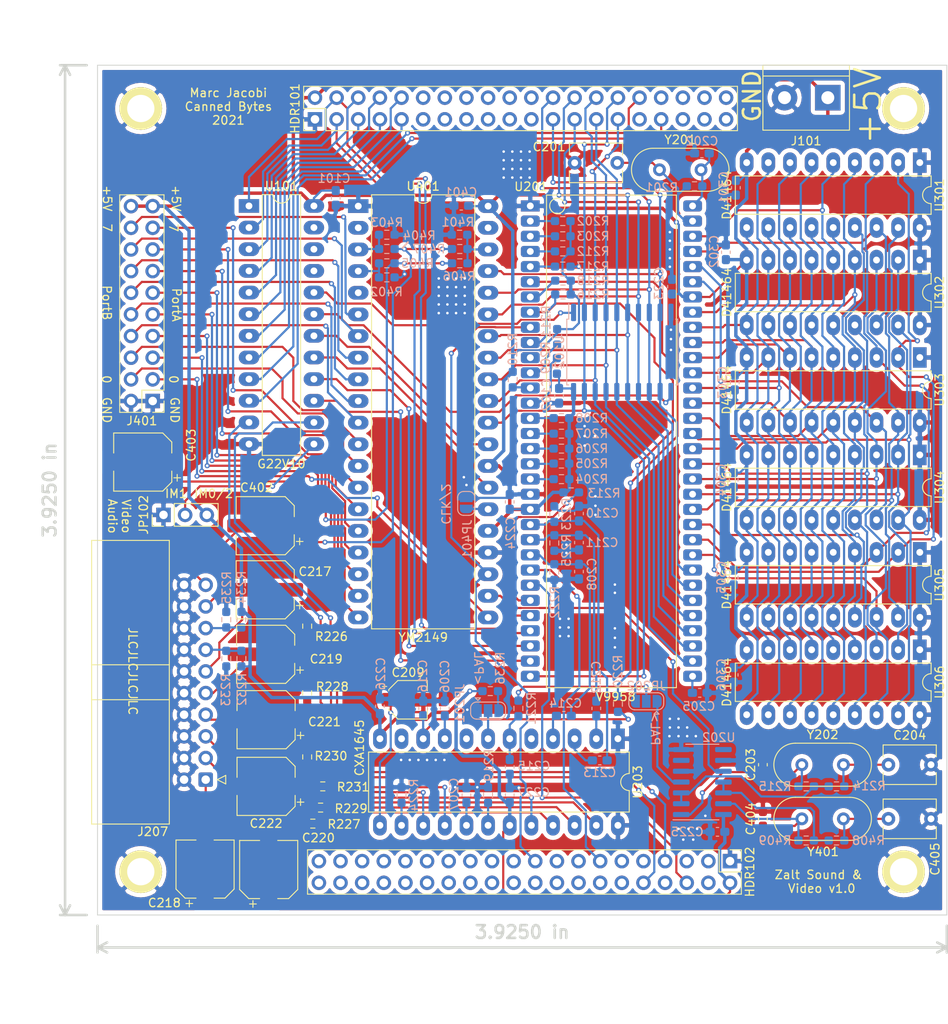
<source format=kicad_pcb>
(kicad_pcb (version 20171130) (host pcbnew "(5.1.8)-1")
  (title_block (title "Zalt Video and Sound") (date 2020-12-25) (rev v1.0) (company "Canned Bytes"))
  (layers (0 F.Cu signal) (31 B.Cu signal) (34 B.Paste user) (35 F.Paste user) (36 B.SilkS user) (37 F.SilkS user) (38 B.Mask user) (39 F.Mask user) (44 Edge.Cuts user))
  (net 0 "")
  (net 1 /A0)
  (net 2 /A1)
  (net 3 /A2)
  (net 4 /A3)
  (net 5 /A4)
  (net 6 /A5)
  (net 7 /A6)
  (net 8 /A7)
  (net 9 /D0)
  (net 10 /D1)
  (net 11 /D2)
  (net 12 /D3)
  (net 13 /D4)
  (net 14 /D5)
  (net 15 /D6)
  (net 16 /D7)
  (net 17 GND)
  (net 18 +5V)
  (net 19 "Net-(C201-Pad1)")
  (net 20 "Net-(C202-Pad1)")
  (net 21 "Net-(C203-Pad1)")
  (net 22 "Net-(C205-Pad1)")
  (net 23 "Net-(C206-Pad1)")
  (net 24 "Net-(C207-Pad1)")
  (net 25 /VDP/Bin)
  (net 26 "Net-(C209-Pad1)")
  (net 27 /VDP/Gin)
  (net 28 /VDP/Rin)
  (net 29 /VDP/Rout)
  (net 30 /VDP/Gout)
  (net 31 /VDP/Bout)
  (net 32 /VDP/CARout)
  (net 33 /VDP/SYNCout)
  (net 34 "Net-(HDR102-Pad3)")
  (net 35 "Net-(HDR102-Pad4)")
  (net 36 "Net-(HDR102-Pad5)")
  (net 37 /~WAIT)
  (net 38 /~M1)
  (net 39 "Net-(HDR102-Pad8)")
  (net 40 "Net-(HDR102-Pad9)")
  (net 41 /~IOREQ)
  (net 42 /~RD)
  (net 43 /~WR)
  (net 44 /~INT)
  (net 45 "Net-(HDR102-Pad14)")
  (net 46 "Net-(HDR102-Pad15)")
  (net 47 "Net-(HDR102-Pad16)")
  (net 48 "Net-(HDR102-Pad17)")
  (net 49 "Net-(HDR102-Pad18)")
  (net 50 /~RST)
  (net 51 "Net-(HDR102-Pad20)")
  (net 52 "Net-(HDR102-Pad21)")
  (net 53 "Net-(HDR102-Pad22)")
  (net 54 "Net-(HDR102-Pad23)")
  (net 55 "Net-(HDR102-Pad24)")
  (net 56 "Net-(HDR102-Pad25)")
  (net 57 "Net-(HDR102-Pad26)")
  (net 58 "Net-(HDR102-Pad27)")
  (net 59 "Net-(HDR102-Pad28)")
  (net 60 "Net-(HDR102-Pad29)")
  (net 61 "Net-(HDR102-Pad30)")
  (net 62 "Net-(HDR102-Pad31)")
  (net 63 "Net-(HDR102-Pad32)")
  (net 64 "Net-(HDR102-Pad33)")
  (net 65 "Net-(HDR102-Pad34)")
  (net 66 "Net-(HDR102-Pad35)")
  (net 67 "Net-(HDR102-Pad36)")
  (net 68 "Net-(HDR102-Pad37)")
  (net 69 "Net-(HDR102-Pad38)")
  (net 70 "Net-(HDR102-Pad39)")
  (net 71 "Net-(HDR102-Pad40)")
  (net 72 "Net-(JP201-Pad2)")
  (net 73 /VDP/CAR-NTSC)
  (net 74 /VDP/CAR-PAL)
  (net 75 "Net-(R202-Pad2)")
  (net 76 "Net-(R203-Pad2)")
  (net 77 "Net-(R204-Pad2)")
  (net 78 "Net-(R205-Pad2)")
  (net 79 "Net-(R206-Pad2)")
  (net 80 "Net-(R207-Pad2)")
  (net 81 "Net-(R208-Pad2)")
  (net 82 "Net-(R209-Pad2)")
  (net 83 "Net-(R210-Pad2)")
  (net 84 "Net-(R211-Pad2)")
  (net 85 "Net-(R212-Pad2)")
  (net 86 "Net-(R213-Pad2)")
  (net 87 "Net-(R214-Pad1)")
  (net 88 "Net-(R216-Pad2)")
  (net 89 "Net-(R217-Pad1)")
  (net 90 "Net-(R218-Pad2)")
  (net 91 "Net-(R219-Pad1)")
  (net 92 /VDP/SYNCin)
  (net 93 "Net-(R224-Pad1)")
  (net 94 "Net-(R226-Pad1)")
  (net 95 "Net-(R227-Pad1)")
  (net 96 "Net-(R228-Pad1)")
  (net 97 "Net-(R229-Pad1)")
  (net 98 "Net-(R230-Pad1)")
  (net 99 "Net-(R231-Pad1)")
  (net 100 /~IVOE)
  (net 101 /IVL)
  (net 102 /~VDP_WR)
  (net 103 /~VDP_RD)
  (net 104 /VDP/VRAM/RD0)
  (net 105 /VDP/VRAM/RD1)
  (net 106 "Net-(U201-Pad11)")
  (net 107 /VDP/VRAM/RD2)
  (net 108 /VDP/VRAM/RD3)
  (net 109 /VDP/VRAM/RD4)
  (net 110 /VDP/VRAM/RD5)
  (net 111 /VDP/VRAM/RD6)
  (net 112 /VDP/VRAM/RD7)
  (net 113 /VDP/VRAM/AD0)
  (net 114 /VDP/VRAM/AD1)
  (net 115 /VDP/VRAM/AD2)
  (net 116 /VDP/VRAM/AD3)
  (net 117 /VDP/VRAM/AD4)
  (net 118 /VDP/VRAM/AD5)
  (net 119 /VDP/VRAM/AD6)
  (net 120 /VDP/VRAM/AD7)
  (net 121 /VDP/VRAM/R~W)
  (net 122 /VDP/VRAM/~CASx)
  (net 123 /VDP/VRAM/~CAS2)
  (net 124 /VDP/VRAM/~CAS1)
  (net 125 /VDP/VRAM/~RAS)
  (net 126 "Net-(U202-Pad6)")
  (net 127 "Net-(U202-Pad8)")
  (net 128 "Net-(U203-Pad8)")
  (net 129 "Net-(HDR101-Pad11)")
  (net 130 "Net-(HDR101-Pad12)")
  (net 131 "Net-(HDR101-Pad13)")
  (net 132 "Net-(HDR101-Pad14)")
  (net 133 "Net-(HDR101-Pad15)")
  (net 134 "Net-(HDR101-Pad16)")
  (net 135 "Net-(HDR101-Pad17)")
  (net 136 "Net-(HDR101-Pad18)")
  (net 137 "Net-(HDR101-Pad19)")
  (net 138 "Net-(HDR101-Pad20)")
  (net 139 "Net-(HDR101-Pad21)")
  (net 140 "Net-(HDR101-Pad22)")
  (net 141 "Net-(HDR101-Pad31)")
  (net 142 "Net-(HDR101-Pad34)")
  (net 143 "Net-(HDR101-Pad35)")
  (net 144 "Net-(HDR101-Pad36)")
  (net 145 "Net-(HDR101-Pad37)")
  (net 146 "Net-(HDR101-Pad38)")
  (net 147 "Net-(HDR101-Pad39)")
  (net 148 "Net-(HDR101-Pad40)")
  (net 149 "Net-(C204-Pad1)")
  (net 150 "Net-(C217-Pad1)")
  (net 151 /VDP/LUMA)
  (net 152 /VDP/RED)
  (net 153 "Net-(C218-Pad1)")
  (net 154 /VDP/CHROMA)
  (net 155 "Net-(C219-Pad1)")
  (net 156 "Net-(C220-Pad1)")
  (net 157 /VDP/GREEN)
  (net 158 "Net-(C221-Pad1)")
  (net 159 /VDP/COMP)
  (net 160 /VDP/BLUE)
  (net 161 "Net-(C222-Pad1)")
  (net 162 "Net-(JP201-Pad3)")
  (net 163 "Net-(JP202-Pad2)")
  (net 164 /VDP/AV)
  (net 165 /VDP/YS)
  (net 166 "Net-(C402-Pad1)")
  (net 167 /SoundGen/AudioL)
  (net 168 /SoundGen/AudioR)
  (net 169 "Net-(C403-Pad1)")
  (net 170 "Net-(J401-Pad3)")
  (net 171 "Net-(J401-Pad5)")
  (net 172 "Net-(J401-Pad7)")
  (net 173 "Net-(J401-Pad9)")
  (net 174 "Net-(J401-Pad11)")
  (net 175 "Net-(J401-Pad13)")
  (net 176 "Net-(J401-Pad15)")
  (net 177 "Net-(J401-Pad17)")
  (net 178 "Net-(J401-Pad4)")
  (net 179 "Net-(J401-Pad6)")
  (net 180 "Net-(J401-Pad8)")
  (net 181 "Net-(J401-Pad10)")
  (net 182 "Net-(J401-Pad12)")
  (net 183 "Net-(J401-Pad14)")
  (net 184 "Net-(J401-Pad16)")
  (net 185 "Net-(J401-Pad18)")
  (net 186 /SoundGen/C)
  (net 187 /SoundGen/B)
  (net 188 /SoundGen/A)
  (net 189 /BC1)
  (net 190 /BDIR)
  (net 191 "Net-(U401-Pad2)")
  (net 192 "Net-(U401-Pad5)")
  (net 193 "Net-(JP401-Pad2)")
  (net 194 "Net-(U401-Pad39)")
  (net 195 "Net-(HDR102-Pad11)")
  (net 196 "Net-(HDR102-Pad12)")
  (net 197 "Net-(U101-Pad21)")
  (net 198 "Net-(U101-Pad22)")
  (net 199 "Net-(U101-Pad23)")
  (net 200 "Net-(C404-Pad1)")
  (net 201 "Net-(C405-Pad1)")
  (net 202 "Net-(R408-Pad1)")
  (net 203 /SoundGen/CLK)
  (net 204 "Net-(JP102-Pad2)")
  (module Resistor_SMD:R_0603_1608Metric_Pad0.98x0.95mm_HandSolder (layer F.Cu) (at 70.9676 215.773 90)
    (fp_text reference R230 (at 0.1016 2.794 180) (layer F.SilkS))
    (fp_text value 75)
    (pad 1 smd roundrect (at -0.9125 0 90) (size 0.975 0.95) (layers F.Cu F.Paste F.Mask) (net 98 "Net-(R230-Pad1)"))
    (pad 2 smd roundrect (at 0.9125 0 90) (size 0.975 0.95) (layers F.Cu F.Paste F.Mask) (net 158 "Net-(C221-Pad1)"))
  )
  (module Capacitor_THT:C_Disc_D6.0mm_W4.4mm_P5.00mm (layer F.Cu) (at 107.3658 146.0754 180)
    (fp_text reference C201 (at 8.001 1.8796) (layer F.SilkS))
    (fp_text value 30pF)
    (pad 2 thru_hole circle (at 5 0 180) (size 1.6 1.6) (drill 0.8) (layers *.Cu *.Mask) (net 17 GND))
    (pad 1 thru_hole circle (at 0 0 180) (size 1.6 1.6) (drill 0.8) (layers *.Cu *.Mask) (net 19 "Net-(C201-Pad1)"))
  )
  (module DIP178:DIP-64_1.78mm_W19.05mm (layer F.Cu) (at 97.155 151.13)
    (fp_text reference U201 (at 0.0762 -2.2606) (layer F.SilkS))
    (fp_text value V9958 (at 10.033 57.5818) (layer F.SilkS))
    (pad 1 thru_hole rect (at 0 0) (size 2.2 1.3) (drill 0.8) (layers *.Cu *.Mask) (net 17 GND))
    (pad 2 thru_hole roundrect (at 0 1.78) (size 2.2 1.3) (drill 0.8) (layers *.Cu *.Mask) (net 75 "Net-(R202-Pad2)"))
    (pad 3 thru_hole roundrect (at 0 3.56) (size 2.2 1.3) (drill 0.8) (layers *.Cu *.Mask) (net 76 "Net-(R203-Pad2)"))
    (pad 4 thru_hole roundrect (at 0 5.34) (size 2.2 1.3) (drill 0.8) (layers *.Cu *.Mask) (net 85 "Net-(R212-Pad2)"))
    (pad 5 thru_hole roundrect (at 0 7.12) (size 2.2 1.3) (drill 0.8) (layers *.Cu *.Mask) (net 89 "Net-(R217-Pad1)"))
    (pad 6 thru_hole roundrect (at 0 8.9) (size 2.2 1.3) (drill 0.8) (layers *.Cu *.Mask) (net 92 /VDP/SYNCin))
    (pad 7 thru_hole roundrect (at 0 10.68) (size 2.2 1.3) (drill 0.8) (layers *.Cu *.Mask) (net 90 "Net-(R218-Pad2)"))
    (pad 8 thru_hole roundrect (at 0 12.46) (size 2.2 1.3) (drill 0.8) (layers *.Cu *.Mask) (net 73 /VDP/CAR-NTSC))
    (pad 9 thru_hole roundrect (at 0 14.24) (size 2.2 1.3) (drill 0.8) (layers *.Cu *.Mask) (net 50 /~RST))
    (pad 10 thru_hole roundrect (at 0 16.02) (size 2.2 1.3) (drill 0.8) (layers *.Cu *.Mask) (net 88 "Net-(R216-Pad2)"))
    (pad 11 thru_hole roundrect (at 0 17.8) (size 2.2 1.3) (drill 0.8) (layers *.Cu *.Mask) (net 106 "Net-(U201-Pad11)"))
    (pad 12 thru_hole roundrect (at 0 19.58) (size 2.2 1.3) (drill 0.8) (layers *.Cu *.Mask) (net 84 "Net-(R211-Pad2)"))
    (pad 13 thru_hole roundrect (at 0 21.36) (size 2.2 1.3) (drill 0.8) (layers *.Cu *.Mask) (net 83 "Net-(R210-Pad2)"))
    (pad 14 thru_hole roundrect (at 0 23.14) (size 2.2 1.3) (drill 0.8) (layers *.Cu *.Mask) (net 82 "Net-(R209-Pad2)"))
    (pad 15 thru_hole roundrect (at 0 24.92) (size 2.2 1.3) (drill 0.8) (layers *.Cu *.Mask) (net 81 "Net-(R208-Pad2)"))
    (pad 16 thru_hole roundrect (at 0 26.7) (size 2.2 1.3) (drill 0.8) (layers *.Cu *.Mask) (net 80 "Net-(R207-Pad2)"))
    (pad 17 thru_hole roundrect (at 0 28.48) (size 2.2 1.3) (drill 0.8) (layers *.Cu *.Mask) (net 79 "Net-(R206-Pad2)"))
    (pad 18 thru_hole roundrect (at 0 30.26) (size 2.2 1.3) (drill 0.8) (layers *.Cu *.Mask) (net 78 "Net-(R205-Pad2)"))
    (pad 19 thru_hole roundrect (at 0 32.04) (size 2.2 1.3) (drill 0.8) (layers *.Cu *.Mask) (net 77 "Net-(R204-Pad2)"))
    (pad 20 thru_hole roundrect (at 0 33.82) (size 2.2 1.3) (drill 0.8) (layers *.Cu *.Mask) (net 17 GND))
    (pad 21 thru_hole roundrect (at 0 35.6) (size 2.2 1.3) (drill 0.8) (layers *.Cu *.Mask) (net 18 +5V))
    (pad 22 thru_hole roundrect (at 0 37.38) (size 2.2 1.3) (drill 0.8) (layers *.Cu *.Mask) (net 27 /VDP/Gin))
    (pad 23 thru_hole roundrect (at 0 39.16) (size 2.2 1.3) (drill 0.8) (layers *.Cu *.Mask) (net 28 /VDP/Rin))
    (pad 24 thru_hole roundrect (at 0 40.94) (size 2.2 1.3) (drill 0.8) (layers *.Cu *.Mask) (net 25 /VDP/Bin))
    (pad 25 thru_hole roundrect (at 0 42.72) (size 2.2 1.3) (drill 0.8) (layers *.Cu *.Mask) (net 44 /~INT))
    (pad 26 thru_hole roundrect (at 0 44.5) (size 2.2 1.3) (drill 0.8) (layers *.Cu *.Mask) (net 37 /~WAIT))
    (pad 27 thru_hole roundrect (at 0 46.28) (size 2.2 1.3) (drill 0.8) (layers *.Cu *.Mask) (net 86 "Net-(R213-Pad2)"))
    (pad 28 thru_hole roundrect (at 0 48.06) (size 2.2 1.3) (drill 0.8) (layers *.Cu *.Mask) (net 2 /A1))
    (pad 29 thru_hole roundrect (at 0 49.84) (size 2.2 1.3) (drill 0.8) (layers *.Cu *.Mask) (net 1 /A0))
    (pad 30 thru_hole roundrect (at 0 51.62) (size 2.2 1.3) (drill 0.8) (layers *.Cu *.Mask) (net 102 /~VDP_WR))
    (pad 31 thru_hole roundrect (at 0 53.4) (size 2.2 1.3) (drill 0.8) (layers *.Cu *.Mask) (net 103 /~VDP_RD))
    (pad 32 thru_hole roundrect (at 0 55.18) (size 2.2 1.3) (drill 0.8) (layers *.Cu *.Mask) (net 16 /D7))
    (pad 64 thru_hole roundrect (at 19.05 0) (size 2.2 1.3) (drill 0.8) (layers *.Cu *.Mask) (net 20 "Net-(C202-Pad1)"))
    (pad 63 thru_hole roundrect (at 19.05 1.78) (size 2.2 1.3) (drill 0.8) (layers *.Cu *.Mask) (net 19 "Net-(C201-Pad1)"))
    (pad 62 thru_hole roundrect (at 19.05 3.56) (size 2.2 1.3) (drill 0.8) (layers *.Cu *.Mask) (net 125 /VDP/VRAM/~RAS))
    (pad 61 thru_hole roundrect (at 19.05 5.34) (size 2.2 1.3) (drill 0.8) (layers *.Cu *.Mask) (net 124 /VDP/VRAM/~CAS1))
    (pad 60 thru_hole roundrect (at 19.05 7.12) (size 2.2 1.3) (drill 0.8) (layers *.Cu *.Mask) (net 123 /VDP/VRAM/~CAS2))
    (pad 59 thru_hole roundrect (at 19.05 8.9) (size 2.2 1.3) (drill 0.8) (layers *.Cu *.Mask) (net 122 /VDP/VRAM/~CASx))
    (pad 58 thru_hole roundrect (at 19.05 10.68) (size 2.2 1.3) (drill 0.8) (layers *.Cu *.Mask) (net 18 +5V))
    (pad 57 thru_hole roundrect (at 19.05 12.46) (size 2.2 1.3) (drill 0.8) (layers *.Cu *.Mask) (net 121 /VDP/VRAM/R~W))
    (pad 56 thru_hole roundrect (at 19.05 14.24) (size 2.2 1.3) (drill 0.8) (layers *.Cu *.Mask) (net 120 /VDP/VRAM/AD7))
    (pad 55 thru_hole roundrect (at 19.05 16.02) (size 2.2 1.3) (drill 0.8) (layers *.Cu *.Mask) (net 119 /VDP/VRAM/AD6))
    (pad 54 thru_hole roundrect (at 19.05 17.8) (size 2.2 1.3) (drill 0.8) (layers *.Cu *.Mask) (net 118 /VDP/VRAM/AD5))
    (pad 53 thru_hole roundrect (at 19.05 19.58) (size 2.2 1.3) (drill 0.8) (layers *.Cu *.Mask) (net 117 /VDP/VRAM/AD4))
    (pad 52 thru_hole roundrect (at 19.05 21.36) (size 2.2 1.3) (drill 0.8) (layers *.Cu *.Mask) (net 116 /VDP/VRAM/AD3))
    (pad 51 thru_hole roundrect (at 19.05 23.14) (size 2.2 1.3) (drill 0.8) (layers *.Cu *.Mask) (net 115 /VDP/VRAM/AD2))
    (pad 50 thru_hole roundrect (at 19.05 24.92) (size 2.2 1.3) (drill 0.8) (layers *.Cu *.Mask) (net 114 /VDP/VRAM/AD1))
    (pad 49 thru_hole roundrect (at 19.05 26.7) (size 2.2 1.3) (drill 0.8) (layers *.Cu *.Mask) (net 113 /VDP/VRAM/AD0))
    (pad 48 thru_hole roundrect (at 19.05 28.48) (size 2.2 1.3) (drill 0.8) (layers *.Cu *.Mask) (net 112 /VDP/VRAM/RD7))
    (pad 47 thru_hole roundrect (at 19.05 30.26) (size 2.2 1.3) (drill 0.8) (layers *.Cu *.Mask) (net 111 /VDP/VRAM/RD6))
    (pad 46 thru_hole roundrect (at 19.05 32.04) (size 2.2 1.3) (drill 0.8) (layers *.Cu *.Mask) (net 110 /VDP/VRAM/RD5))
    (pad 45 thru_hole roundrect (at 19.05 33.82) (size 2.2 1.3) (drill 0.8) (layers *.Cu *.Mask) (net 109 /VDP/VRAM/RD4))
    (pad 44 thru_hole roundrect (at 19.05 35.6) (size 2.2 1.3) (drill 0.8) (layers *.Cu *.Mask) (net 108 /VDP/VRAM/RD3))
    (pad 43 thru_hole roundrect (at 19.05 37.38) (size 2.2 1.3) (drill 0.8) (layers *.Cu *.Mask) (net 107 /VDP/VRAM/RD2))
    (pad 42 thru_hole roundrect (at 19.05 39.16) (size 2.2 1.3) (drill 0.8) (layers *.Cu *.Mask) (net 105 /VDP/VRAM/RD1))
    (pad 41 thru_hole roundrect (at 19.05 40.94) (size 2.2 1.3) (drill 0.8) (layers *.Cu *.Mask) (net 104 /VDP/VRAM/RD0))
    (pad 40 thru_hole roundrect (at 19.05 42.72) (size 2.2 1.3) (drill 0.8) (layers *.Cu *.Mask) (net 9 /D0))
    (pad 39 thru_hole roundrect (at 19.05 44.5) (size 2.2 1.3) (drill 0.8) (layers *.Cu *.Mask) (net 10 /D1))
    (pad 38 thru_hole roundrect (at 19.05 46.28) (size 2.2 1.3) (drill 0.8) (layers *.Cu *.Mask) (net 11 /D2))
    (pad 37 thru_hole roundrect (at 19.05 48.06) (size 2.2 1.3) (drill 0.8) (layers *.Cu *.Mask) (net 12 /D3))
    (pad 36 thru_hole roundrect (at 19.05 49.84) (size 2.2 1.3) (drill 0.8) (layers *.Cu *.Mask) (net 13 /D4))
    (pad 35 thru_hole roundrect (at 19.05 51.62) (size 2.2 1.3) (drill 0.8) (layers *.Cu *.Mask) (net 14 /D5))
    (pad 34 thru_hole roundrect (at 19.05 53.4) (size 2.2 1.3) (drill 0.8) (layers *.Cu *.Mask) (net 15 /D6))
    (pad 33 thru_hole roundrect (at 19.05 55.18) (size 2.2 1.3) (drill 0.8) (layers *.Cu *.Mask) (net 22 "Net-(C205-Pad1)"))
  )
  (module Package_DIP:DIP-18_W7.62mm_LongPads (layer F.Cu) (at 142.875 146.05 270)
    (fp_text reference U301 (at 3.81 -2.33 270) (layer F.SilkS))
    (fp_text value D41464 (at 3.81 22.65 90) (layer F.SilkS))
    (pad 1 thru_hole rect (at 0 0 270) (size 2.4 1.6) (drill 0.8) (layers *.Cu *.Mask) (net 17 GND))
    (pad 10 thru_hole oval (at 7.62 20.32 270) (size 2.4 1.6) (drill 0.8) (layers *.Cu *.Mask) (net 120 /VDP/VRAM/AD7))
    (pad 2 thru_hole oval (at 0 2.54 270) (size 2.4 1.6) (drill 0.8) (layers *.Cu *.Mask) (net 104 /VDP/VRAM/RD0))
    (pad 11 thru_hole oval (at 7.62 17.78 270) (size 2.4 1.6) (drill 0.8) (layers *.Cu *.Mask) (net 116 /VDP/VRAM/AD3))
    (pad 3 thru_hole oval (at 0 5.08 270) (size 2.4 1.6) (drill 0.8) (layers *.Cu *.Mask) (net 105 /VDP/VRAM/RD1))
    (pad 12 thru_hole oval (at 7.62 15.24 270) (size 2.4 1.6) (drill 0.8) (layers *.Cu *.Mask) (net 115 /VDP/VRAM/AD2))
    (pad 4 thru_hole oval (at 0 7.62 270) (size 2.4 1.6) (drill 0.8) (layers *.Cu *.Mask) (net 121 /VDP/VRAM/R~W))
    (pad 13 thru_hole oval (at 7.62 12.7 270) (size 2.4 1.6) (drill 0.8) (layers *.Cu *.Mask) (net 114 /VDP/VRAM/AD1))
    (pad 5 thru_hole oval (at 0 10.16 270) (size 2.4 1.6) (drill 0.8) (layers *.Cu *.Mask) (net 125 /VDP/VRAM/~RAS))
    (pad 14 thru_hole oval (at 7.62 10.16 270) (size 2.4 1.6) (drill 0.8) (layers *.Cu *.Mask) (net 113 /VDP/VRAM/AD0))
    (pad 6 thru_hole oval (at 0 12.7 270) (size 2.4 1.6) (drill 0.8) (layers *.Cu *.Mask) (net 119 /VDP/VRAM/AD6))
    (pad 15 thru_hole oval (at 7.62 7.62 270) (size 2.4 1.6) (drill 0.8) (layers *.Cu *.Mask) (net 107 /VDP/VRAM/RD2))
    (pad 7 thru_hole oval (at 0 15.24 270) (size 2.4 1.6) (drill 0.8) (layers *.Cu *.Mask) (net 118 /VDP/VRAM/AD5))
    (pad 16 thru_hole oval (at 7.62 5.08 270) (size 2.4 1.6) (drill 0.8) (layers *.Cu *.Mask) (net 124 /VDP/VRAM/~CAS1))
    (pad 8 thru_hole oval (at 0 17.78 270) (size 2.4 1.6) (drill 0.8) (layers *.Cu *.Mask) (net 117 /VDP/VRAM/AD4))
    (pad 17 thru_hole oval (at 7.62 2.54 270) (size 2.4 1.6) (drill 0.8) (layers *.Cu *.Mask) (net 108 /VDP/VRAM/RD3))
    (pad 9 thru_hole oval (at 0 20.32 270) (size 2.4 1.6) (drill 0.8) (layers *.Cu *.Mask) (net 18 +5V))
    (pad 18 thru_hole oval (at 7.62 0 270) (size 2.4 1.6) (drill 0.8) (layers *.Cu *.Mask) (net 17 GND))
  )
  (module Package_DIP:DIP-18_W7.62mm_LongPads (layer F.Cu) (at 142.875 157.48 270)
    (fp_text reference U302 (at 3.81 -2.33 90) (layer F.SilkS))
    (fp_text value D41464 (at 3.81 22.65 90) (layer F.SilkS))
    (pad 18 thru_hole oval (at 7.62 0 270) (size 2.4 1.6) (drill 0.8) (layers *.Cu *.Mask) (net 17 GND))
    (pad 9 thru_hole oval (at 0 20.32 270) (size 2.4 1.6) (drill 0.8) (layers *.Cu *.Mask) (net 18 +5V))
    (pad 17 thru_hole oval (at 7.62 2.54 270) (size 2.4 1.6) (drill 0.8) (layers *.Cu *.Mask) (net 112 /VDP/VRAM/RD7))
    (pad 8 thru_hole oval (at 0 17.78 270) (size 2.4 1.6) (drill 0.8) (layers *.Cu *.Mask) (net 117 /VDP/VRAM/AD4))
    (pad 16 thru_hole oval (at 7.62 5.08 270) (size 2.4 1.6) (drill 0.8) (layers *.Cu *.Mask) (net 124 /VDP/VRAM/~CAS1))
    (pad 7 thru_hole oval (at 0 15.24 270) (size 2.4 1.6) (drill 0.8) (layers *.Cu *.Mask) (net 118 /VDP/VRAM/AD5))
    (pad 15 thru_hole oval (at 7.62 7.62 270) (size 2.4 1.6) (drill 0.8) (layers *.Cu *.Mask) (net 111 /VDP/VRAM/RD6))
    (pad 6 thru_hole oval (at 0 12.7 270) (size 2.4 1.6) (drill 0.8) (layers *.Cu *.Mask) (net 119 /VDP/VRAM/AD6))
    (pad 14 thru_hole oval (at 7.62 10.16 270) (size 2.4 1.6) (drill 0.8) (layers *.Cu *.Mask) (net 113 /VDP/VRAM/AD0))
    (pad 5 thru_hole oval (at 0 10.16 270) (size 2.4 1.6) (drill 0.8) (layers *.Cu *.Mask) (net 125 /VDP/VRAM/~RAS))
    (pad 13 thru_hole oval (at 7.62 12.7 270) (size 2.4 1.6) (drill 0.8) (layers *.Cu *.Mask) (net 114 /VDP/VRAM/AD1))
    (pad 4 thru_hole oval (at 0 7.62 270) (size 2.4 1.6) (drill 0.8) (layers *.Cu *.Mask) (net 121 /VDP/VRAM/R~W))
    (pad 12 thru_hole oval (at 7.62 15.24 270) (size 2.4 1.6) (drill 0.8) (layers *.Cu *.Mask) (net 115 /VDP/VRAM/AD2))
    (pad 3 thru_hole oval (at 0 5.08 270) (size 2.4 1.6) (drill 0.8) (layers *.Cu *.Mask) (net 110 /VDP/VRAM/RD5))
    (pad 11 thru_hole oval (at 7.62 17.78 270) (size 2.4 1.6) (drill 0.8) (layers *.Cu *.Mask) (net 116 /VDP/VRAM/AD3))
    (pad 2 thru_hole oval (at 0 2.54 270) (size 2.4 1.6) (drill 0.8) (layers *.Cu *.Mask) (net 109 /VDP/VRAM/RD4))
    (pad 10 thru_hole oval (at 7.62 20.32 270) (size 2.4 1.6) (drill 0.8) (layers *.Cu *.Mask) (net 120 /VDP/VRAM/AD7))
    (pad 1 thru_hole rect (at 0 0 270) (size 2.4 1.6) (drill 0.8) (layers *.Cu *.Mask) (net 17 GND))
  )
  (module Package_DIP:DIP-18_W7.62mm_LongPads (layer F.Cu) (at 142.875 180.34 270)
    (fp_text reference U304 (at 3.81 -2.33 90) (layer F.SilkS))
    (fp_text value D41464 (at 3.81 22.65 90) (layer F.SilkS))
    (pad 18 thru_hole oval (at 7.62 0 270) (size 2.4 1.6) (drill 0.8) (layers *.Cu *.Mask) (net 17 GND))
    (pad 9 thru_hole oval (at 0 20.32 270) (size 2.4 1.6) (drill 0.8) (layers *.Cu *.Mask) (net 18 +5V))
    (pad 17 thru_hole oval (at 7.62 2.54 270) (size 2.4 1.6) (drill 0.8) (layers *.Cu *.Mask) (net 112 /VDP/VRAM/RD7))
    (pad 8 thru_hole oval (at 0 17.78 270) (size 2.4 1.6) (drill 0.8) (layers *.Cu *.Mask) (net 117 /VDP/VRAM/AD4))
    (pad 16 thru_hole oval (at 7.62 5.08 270) (size 2.4 1.6) (drill 0.8) (layers *.Cu *.Mask) (net 123 /VDP/VRAM/~CAS2))
    (pad 7 thru_hole oval (at 0 15.24 270) (size 2.4 1.6) (drill 0.8) (layers *.Cu *.Mask) (net 118 /VDP/VRAM/AD5))
    (pad 15 thru_hole oval (at 7.62 7.62 270) (size 2.4 1.6) (drill 0.8) (layers *.Cu *.Mask) (net 111 /VDP/VRAM/RD6))
    (pad 6 thru_hole oval (at 0 12.7 270) (size 2.4 1.6) (drill 0.8) (layers *.Cu *.Mask) (net 119 /VDP/VRAM/AD6))
    (pad 14 thru_hole oval (at 7.62 10.16 270) (size 2.4 1.6) (drill 0.8) (layers *.Cu *.Mask) (net 113 /VDP/VRAM/AD0))
    (pad 5 thru_hole oval (at 0 10.16 270) (size 2.4 1.6) (drill 0.8) (layers *.Cu *.Mask) (net 125 /VDP/VRAM/~RAS))
    (pad 13 thru_hole oval (at 7.62 12.7 270) (size 2.4 1.6) (drill 0.8) (layers *.Cu *.Mask) (net 114 /VDP/VRAM/AD1))
    (pad 4 thru_hole oval (at 0 7.62 270) (size 2.4 1.6) (drill 0.8) (layers *.Cu *.Mask) (net 121 /VDP/VRAM/R~W))
    (pad 12 thru_hole oval (at 7.62 15.24 270) (size 2.4 1.6) (drill 0.8) (layers *.Cu *.Mask) (net 115 /VDP/VRAM/AD2))
    (pad 3 thru_hole oval (at 0 5.08 270) (size 2.4 1.6) (drill 0.8) (layers *.Cu *.Mask) (net 110 /VDP/VRAM/RD5))
    (pad 11 thru_hole oval (at 7.62 17.78 270) (size 2.4 1.6) (drill 0.8) (layers *.Cu *.Mask) (net 116 /VDP/VRAM/AD3))
    (pad 2 thru_hole oval (at 0 2.54 270) (size 2.4 1.6) (drill 0.8) (layers *.Cu *.Mask) (net 109 /VDP/VRAM/RD4))
    (pad 10 thru_hole oval (at 7.62 20.32 270) (size 2.4 1.6) (drill 0.8) (layers *.Cu *.Mask) (net 120 /VDP/VRAM/AD7))
    (pad 1 thru_hole rect (at 0 0 270) (size 2.4 1.6) (drill 0.8) (layers *.Cu *.Mask) (net 17 GND))
  )
  (module Package_DIP:DIP-18_W7.62mm_LongPads (layer F.Cu) (at 142.875 203.2 270)
    (fp_text reference U306 (at 3.81 -2.33 90) (layer F.SilkS))
    (fp_text value D41464 (at 3.81 22.65 90) (layer F.SilkS))
    (pad 18 thru_hole oval (at 7.62 0 270) (size 2.4 1.6) (drill 0.8) (layers *.Cu *.Mask) (net 17 GND))
    (pad 9 thru_hole oval (at 0 20.32 270) (size 2.4 1.6) (drill 0.8) (layers *.Cu *.Mask) (net 18 +5V))
    (pad 17 thru_hole oval (at 7.62 2.54 270) (size 2.4 1.6) (drill 0.8) (layers *.Cu *.Mask) (net 112 /VDP/VRAM/RD7))
    (pad 8 thru_hole oval (at 0 17.78 270) (size 2.4 1.6) (drill 0.8) (layers *.Cu *.Mask) (net 117 /VDP/VRAM/AD4))
    (pad 16 thru_hole oval (at 7.62 5.08 270) (size 2.4 1.6) (drill 0.8) (layers *.Cu *.Mask) (net 122 /VDP/VRAM/~CASx))
    (pad 7 thru_hole oval (at 0 15.24 270) (size 2.4 1.6) (drill 0.8) (layers *.Cu *.Mask) (net 118 /VDP/VRAM/AD5))
    (pad 15 thru_hole oval (at 7.62 7.62 270) (size 2.4 1.6) (drill 0.8) (layers *.Cu *.Mask) (net 111 /VDP/VRAM/RD6))
    (pad 6 thru_hole oval (at 0 12.7 270) (size 2.4 1.6) (drill 0.8) (layers *.Cu *.Mask) (net 119 /VDP/VRAM/AD6))
    (pad 14 thru_hole oval (at 7.62 10.16 270) (size 2.4 1.6) (drill 0.8) (layers *.Cu *.Mask) (net 113 /VDP/VRAM/AD0))
    (pad 5 thru_hole oval (at 0 10.16 270) (size 2.4 1.6) (drill 0.8) (layers *.Cu *.Mask) (net 125 /VDP/VRAM/~RAS))
    (pad 13 thru_hole oval (at 7.62 12.7 270) (size 2.4 1.6) (drill 0.8) (layers *.Cu *.Mask) (net 114 /VDP/VRAM/AD1))
    (pad 4 thru_hole oval (at 0 7.62 270) (size 2.4 1.6) (drill 0.8) (layers *.Cu *.Mask) (net 121 /VDP/VRAM/R~W))
    (pad 12 thru_hole oval (at 7.62 15.24 270) (size 2.4 1.6) (drill 0.8) (layers *.Cu *.Mask) (net 115 /VDP/VRAM/AD2))
    (pad 3 thru_hole oval (at 0 5.08 270) (size 2.4 1.6) (drill 0.8) (layers *.Cu *.Mask) (net 110 /VDP/VRAM/RD5))
    (pad 11 thru_hole oval (at 7.62 17.78 270) (size 2.4 1.6) (drill 0.8) (layers *.Cu *.Mask) (net 116 /VDP/VRAM/AD3))
    (pad 2 thru_hole oval (at 0 2.54 270) (size 2.4 1.6) (drill 0.8) (layers *.Cu *.Mask) (net 109 /VDP/VRAM/RD4))
    (pad 10 thru_hole oval (at 7.62 20.32 270) (size 2.4 1.6) (drill 0.8) (layers *.Cu *.Mask) (net 120 /VDP/VRAM/AD7))
    (pad 1 thru_hole rect (at 0 0 270) (size 2.4 1.6) (drill 0.8) (layers *.Cu *.Mask) (net 17 GND))
  )
  (module 1pin (layer F.Cu) (at 140.97 139.7)
    (fp_text reference 1PIN hide)
    (fp_text value P*** hide)
    (pad 1 thru_hole circle (at 0 0) (size 5 5) (drill 3.2) (layers *.Cu *.Mask F.SilkS) (net 17 GND))
  )
  (module 1pin (layer F.Cu) (at 51.435 139.7)
    (fp_text reference 1PIN hide)
    (fp_text value P*** hide)
    (pad 1 thru_hole circle (at 0 0) (size 5 5) (drill 3.2) (layers *.Cu *.Mask F.SilkS) (net 17 GND))
  )
  (module 1pin (layer F.Cu) (at 140.97 229.235)
    (fp_text reference 1PIN hide)
    (fp_text value P*** hide)
    (pad 1 thru_hole circle (at 0 0) (size 5 5) (drill 3.2) (layers *.Cu *.Mask F.SilkS) (net 17 GND))
  )
  (module 1pin (layer F.Cu) (at 51.435 229.235)
    (fp_text reference 1PIN hide)
    (fp_text value P*** hide)
    (pad 1 thru_hole circle (at 0 0) (size 5 5) (drill 3.2) (layers *.Cu *.Mask F.SilkS) (net 17 GND))
  )
  (module Connector_PinHeader_2.54mm:PinHeader_2x20_P2.54mm_Vertical (layer F.Cu) (at 120.6 228 270)
    (fp_text reference HDR102 (at 1.27 -2.33 90) (layer F.SilkS))
    (fp_text value BUSHDR-B)
    (pad 1 thru_hole rect (at 0 0 270) (size 1.7 1.7) (drill 1) (layers *.Cu *.Mask) (net 17 GND))
    (pad 2 thru_hole oval (at 2.54 0 270) (size 1.7 1.7) (drill 1) (layers *.Cu *.Mask) (net 18 +5V))
    (pad 3 thru_hole oval (at 0 2.54 270) (size 1.7 1.7) (drill 1) (layers *.Cu *.Mask) (net 34 "Net-(HDR102-Pad3)"))
    (pad 4 thru_hole oval (at 2.54 2.54 270) (size 1.7 1.7) (drill 1) (layers *.Cu *.Mask) (net 35 "Net-(HDR102-Pad4)"))
    (pad 5 thru_hole oval (at 0 5.08 270) (size 1.7 1.7) (drill 1) (layers *.Cu *.Mask) (net 36 "Net-(HDR102-Pad5)"))
    (pad 6 thru_hole oval (at 2.54 5.08 270) (size 1.7 1.7) (drill 1) (layers *.Cu *.Mask) (net 37 /~WAIT))
    (pad 7 thru_hole oval (at 0 7.62 270) (size 1.7 1.7) (drill 1) (layers *.Cu *.Mask) (net 38 /~M1))
    (pad 8 thru_hole oval (at 2.54 7.62 270) (size 1.7 1.7) (drill 1) (layers *.Cu *.Mask) (net 39 "Net-(HDR102-Pad8)"))
    (pad 9 thru_hole oval (at 0 10.16 270) (size 1.7 1.7) (drill 1) (layers *.Cu *.Mask) (net 40 "Net-(HDR102-Pad9)"))
    (pad 10 thru_hole oval (at 2.54 10.16 270) (size 1.7 1.7) (drill 1) (layers *.Cu *.Mask) (net 41 /~IOREQ))
    (pad 11 thru_hole oval (at 0 12.7 270) (size 1.7 1.7) (drill 1) (layers *.Cu *.Mask) (net 195 "Net-(HDR102-Pad11)"))
    (pad 12 thru_hole oval (at 2.54 12.7 270) (size 1.7 1.7) (drill 1) (layers *.Cu *.Mask) (net 196 "Net-(HDR102-Pad12)"))
    (pad 13 thru_hole oval (at 0 15.24 270) (size 1.7 1.7) (drill 1) (layers *.Cu *.Mask) (net 44 /~INT))
    (pad 14 thru_hole oval (at 2.54 15.24 270) (size 1.7 1.7) (drill 1) (layers *.Cu *.Mask) (net 45 "Net-(HDR102-Pad14)"))
    (pad 15 thru_hole oval (at 0 17.78 270) (size 1.7 1.7) (drill 1) (layers *.Cu *.Mask) (net 46 "Net-(HDR102-Pad15)"))
    (pad 16 thru_hole oval (at 2.54 17.78 270) (size 1.7 1.7) (drill 1) (layers *.Cu *.Mask) (net 47 "Net-(HDR102-Pad16)"))
    (pad 17 thru_hole oval (at 0 20.32 270) (size 1.7 1.7) (drill 1) (layers *.Cu *.Mask) (net 48 "Net-(HDR102-Pad17)"))
    (pad 18 thru_hole oval (at 2.54 20.32 270) (size 1.7 1.7) (drill 1) (layers *.Cu *.Mask) (net 49 "Net-(HDR102-Pad18)"))
    (pad 19 thru_hole oval (at 0 22.86 270) (size 1.7 1.7) (drill 1) (layers *.Cu *.Mask) (net 50 /~RST))
    (pad 20 thru_hole oval (at 2.54 22.86 270) (size 1.7 1.7) (drill 1) (layers *.Cu *.Mask) (net 51 "Net-(HDR102-Pad20)"))
    (pad 21 thru_hole oval (at 0 25.4 270) (size 1.7 1.7) (drill 1) (layers *.Cu *.Mask) (net 52 "Net-(HDR102-Pad21)"))
    (pad 22 thru_hole oval (at 2.54 25.4 270) (size 1.7 1.7) (drill 1) (layers *.Cu *.Mask) (net 53 "Net-(HDR102-Pad22)"))
    (pad 23 thru_hole oval (at 0 27.94 270) (size 1.7 1.7) (drill 1) (layers *.Cu *.Mask) (net 54 "Net-(HDR102-Pad23)"))
    (pad 24 thru_hole oval (at 2.54 27.94 270) (size 1.7 1.7) (drill 1) (layers *.Cu *.Mask) (net 55 "Net-(HDR102-Pad24)"))
    (pad 25 thru_hole oval (at 0 30.48 270) (size 1.7 1.7) (drill 1) (layers *.Cu *.Mask) (net 56 "Net-(HDR102-Pad25)"))
    (pad 26 thru_hole oval (at 2.54 30.48 270) (size 1.7 1.7) (drill 1) (layers *.Cu *.Mask) (net 57 "Net-(HDR102-Pad26)"))
    (pad 27 thru_hole oval (at 0 33.02 270) (size 1.7 1.7) (drill 1) (layers *.Cu *.Mask) (net 58 "Net-(HDR102-Pad27)"))
    (pad 28 thru_hole oval (at 2.54 33.02 270) (size 1.7 1.7) (drill 1) (layers *.Cu *.Mask) (net 59 "Net-(HDR102-Pad28)"))
    (pad 29 thru_hole oval (at 0 35.56 270) (size 1.7 1.7) (drill 1) (layers *.Cu *.Mask) (net 60 "Net-(HDR102-Pad29)"))
    (pad 30 thru_hole oval (at 2.54 35.56 270) (size 1.7 1.7) (drill 1) (layers *.Cu *.Mask) (net 61 "Net-(HDR102-Pad30)"))
    (pad 31 thru_hole oval (at 0 38.1 270) (size 1.7 1.7) (drill 1) (layers *.Cu *.Mask) (net 62 "Net-(HDR102-Pad31)"))
    (pad 32 thru_hole oval (at 2.54 38.1 270) (size 1.7 1.7) (drill 1) (layers *.Cu *.Mask) (net 63 "Net-(HDR102-Pad32)"))
    (pad 33 thru_hole oval (at 0 40.64 270) (size 1.7 1.7) (drill 1) (layers *.Cu *.Mask) (net 64 "Net-(HDR102-Pad33)"))
    (pad 34 thru_hole oval (at 2.54 40.64 270) (size 1.7 1.7) (drill 1) (layers *.Cu *.Mask) (net 65 "Net-(HDR102-Pad34)"))
    (pad 35 thru_hole oval (at 0 43.18 270) (size 1.7 1.7) (drill 1) (layers *.Cu *.Mask) (net 66 "Net-(HDR102-Pad35)"))
    (pad 36 thru_hole oval (at 2.54 43.18 270) (size 1.7 1.7) (drill 1) (layers *.Cu *.Mask) (net 67 "Net-(HDR102-Pad36)"))
    (pad 37 thru_hole oval (at 0 45.72 270) (size 1.7 1.7) (drill 1) (layers *.Cu *.Mask) (net 68 "Net-(HDR102-Pad37)"))
    (pad 38 thru_hole oval (at 2.54 45.72 270) (size 1.7 1.7) (drill 1) (layers *.Cu *.Mask) (net 69 "Net-(HDR102-Pad38)"))
    (pad 39 thru_hole oval (at 0 48.26 270) (size 1.7 1.7) (drill 1) (layers *.Cu *.Mask) (net 70 "Net-(HDR102-Pad39)"))
    (pad 40 thru_hole oval (at 2.54 48.26 270) (size 1.7 1.7) (drill 1) (layers *.Cu *.Mask) (net 71 "Net-(HDR102-Pad40)"))
  )
  (module TerminalBlock:TerminalBlock_bornier-2_P5.08mm (layer F.Cu) (at 132.08 138.43 180)
    (fp_text reference J101 (at 2.54 -5.08) (layer F.SilkS))
    (fp_text value "Power +5V")
    (pad 1 thru_hole rect (at 0 0 180) (size 3 3) (drill 1.52) (layers *.Cu *.Mask) (net 18 +5V))
    (pad 2 thru_hole circle (at 5.08 0 180) (size 3 3) (drill 1.52) (layers *.Cu *.Mask) (net 17 GND))
  )
  (module Package_DIP:DIP-18_W7.62mm_LongPads (layer F.Cu) (at 142.875 168.91 270)
    (fp_text reference U303 (at 3.81 -2.33 90) (layer F.SilkS))
    (fp_text value D41464 (at 3.81 22.65 90) (layer F.SilkS))
    (pad 1 thru_hole rect (at 0 0 270) (size 2.4 1.6) (drill 0.8) (layers *.Cu *.Mask) (net 17 GND))
    (pad 10 thru_hole oval (at 7.62 20.32 270) (size 2.4 1.6) (drill 0.8) (layers *.Cu *.Mask) (net 120 /VDP/VRAM/AD7))
    (pad 2 thru_hole oval (at 0 2.54 270) (size 2.4 1.6) (drill 0.8) (layers *.Cu *.Mask) (net 104 /VDP/VRAM/RD0))
    (pad 11 thru_hole oval (at 7.62 17.78 270) (size 2.4 1.6) (drill 0.8) (layers *.Cu *.Mask) (net 116 /VDP/VRAM/AD3))
    (pad 3 thru_hole oval (at 0 5.08 270) (size 2.4 1.6) (drill 0.8) (layers *.Cu *.Mask) (net 105 /VDP/VRAM/RD1))
    (pad 12 thru_hole oval (at 7.62 15.24 270) (size 2.4 1.6) (drill 0.8) (layers *.Cu *.Mask) (net 115 /VDP/VRAM/AD2))
    (pad 4 thru_hole oval (at 0 7.62 270) (size 2.4 1.6) (drill 0.8) (layers *.Cu *.Mask) (net 121 /VDP/VRAM/R~W))
    (pad 13 thru_hole oval (at 7.62 12.7 270) (size 2.4 1.6) (drill 0.8) (layers *.Cu *.Mask) (net 114 /VDP/VRAM/AD1))
    (pad 5 thru_hole oval (at 0 10.16 270) (size 2.4 1.6) (drill 0.8) (layers *.Cu *.Mask) (net 125 /VDP/VRAM/~RAS))
    (pad 14 thru_hole oval (at 7.62 10.16 270) (size 2.4 1.6) (drill 0.8) (layers *.Cu *.Mask) (net 113 /VDP/VRAM/AD0))
    (pad 6 thru_hole oval (at 0 12.7 270) (size 2.4 1.6) (drill 0.8) (layers *.Cu *.Mask) (net 119 /VDP/VRAM/AD6))
    (pad 15 thru_hole oval (at 7.62 7.62 270) (size 2.4 1.6) (drill 0.8) (layers *.Cu *.Mask) (net 107 /VDP/VRAM/RD2))
    (pad 7 thru_hole oval (at 0 15.24 270) (size 2.4 1.6) (drill 0.8) (layers *.Cu *.Mask) (net 118 /VDP/VRAM/AD5))
    (pad 16 thru_hole oval (at 7.62 5.08 270) (size 2.4 1.6) (drill 0.8) (layers *.Cu *.Mask) (net 123 /VDP/VRAM/~CAS2))
    (pad 8 thru_hole oval (at 0 17.78 270) (size 2.4 1.6) (drill 0.8) (layers *.Cu *.Mask) (net 117 /VDP/VRAM/AD4))
    (pad 17 thru_hole oval (at 7.62 2.54 270) (size 2.4 1.6) (drill 0.8) (layers *.Cu *.Mask) (net 108 /VDP/VRAM/RD3))
    (pad 9 thru_hole oval (at 0 20.32 270) (size 2.4 1.6) (drill 0.8) (layers *.Cu *.Mask) (net 18 +5V))
    (pad 18 thru_hole oval (at 7.62 0 270) (size 2.4 1.6) (drill 0.8) (layers *.Cu *.Mask) (net 17 GND))
  )
  (module Package_DIP:DIP-18_W7.62mm_LongPads (layer F.Cu) (at 142.875 191.77 270)
    (fp_text reference U305 (at 3.81 -2.33 90) (layer F.SilkS))
    (fp_text value D41464 (at 3.81 22.65 90) (layer F.SilkS))
    (pad 1 thru_hole rect (at 0 0 270) (size 2.4 1.6) (drill 0.8) (layers *.Cu *.Mask) (net 17 GND))
    (pad 10 thru_hole oval (at 7.62 20.32 270) (size 2.4 1.6) (drill 0.8) (layers *.Cu *.Mask) (net 120 /VDP/VRAM/AD7))
    (pad 2 thru_hole oval (at 0 2.54 270) (size 2.4 1.6) (drill 0.8) (layers *.Cu *.Mask) (net 104 /VDP/VRAM/RD0))
    (pad 11 thru_hole oval (at 7.62 17.78 270) (size 2.4 1.6) (drill 0.8) (layers *.Cu *.Mask) (net 116 /VDP/VRAM/AD3))
    (pad 3 thru_hole oval (at 0 5.08 270) (size 2.4 1.6) (drill 0.8) (layers *.Cu *.Mask) (net 105 /VDP/VRAM/RD1))
    (pad 12 thru_hole oval (at 7.62 15.24 270) (size 2.4 1.6) (drill 0.8) (layers *.Cu *.Mask) (net 115 /VDP/VRAM/AD2))
    (pad 4 thru_hole oval (at 0 7.62 270) (size 2.4 1.6) (drill 0.8) (layers *.Cu *.Mask) (net 121 /VDP/VRAM/R~W))
    (pad 13 thru_hole oval (at 7.62 12.7 270) (size 2.4 1.6) (drill 0.8) (layers *.Cu *.Mask) (net 114 /VDP/VRAM/AD1))
    (pad 5 thru_hole oval (at 0 10.16 270) (size 2.4 1.6) (drill 0.8) (layers *.Cu *.Mask) (net 125 /VDP/VRAM/~RAS))
    (pad 14 thru_hole oval (at 7.62 10.16 270) (size 2.4 1.6) (drill 0.8) (layers *.Cu *.Mask) (net 113 /VDP/VRAM/AD0))
    (pad 6 thru_hole oval (at 0 12.7 270) (size 2.4 1.6) (drill 0.8) (layers *.Cu *.Mask) (net 119 /VDP/VRAM/AD6))
    (pad 15 thru_hole oval (at 7.62 7.62 270) (size 2.4 1.6) (drill 0.8) (layers *.Cu *.Mask) (net 107 /VDP/VRAM/RD2))
    (pad 7 thru_hole oval (at 0 15.24 270) (size 2.4 1.6) (drill 0.8) (layers *.Cu *.Mask) (net 118 /VDP/VRAM/AD5))
    (pad 16 thru_hole oval (at 7.62 5.08 270) (size 2.4 1.6) (drill 0.8) (layers *.Cu *.Mask) (net 122 /VDP/VRAM/~CASx))
    (pad 8 thru_hole oval (at 0 17.78 270) (size 2.4 1.6) (drill 0.8) (layers *.Cu *.Mask) (net 117 /VDP/VRAM/AD4))
    (pad 17 thru_hole oval (at 7.62 2.54 270) (size 2.4 1.6) (drill 0.8) (layers *.Cu *.Mask) (net 108 /VDP/VRAM/RD3))
    (pad 9 thru_hole oval (at 0 20.32 270) (size 2.4 1.6) (drill 0.8) (layers *.Cu *.Mask) (net 18 +5V))
    (pad 18 thru_hole oval (at 7.62 0 270) (size 2.4 1.6) (drill 0.8) (layers *.Cu *.Mask) (net 17 GND))
  )
  (module Connector_PinHeader_2.54mm:PinHeader_2x20_P2.54mm_Vertical (layer F.Cu) (at 71.882 140.97 90)
    (fp_text reference HDR101 (at 1.27 -2.33 90) (layer F.SilkS))
    (fp_text value BUSHDR-A)
    (pad 1 thru_hole rect (at 0 0 90) (size 1.7 1.7) (drill 1) (layers *.Cu *.Mask) (net 17 GND))
    (pad 2 thru_hole oval (at 2.54 0 90) (size 1.7 1.7) (drill 1) (layers *.Cu *.Mask) (net 18 +5V))
    (pad 3 thru_hole oval (at 0 2.54 90) (size 1.7 1.7) (drill 1) (layers *.Cu *.Mask) (net 1 /A0))
    (pad 4 thru_hole oval (at 2.54 2.54 90) (size 1.7 1.7) (drill 1) (layers *.Cu *.Mask) (net 2 /A1))
    (pad 5 thru_hole oval (at 0 5.08 90) (size 1.7 1.7) (drill 1) (layers *.Cu *.Mask) (net 3 /A2))
    (pad 6 thru_hole oval (at 2.54 5.08 90) (size 1.7 1.7) (drill 1) (layers *.Cu *.Mask) (net 4 /A3))
    (pad 7 thru_hole oval (at 0 7.62 90) (size 1.7 1.7) (drill 1) (layers *.Cu *.Mask) (net 5 /A4))
    (pad 8 thru_hole oval (at 2.54 7.62 90) (size 1.7 1.7) (drill 1) (layers *.Cu *.Mask) (net 6 /A5))
    (pad 9 thru_hole oval (at 0 10.16 90) (size 1.7 1.7) (drill 1) (layers *.Cu *.Mask) (net 7 /A6))
    (pad 10 thru_hole oval (at 2.54 10.16 90) (size 1.7 1.7) (drill 1) (layers *.Cu *.Mask) (net 8 /A7))
    (pad 11 thru_hole oval (at 0 12.7 90) (size 1.7 1.7) (drill 1) (layers *.Cu *.Mask) (net 129 "Net-(HDR101-Pad11)"))
    (pad 12 thru_hole oval (at 2.54 12.7 90) (size 1.7 1.7) (drill 1) (layers *.Cu *.Mask) (net 130 "Net-(HDR101-Pad12)"))
    (pad 13 thru_hole oval (at 0 15.24 90) (size 1.7 1.7) (drill 1) (layers *.Cu *.Mask) (net 131 "Net-(HDR101-Pad13)"))
    (pad 14 thru_hole oval (at 2.54 15.24 90) (size 1.7 1.7) (drill 1) (layers *.Cu *.Mask) (net 132 "Net-(HDR101-Pad14)"))
    (pad 15 thru_hole oval (at 0 17.78 90) (size 1.7 1.7) (drill 1) (layers *.Cu *.Mask) (net 133 "Net-(HDR101-Pad15)"))
    (pad 16 thru_hole oval (at 2.54 17.78 90) (size 1.7 1.7) (drill 1) (layers *.Cu *.Mask) (net 134 "Net-(HDR101-Pad16)"))
    (pad 17 thru_hole oval (at 0 20.32 90) (size 1.7 1.7) (drill 1) (layers *.Cu *.Mask) (net 135 "Net-(HDR101-Pad17)"))
    (pad 18 thru_hole oval (at 2.54 20.32 90) (size 1.7 1.7) (drill 1) (layers *.Cu *.Mask) (net 136 "Net-(HDR101-Pad18)"))
    (pad 19 thru_hole oval (at 0 22.86 90) (size 1.7 1.7) (drill 1) (layers *.Cu *.Mask) (net 137 "Net-(HDR101-Pad19)"))
    (pad 20 thru_hole oval (at 2.54 22.86 90) (size 1.7 1.7) (drill 1) (layers *.Cu *.Mask) (net 138 "Net-(HDR101-Pad20)"))
    (pad 21 thru_hole oval (at 0 25.4 90) (size 1.7 1.7) (drill 1) (layers *.Cu *.Mask) (net 139 "Net-(HDR101-Pad21)"))
    (pad 22 thru_hole oval (at 2.54 25.4 90) (size 1.7 1.7) (drill 1) (layers *.Cu *.Mask) (net 140 "Net-(HDR101-Pad22)"))
    (pad 23 thru_hole oval (at 0 27.94 90) (size 1.7 1.7) (drill 1) (layers *.Cu *.Mask) (net 9 /D0))
    (pad 24 thru_hole oval (at 2.54 27.94 90) (size 1.7 1.7) (drill 1) (layers *.Cu *.Mask) (net 10 /D1))
    (pad 25 thru_hole oval (at 0 30.48 90) (size 1.7 1.7) (drill 1) (layers *.Cu *.Mask) (net 11 /D2))
    (pad 26 thru_hole oval (at 2.54 30.48 90) (size 1.7 1.7) (drill 1) (layers *.Cu *.Mask) (net 12 /D3))
    (pad 27 thru_hole oval (at 0 33.02 90) (size 1.7 1.7) (drill 1) (layers *.Cu *.Mask) (net 13 /D4))
    (pad 28 thru_hole oval (at 2.54 33.02 90) (size 1.7 1.7) (drill 1) (layers *.Cu *.Mask) (net 14 /D5))
    (pad 29 thru_hole oval (at 0 35.56 90) (size 1.7 1.7) (drill 1) (layers *.Cu *.Mask) (net 15 /D6))
    (pad 30 thru_hole oval (at 2.54 35.56 90) (size 1.7 1.7) (drill 1) (layers *.Cu *.Mask) (net 16 /D7))
    (pad 31 thru_hole oval (at 0 38.1 90) (size 1.7 1.7) (drill 1) (layers *.Cu *.Mask) (net 141 "Net-(HDR101-Pad31)"))
    (pad 32 thru_hole oval (at 2.54 38.1 90) (size 1.7 1.7) (drill 1) (layers *.Cu *.Mask) (net 43 /~WR))
    (pad 33 thru_hole oval (at 0 40.64 90) (size 1.7 1.7) (drill 1) (layers *.Cu *.Mask) (net 42 /~RD))
    (pad 34 thru_hole oval (at 2.54 40.64 90) (size 1.7 1.7) (drill 1) (layers *.Cu *.Mask) (net 142 "Net-(HDR101-Pad34)"))
    (pad 35 thru_hole oval (at 0 43.18 90) (size 1.7 1.7) (drill 1) (layers *.Cu *.Mask) (net 143 "Net-(HDR101-Pad35)"))
    (pad 36 thru_hole oval (at 2.54 43.18 90) (size 1.7 1.7) (drill 1) (layers *.Cu *.Mask) (net 144 "Net-(HDR101-Pad36)"))
    (pad 37 thru_hole oval (at 0 45.72 90) (size 1.7 1.7) (drill 1) (layers *.Cu *.Mask) (net 145 "Net-(HDR101-Pad37)"))
    (pad 38 thru_hole oval (at 2.54 45.72 90) (size 1.7 1.7) (drill 1) (layers *.Cu *.Mask) (net 146 "Net-(HDR101-Pad38)"))
    (pad 39 thru_hole oval (at 0 48.26 90) (size 1.7 1.7) (drill 1) (layers *.Cu *.Mask) (net 147 "Net-(HDR101-Pad39)"))
    (pad 40 thru_hole oval (at 2.54 48.26 90) (size 1.7 1.7) (drill 1) (layers *.Cu *.Mask) (net 148 "Net-(HDR101-Pad40)"))
  )
  (module Jumper:SolderJumper-3_P1.3mm_Open_RoundedPad1.0x1.5mm (layer B.Cu) (at 92.202 210.3374)
    (fp_text reference JP201 (at -3.302 -0.8636 90) (layer B.SilkS) (effects (justify mirror)))
    (fp_text value NTSC/PAL)
    (pad 1 smd custom (at -1.3 0) (size 1 0.5) (layers B.Cu B.Mask) (net 17 GND) (options (clearance outline) (anchor rect)) (primitives (gr_circle (center 0 -0.25) (end 0.5 -0.25) (width 0)) (gr_circle (center 0 0.25) (end 0.5 0.25) (width 0)) (gr_poly (pts (xy 0.55 0.75) (xy 0 0.75) (xy 0 -0.75) (xy 0.55 -0.75)) (width 0))))
    (pad 3 smd custom (at 1.3 0) (size 1 0.5) (layers B.Cu B.Mask) (net 162 "Net-(JP201-Pad3)") (options (clearance outline) (anchor rect)) (primitives (gr_circle (center 0 -0.25) (end 0.5 -0.25) (width 0)) (gr_circle (center 0 0.25) (end 0.5 0.25) (width 0)) (gr_poly (pts (xy -0.55 0.75) (xy 0 0.75) (xy 0 -0.75) (xy -0.55 -0.75)) (width 0))))
    (pad 2 smd rect (at 0 0) (size 1 1.5) (layers B.Cu B.Mask) (net 72 "Net-(JP201-Pad2)"))
  )
  (module Jumper:SolderJumper-3_P1.3mm_Open_RoundedPad1.0x1.5mm (layer B.Cu) (at 110.7694 209.2452 180)
    (fp_text reference JP202 (at 0 1.8) (layer B.SilkS) (effects (justify mirror)))
    (fp_text value NTSC/PAL)
    (pad 2 smd rect (at 0 0 180) (size 1 1.5) (layers B.Cu B.Mask) (net 163 "Net-(JP202-Pad2)"))
    (pad 3 smd custom (at 1.3 0 180) (size 1 0.5) (layers B.Cu B.Mask) (net 73 /VDP/CAR-NTSC) (options (clearance outline) (anchor rect)) (primitives (gr_circle (center 0 -0.25) (end 0.5 -0.25) (width 0)) (gr_circle (center 0 0.25) (end 0.5 0.25) (width 0)) (gr_poly (pts (xy -0.55 0.75) (xy 0 0.75) (xy 0 -0.75) (xy -0.55 -0.75)) (width 0))))
    (pad 1 smd custom (at -1.3 0 180) (size 1 0.5) (layers B.Cu B.Mask) (net 74 /VDP/CAR-PAL) (options (clearance outline) (anchor rect)) (primitives (gr_circle (center 0 -0.25) (end 0.5 -0.25) (width 0)) (gr_circle (center 0 0.25) (end 0.5 0.25) (width 0)) (gr_poly (pts (xy 0.55 0.75) (xy 0 0.75) (xy 0 -0.75) (xy 0.55 -0.75)) (width 0))))
  )
  (module Connector_IDC:IDC-Header_2x10_P2.54mm_Horizontal (layer F.Cu) (at 59.055 218.44 180)
    (fp_text reference J207 (at 6.215 -6.1) (layer F.SilkS))
    (fp_text value AVConn)
    (pad 1 thru_hole roundrect (at 0 0 180) (size 1.7 1.7) (drill 1) (layers *.Cu *.Mask) (roundrect_rratio 0.1470588235294118) (net 152 /VDP/RED))
    (pad 3 thru_hole circle (at 0 2.54 180) (size 1.7 1.7) (drill 1) (layers *.Cu *.Mask) (net 157 /VDP/GREEN))
    (pad 5 thru_hole circle (at 0 5.08 180) (size 1.7 1.7) (drill 1) (layers *.Cu *.Mask) (net 160 /VDP/BLUE))
    (pad 7 thru_hole circle (at 0 7.62 180) (size 1.7 1.7) (drill 1) (layers *.Cu *.Mask) (net 159 /VDP/COMP))
    (pad 9 thru_hole circle (at 0 10.16 180) (size 1.7 1.7) (drill 1) (layers *.Cu *.Mask) (net 154 /VDP/CHROMA))
    (pad 11 thru_hole circle (at 0 12.7 180) (size 1.7 1.7) (drill 1) (layers *.Cu *.Mask) (net 151 /VDP/LUMA))
    (pad 13 thru_hole circle (at 0 15.24 180) (size 1.7 1.7) (drill 1) (layers *.Cu *.Mask) (net 164 /VDP/AV))
    (pad 15 thru_hole circle (at 0 17.78 180) (size 1.7 1.7) (drill 1) (layers *.Cu *.Mask) (net 165 /VDP/YS))
    (pad 17 thru_hole circle (at 0 20.32 180) (size 1.7 1.7) (drill 1) (layers *.Cu *.Mask) (net 167 /SoundGen/AudioL))
    (pad 19 thru_hole circle (at 0 22.86 180) (size 1.7 1.7) (drill 1) (layers *.Cu *.Mask) (net 168 /SoundGen/AudioR))
    (pad 2 thru_hole circle (at 2.54 0 180) (size 1.7 1.7) (drill 1) (layers *.Cu *.Mask) (net 17 GND))
    (pad 4 thru_hole circle (at 2.54 2.54 180) (size 1.7 1.7) (drill 1) (layers *.Cu *.Mask) (net 17 GND))
    (pad 6 thru_hole circle (at 2.54 5.08 180) (size 1.7 1.7) (drill 1) (layers *.Cu *.Mask) (net 17 GND))
    (pad 8 thru_hole circle (at 2.54 7.62 180) (size 1.7 1.7) (drill 1) (layers *.Cu *.Mask) (net 17 GND))
    (pad 10 thru_hole circle (at 2.54 10.16 180) (size 1.7 1.7) (drill 1) (layers *.Cu *.Mask) (net 17 GND))
    (pad 12 thru_hole circle (at 2.54 12.7 180) (size 1.7 1.7) (drill 1) (layers *.Cu *.Mask) (net 17 GND))
    (pad 14 thru_hole circle (at 2.54 15.24 180) (size 1.7 1.7) (drill 1) (layers *.Cu *.Mask) (net 17 GND))
    (pad 16 thru_hole circle (at 2.54 17.78 180) (size 1.7 1.7) (drill 1) (layers *.Cu *.Mask) (net 17 GND))
    (pad 18 thru_hole circle (at 2.54 20.32 180) (size 1.7 1.7) (drill 1) (layers *.Cu *.Mask) (net 17 GND))
    (pad 20 thru_hole circle (at 2.54 22.86 180) (size 1.7 1.7) (drill 1) (layers *.Cu *.Mask) (net 17 GND))
  )
  (module Capacitor_SMD:CP_Elec_4x3 (layer F.Cu) (at 82.804 209.0674)
    (fp_text reference C209 (at 0 -3.2) (layer F.SilkS))
    (fp_text value 10uF)
    (pad 1 smd roundrect (at -1.8 0) (size 2.6 1.6) (layers F.Cu F.Paste F.Mask) (roundrect_rratio 0.15625) (net 26 "Net-(C209-Pad1)"))
    (pad 2 smd roundrect (at 1.8 0) (size 2.6 1.6) (layers F.Cu F.Paste F.Mask) (roundrect_rratio 0.15625) (net 17 GND))
  )
  (module Package_DIP:DIP-24_W7.62mm_LongPads (layer F.Cu) (at 64.135 151.13)
    (fp_text reference U101 (at 3.81 -2.33) (layer F.SilkS))
    (fp_text value G22V10 (at 3.81 30.27) (layer F.SilkS))
    (pad 1 thru_hole rect (at 0 0) (size 2.4 1.6) (drill 0.8) (layers *.Cu *.Mask) (net 2 /A1))
    (pad 13 thru_hole oval (at 7.62 27.94) (size 2.4 1.6) (drill 0.8) (layers *.Cu *.Mask) (net 204 "Net-(JP102-Pad2)"))
    (pad 2 thru_hole oval (at 0 2.54) (size 2.4 1.6) (drill 0.8) (layers *.Cu *.Mask) (net 1 /A0))
    (pad 14 thru_hole oval (at 7.62 25.4) (size 2.4 1.6) (drill 0.8) (layers *.Cu *.Mask) (net 38 /~M1))
    (pad 3 thru_hole oval (at 0 5.08) (size 2.4 1.6) (drill 0.8) (layers *.Cu *.Mask) (net 4 /A3))
    (pad 15 thru_hole oval (at 7.62 22.86) (size 2.4 1.6) (drill 0.8) (layers *.Cu *.Mask) (net 103 /~VDP_RD))
    (pad 4 thru_hole oval (at 0 7.62) (size 2.4 1.6) (drill 0.8) (layers *.Cu *.Mask) (net 3 /A2))
    (pad 16 thru_hole oval (at 7.62 20.32) (size 2.4 1.6) (drill 0.8) (layers *.Cu *.Mask) (net 102 /~VDP_WR))
    (pad 5 thru_hole oval (at 0 10.16) (size 2.4 1.6) (drill 0.8) (layers *.Cu *.Mask) (net 6 /A5))
    (pad 17 thru_hole oval (at 7.62 17.78) (size 2.4 1.6) (drill 0.8) (layers *.Cu *.Mask) (net 190 /BDIR))
    (pad 6 thru_hole oval (at 0 12.7) (size 2.4 1.6) (drill 0.8) (layers *.Cu *.Mask) (net 5 /A4))
    (pad 18 thru_hole oval (at 7.62 15.24) (size 2.4 1.6) (drill 0.8) (layers *.Cu *.Mask) (net 189 /BC1))
    (pad 7 thru_hole oval (at 0 15.24) (size 2.4 1.6) (drill 0.8) (layers *.Cu *.Mask) (net 8 /A7))
    (pad 19 thru_hole oval (at 7.62 12.7) (size 2.4 1.6) (drill 0.8) (layers *.Cu *.Mask) (net 101 /IVL))
    (pad 8 thru_hole oval (at 0 17.78) (size 2.4 1.6) (drill 0.8) (layers *.Cu *.Mask) (net 7 /A6))
    (pad 20 thru_hole oval (at 7.62 10.16) (size 2.4 1.6) (drill 0.8) (layers *.Cu *.Mask) (net 100 /~IVOE))
    (pad 9 thru_hole oval (at 0 20.32) (size 2.4 1.6) (drill 0.8) (layers *.Cu *.Mask) (net 43 /~WR))
    (pad 21 thru_hole oval (at 7.62 7.62) (size 2.4 1.6) (drill 0.8) (layers *.Cu *.Mask) (net 197 "Net-(U101-Pad21)"))
    (pad 10 thru_hole oval (at 0 22.86) (size 2.4 1.6) (drill 0.8) (layers *.Cu *.Mask) (net 42 /~RD))
    (pad 22 thru_hole oval (at 7.62 5.08) (size 2.4 1.6) (drill 0.8) (layers *.Cu *.Mask) (net 198 "Net-(U101-Pad22)"))
    (pad 11 thru_hole oval (at 0 25.4) (size 2.4 1.6) (drill 0.8) (layers *.Cu *.Mask) (net 41 /~IOREQ))
    (pad 23 thru_hole oval (at 7.62 2.54) (size 2.4 1.6) (drill 0.8) (layers *.Cu *.Mask) (net 199 "Net-(U101-Pad23)"))
    (pad 12 thru_hole oval (at 0 27.94) (size 2.4 1.6) (drill 0.8) (layers *.Cu *.Mask) (net 17 GND))
    (pad 24 thru_hole oval (at 7.62 0) (size 2.4 1.6) (drill 0.8) (layers *.Cu *.Mask) (net 18 +5V))
  )
  (module Package_DIP:DIP-24_W10.16mm_LongPads (layer F.Cu) (at 107.442 213.6394 270)
    (fp_text reference U203 (at 5.08 -2.33 90) (layer F.SilkS))
    (fp_text value CXA1645 (at 1.0668 30.3276 90) (layer F.SilkS))
    (pad 1 thru_hole rect (at 0 0 270) (size 2.4 1.6) (drill 0.8) (layers *.Cu *.Mask) (net 17 GND))
    (pad 13 thru_hole oval (at 10.16 27.94 270) (size 2.4 1.6) (drill 0.8) (layers *.Cu *.Mask) (net 26 "Net-(C209-Pad1)"))
    (pad 2 thru_hole oval (at 0 2.54 270) (size 2.4 1.6) (drill 0.8) (layers *.Cu *.Mask) (net 29 /VDP/Rout))
    (pad 14 thru_hole oval (at 10.16 25.4 270) (size 2.4 1.6) (drill 0.8) (layers *.Cu *.Mask) (net 93 "Net-(R224-Pad1)"))
    (pad 3 thru_hole oval (at 0 5.08 270) (size 2.4 1.6) (drill 0.8) (layers *.Cu *.Mask) (net 30 /VDP/Gout))
    (pad 15 thru_hole oval (at 10.16 22.86 270) (size 2.4 1.6) (drill 0.8) (layers *.Cu *.Mask) (net 96 "Net-(R228-Pad1)"))
    (pad 4 thru_hole oval (at 0 7.62 270) (size 2.4 1.6) (drill 0.8) (layers *.Cu *.Mask) (net 31 /VDP/Bout))
    (pad 16 thru_hole oval (at 10.16 20.32 270) (size 2.4 1.6) (drill 0.8) (layers *.Cu *.Mask) (net 94 "Net-(R226-Pad1)"))
    (pad 5 thru_hole oval (at 0 10.16 270) (size 2.4 1.6) (drill 0.8) (layers *.Cu *.Mask))
    (pad 17 thru_hole oval (at 10.16 17.78 270) (size 2.4 1.6) (drill 0.8) (layers *.Cu *.Mask) (net 24 "Net-(C207-Pad1)"))
    (pad 6 thru_hole oval (at 0 12.7 270) (size 2.4 1.6) (drill 0.8) (layers *.Cu *.Mask) (net 32 /VDP/CARout))
    (pad 18 thru_hole oval (at 10.16 15.24 270) (size 2.4 1.6) (drill 0.8) (layers *.Cu *.Mask) (net 91 "Net-(R219-Pad1)"))
    (pad 7 thru_hole oval (at 0 15.24 270) (size 2.4 1.6) (drill 0.8) (layers *.Cu *.Mask) (net 72 "Net-(JP201-Pad2)"))
    (pad 19 thru_hole oval (at 10.16 12.7 270) (size 2.4 1.6) (drill 0.8) (layers *.Cu *.Mask) (net 18 +5V))
    (pad 8 thru_hole oval (at 0 17.78 270) (size 2.4 1.6) (drill 0.8) (layers *.Cu *.Mask) (net 128 "Net-(U203-Pad8)"))
    (pad 20 thru_hole oval (at 10.16 10.16 270) (size 2.4 1.6) (drill 0.8) (layers *.Cu *.Mask) (net 98 "Net-(R230-Pad1)"))
    (pad 9 thru_hole oval (at 0 20.32 270) (size 2.4 1.6) (drill 0.8) (layers *.Cu *.Mask) (net 23 "Net-(C206-Pad1)"))
    (pad 21 thru_hole oval (at 10.16 7.62 270) (size 2.4 1.6) (drill 0.8) (layers *.Cu *.Mask) (net 95 "Net-(R227-Pad1)"))
    (pad 10 thru_hole oval (at 0 22.86 270) (size 2.4 1.6) (drill 0.8) (layers *.Cu *.Mask) (net 33 /VDP/SYNCout))
    (pad 22 thru_hole oval (at 10.16 5.08 270) (size 2.4 1.6) (drill 0.8) (layers *.Cu *.Mask) (net 97 "Net-(R229-Pad1)"))
    (pad 11 thru_hole oval (at 0 25.4 270) (size 2.4 1.6) (drill 0.8) (layers *.Cu *.Mask))
    (pad 23 thru_hole oval (at 10.16 2.54 270) (size 2.4 1.6) (drill 0.8) (layers *.Cu *.Mask) (net 99 "Net-(R231-Pad1)"))
    (pad 12 thru_hole oval (at 0 27.94 270) (size 2.4 1.6) (drill 0.8) (layers *.Cu *.Mask) (net 18 +5V))
    (pad 24 thru_hole oval (at 10.16 0 270) (size 2.4 1.6) (drill 0.8) (layers *.Cu *.Mask) (net 17 GND))
  )
  (module Connector_PinHeader_2.54mm:PinHeader_2x10_P2.54mm_Vertical (layer F.Cu) (at 52.832 174.0154 180)
    (fp_text reference J401 (at 1.27 -2.33) (layer F.SilkS))
    (fp_text value Ports)
    (pad 1 thru_hole rect (at 0 0 180) (size 1.7 1.7) (drill 1) (layers *.Cu *.Mask) (net 17 GND))
    (pad 2 thru_hole oval (at 2.54 0 180) (size 1.7 1.7) (drill 1) (layers *.Cu *.Mask) (net 17 GND))
    (pad 3 thru_hole oval (at 0 2.54 180) (size 1.7 1.7) (drill 1) (layers *.Cu *.Mask) (net 170 "Net-(J401-Pad3)"))
    (pad 4 thru_hole oval (at 2.54 2.54 180) (size 1.7 1.7) (drill 1) (layers *.Cu *.Mask) (net 178 "Net-(J401-Pad4)"))
    (pad 5 thru_hole oval (at 0 5.08 180) (size 1.7 1.7) (drill 1) (layers *.Cu *.Mask) (net 171 "Net-(J401-Pad5)"))
    (pad 6 thru_hole oval (at 2.54 5.08 180) (size 1.7 1.7) (drill 1) (layers *.Cu *.Mask) (net 179 "Net-(J401-Pad6)"))
    (pad 7 thru_hole oval (at 0 7.62 180) (size 1.7 1.7) (drill 1) (layers *.Cu *.Mask) (net 172 "Net-(J401-Pad7)"))
    (pad 8 thru_hole oval (at 2.54 7.62 180) (size 1.7 1.7) (drill 1) (layers *.Cu *.Mask) (net 180 "Net-(J401-Pad8)"))
    (pad 9 thru_hole oval (at 0 10.16 180) (size 1.7 1.7) (drill 1) (layers *.Cu *.Mask) (net 173 "Net-(J401-Pad9)"))
    (pad 10 thru_hole oval (at 2.54 10.16 180) (size 1.7 1.7) (drill 1) (layers *.Cu *.Mask) (net 181 "Net-(J401-Pad10)"))
    (pad 11 thru_hole oval (at 0 12.7 180) (size 1.7 1.7) (drill 1) (layers *.Cu *.Mask) (net 174 "Net-(J401-Pad11)"))
    (pad 12 thru_hole oval (at 2.54 12.7 180) (size 1.7 1.7) (drill 1) (layers *.Cu *.Mask) (net 182 "Net-(J401-Pad12)"))
    (pad 13 thru_hole oval (at 0 15.24 180) (size 1.7 1.7) (drill 1) (layers *.Cu *.Mask) (net 175 "Net-(J401-Pad13)"))
    (pad 14 thru_hole oval (at 2.54 15.24 180) (size 1.7 1.7) (drill 1) (layers *.Cu *.Mask) (net 183 "Net-(J401-Pad14)"))
    (pad 15 thru_hole oval (at 0 17.78 180) (size 1.7 1.7) (drill 1) (layers *.Cu *.Mask) (net 176 "Net-(J401-Pad15)"))
    (pad 16 thru_hole oval (at 2.54 17.78 180) (size 1.7 1.7) (drill 1) (layers *.Cu *.Mask) (net 184 "Net-(J401-Pad16)"))
    (pad 17 thru_hole oval (at 0 20.32 180) (size 1.7 1.7) (drill 1) (layers *.Cu *.Mask) (net 177 "Net-(J401-Pad17)"))
    (pad 18 thru_hole oval (at 2.54 20.32 180) (size 1.7 1.7) (drill 1) (layers *.Cu *.Mask) (net 185 "Net-(J401-Pad18)"))
    (pad 19 thru_hole oval (at 0 22.86 180) (size 1.7 1.7) (drill 1) (layers *.Cu *.Mask) (net 18 +5V))
    (pad 20 thru_hole oval (at 2.54 22.86 180) (size 1.7 1.7) (drill 1) (layers *.Cu *.Mask) (net 18 +5V))
  )
  (module Jumper:SolderJumper-2_P1.3mm_Open_RoundedPad1.0x1.5mm (layer B.Cu) (at 89.6366 186.0296 270)
    (fp_text reference JP401 (at 4.191 -0.127 90) (layer B.SilkS) (effects (justify mirror)))
    (fp_text value Clock/2)
    (pad 1 smd custom (at -0.65 0 270) (size 1 0.5) (layers B.Cu B.Mask) (net 17 GND) (options (clearance outline) (anchor rect)) (primitives (gr_circle (center 0 -0.25) (end 0.5 -0.25) (width 0)) (gr_circle (center 0 0.25) (end 0.5 0.25) (width 0)) (gr_poly (pts (xy 0 0.75) (xy 0.5 0.75) (xy 0.5 -0.75) (xy 0 -0.75)) (width 0))))
    (pad 2 smd custom (at 0.65 0 270) (size 1 0.5) (layers B.Cu B.Mask) (net 193 "Net-(JP401-Pad2)") (options (clearance outline) (anchor rect)) (primitives (gr_circle (center 0 -0.25) (end 0.5 -0.25) (width 0)) (gr_circle (center 0 0.25) (end 0.5 0.25) (width 0)) (gr_poly (pts (xy 0 0.75) (xy -0.5 0.75) (xy -0.5 -0.75) (xy 0 -0.75)) (width 0))))
  )
  (module Capacitor_SMD:C_0603_1608Metric_Pad1.08x0.95mm_HandSolder (layer B.Cu) (at 74.3204 150.1902 270)
    (fp_text reference C101 (at -2.286 0.2032) (layer B.SilkS) (effects (justify mirror)))
    (fp_text value 100nF)
    (pad 1 smd roundrect (at -0.8625 0 270) (size 1.075 0.95) (layers B.Cu B.Paste B.Mask) (net 18 +5V))
    (pad 2 smd roundrect (at 0.8625 0 270) (size 1.075 0.95) (layers B.Cu B.Paste B.Mask) (net 17 GND))
  )
  (module Capacitor_SMD:C_0603_1608Metric_Pad1.08x0.95mm_HandSolder (layer B.Cu) (at 100.5332 173.4058 270)
    (fp_text reference C102 (at -0.1016 1.4732 270) (layer B.SilkS) (effects (justify mirror)))
    (fp_text value 100nF)
    (pad 2 smd roundrect (at 0.8625 0 270) (size 1.075 0.95) (layers B.Cu B.Paste B.Mask) (net 17 GND))
    (pad 1 smd roundrect (at -0.8625 0 270) (size 1.075 0.95) (layers B.Cu B.Paste B.Mask) (net 18 +5V))
  )
  (module Capacitor_SMD:C_0603_1608Metric_Pad1.08x0.95mm_HandSolder (layer B.Cu) (at 117.2972 144.9578 180)
    (fp_text reference C202 (at 0 1.43) (layer B.SilkS) (effects (justify mirror)))
    (fp_text value 22pF)
    (pad 1 smd roundrect (at -0.8625 0 180) (size 1.075 0.95) (layers B.Cu B.Paste B.Mask) (net 20 "Net-(C202-Pad1)"))
    (pad 2 smd roundrect (at 0.8625 0 180) (size 1.075 0.95) (layers B.Cu B.Paste B.Mask) (net 17 GND))
  )
  (module Capacitor_SMD:C_0603_1608Metric_Pad1.08x0.95mm_HandSolder (layer F.Cu) (at 124.46 216.6874 90)
    (fp_text reference C203 (at 0 -1.43 90) (layer F.SilkS))
    (fp_text value 22pF)
    (pad 1 smd roundrect (at -0.8625 0 90) (size 1.075 0.95) (layers F.Cu F.Paste F.Mask) (net 21 "Net-(C203-Pad1)"))
    (pad 2 smd roundrect (at 0.8625 0 90) (size 1.075 0.95) (layers F.Cu F.Paste F.Mask) (net 17 GND))
  )
  (module Capacitor_SMD:C_0603_1608Metric_Pad1.08x0.95mm_HandSolder (layer B.Cu) (at 117.0432 208.2546)
    (fp_text reference C205 (at -0.1016 1.5748) (layer B.SilkS) (effects (justify mirror)))
    (fp_text value 100nF)
    (pad 2 smd roundrect (at 0.8625 0) (size 1.075 0.95) (layers B.Cu B.Paste B.Mask) (net 17 GND))
    (pad 1 smd roundrect (at -0.8625 0) (size 1.075 0.95) (layers B.Cu B.Paste B.Mask) (net 22 "Net-(C205-Pad1)"))
  )
  (module Capacitor_SMD:C_0603_1608Metric_Pad1.08x0.95mm_HandSolder (layer B.Cu) (at 87.122 210.0834 90)
    (fp_text reference C206 (at 3.7592 0 90) (layer B.SilkS) (effects (justify mirror)))
    (fp_text value 100nF)
    (pad 2 smd roundrect (at 0.8625 0 90) (size 1.075 0.95) (layers B.Cu B.Paste B.Mask) (net 17 GND))
    (pad 1 smd roundrect (at -0.8625 0 90) (size 1.075 0.95) (layers B.Cu B.Paste B.Mask) (net 23 "Net-(C206-Pad1)"))
  )
  (module Capacitor_SMD:C_0603_1608Metric_Pad1.08x0.95mm_HandSolder (layer B.Cu) (at 89.662 220.2434 90)
    (fp_text reference C207 (at 0.1016 -1.4732 90) (layer B.SilkS) (effects (justify mirror)))
    (fp_text value *27/18pF)
    (pad 1 smd roundrect (at -0.8625 0 90) (size 1.075 0.95) (layers B.Cu B.Paste B.Mask) (net 24 "Net-(C207-Pad1)"))
    (pad 2 smd roundrect (at 0.8625 0 90) (size 1.075 0.95) (layers B.Cu B.Paste B.Mask) (net 17 GND))
  )
  (module Capacitor_SMD:C_0603_1608Metric_Pad1.08x0.95mm_HandSolder (layer B.Cu) (at 102.87 194.0295 270)
    (fp_text reference C208 (at 0.3059 -1.524 90) (layer B.SilkS) (effects (justify mirror)))
    (fp_text value 100nF)
    (pad 1 smd roundrect (at -0.8625 0 270) (size 1.075 0.95) (layers B.Cu B.Paste B.Mask) (net 25 /VDP/Bin))
    (pad 2 smd roundrect (at 0.8625 0 270) (size 1.075 0.95) (layers B.Cu B.Paste B.Mask) (net 17 GND))
  )
  (module Capacitor_SMD:C_0603_1608Metric_Pad1.08x0.95mm_HandSolder (layer B.Cu) (at 102.87 187.2234 90)
    (fp_text reference C210 (at 0.0508 2.7432 180) (layer B.SilkS) (effects (justify mirror)))
    (fp_text value 100nF)
    (pad 2 smd roundrect (at 0.8625 0 90) (size 1.075 0.95) (layers B.Cu B.Paste B.Mask) (net 17 GND))
    (pad 1 smd roundrect (at -0.8625 0 90) (size 1.075 0.95) (layers B.Cu B.Paste B.Mask) (net 27 /VDP/Gin))
  )
  (module Capacitor_SMD:C_0603_1608Metric_Pad1.08x0.95mm_HandSolder (layer B.Cu) (at 102.87 190.6259 270)
    (fp_text reference C211 (at 0 -2.6924 180) (layer B.SilkS) (effects (justify mirror)))
    (fp_text value 100nF)
    (pad 1 smd roundrect (at -0.8625 0 270) (size 1.075 0.95) (layers B.Cu B.Paste B.Mask) (net 28 /VDP/Rin))
    (pad 2 smd roundrect (at 0.8625 0 270) (size 1.075 0.95) (layers B.Cu B.Paste B.Mask) (net 17 GND))
  )
  (module Capacitor_SMD:C_0603_1608Metric_Pad1.08x0.95mm_HandSolder (layer B.Cu) (at 104.902 210.0834 90)
    (fp_text reference C212 (at 3.6576 0 270) (layer B.SilkS) (effects (justify mirror)))
    (fp_text value 100nF)
    (pad 1 smd roundrect (at -0.8625 0 90) (size 1.075 0.95) (layers B.Cu B.Paste B.Mask) (net 29 /VDP/Rout))
    (pad 2 smd roundrect (at 0.8625 0 90) (size 1.075 0.95) (layers B.Cu B.Paste B.Mask) (net 28 /VDP/Rin))
  )
  (module Capacitor_SMD:C_0603_1608Metric_Pad1.08x0.95mm_HandSolder (layer B.Cu) (at 105.3095 216.1794)
    (fp_text reference C213 (at 0 1.43 180) (layer B.SilkS) (effects (justify mirror)))
    (fp_text value 100nF)
    (pad 1 smd roundrect (at -0.8625 0) (size 1.075 0.95) (layers B.Cu B.Paste B.Mask) (net 30 /VDP/Gout))
    (pad 2 smd roundrect (at 0.8625 0) (size 1.075 0.95) (layers B.Cu B.Paste B.Mask) (net 27 /VDP/Gin))
  )
  (module Capacitor_SMD:C_0603_1608Metric_Pad1.08x0.95mm_HandSolder (layer B.Cu) (at 101.092 210.947)
    (fp_text reference C214 (at 0.2032 -1.4732 180) (layer B.SilkS) (effects (justify mirror)))
    (fp_text value 100nF)
    (pad 2 smd roundrect (at 0.8625 0) (size 1.075 0.95) (layers B.Cu B.Paste B.Mask) (net 25 /VDP/Bin))
    (pad 1 smd roundrect (at -0.8625 0) (size 1.075 0.95) (layers B.Cu B.Paste B.Mask) (net 31 /VDP/Bout))
  )
  (module Capacitor_SMD:C_0603_1608Metric_Pad1.08x0.95mm_HandSolder (layer B.Cu) (at 94.742 216.9414 270)
    (fp_text reference C215 (at -0.1016 -2.8448 180) (layer B.SilkS) (effects (justify mirror)))
    (fp_text value 4.7pF)
    (pad 2 smd roundrect (at 0.8625 0 270) (size 1.075 0.95) (layers B.Cu B.Paste B.Mask) (net 17 GND))
    (pad 1 smd roundrect (at -0.8625 0 270) (size 1.075 0.95) (layers B.Cu B.Paste B.Mask) (net 32 /VDP/CARout))
  )
  (module Capacitor_SMD:C_0603_1608Metric_Pad1.08x0.95mm_HandSolder (layer B.Cu) (at 84.582 210.0834 90)
    (fp_text reference C216 (at 3.81 -0.0508 90) (layer B.SilkS) (effects (justify mirror)))
    (fp_text value 47pF)
    (pad 1 smd roundrect (at -0.8625 0 90) (size 1.075 0.95) (layers B.Cu B.Paste B.Mask) (net 33 /VDP/SYNCout))
    (pad 2 smd roundrect (at 0.8625 0 90) (size 1.075 0.95) (layers B.Cu B.Paste B.Mask) (net 17 GND))
  )
  (module Capacitor_SMD:C_0603_1608Metric_Pad1.08x0.95mm_HandSolder (layer B.Cu) (at 113.792 160.6042 90)
    (fp_text reference C223 (at 0.3556 -1.524 90) (layer B.SilkS) (effects (justify mirror)))
    (fp_text value 100nF)
    (pad 1 smd roundrect (at -0.8625 0 90) (size 1.075 0.95) (layers B.Cu B.Paste B.Mask) (net 18 +5V))
    (pad 2 smd roundrect (at 0.8625 0 90) (size 1.075 0.95) (layers B.Cu B.Paste B.Mask) (net 17 GND))
  )
  (module Capacitor_SMD:C_0603_1608Metric_Pad1.08x0.95mm_HandSolder (layer B.Cu) (at 94.742 185.8518 90)
    (fp_text reference C224 (at -3.6576 0.1016 90) (layer B.SilkS) (effects (justify mirror)))
    (fp_text value 100nF)
    (pad 2 smd roundrect (at 0.8625 0 90) (size 1.075 0.95) (layers B.Cu B.Paste B.Mask) (net 17 GND))
    (pad 1 smd roundrect (at -0.8625 0 90) (size 1.075 0.95) (layers B.Cu B.Paste B.Mask) (net 18 +5V))
  )
  (module Capacitor_SMD:C_0603_1608Metric_Pad1.08x0.95mm_HandSolder (layer B.Cu) (at 119.126 224.5614 180)
    (fp_text reference C225 (at 3.556 0) (layer B.SilkS) (effects (justify mirror)))
    (fp_text value 100nF)
    (pad 2 smd roundrect (at 0.8625 0 180) (size 1.075 0.95) (layers B.Cu B.Paste B.Mask) (net 17 GND))
    (pad 1 smd roundrect (at -0.8625 0 180) (size 1.075 0.95) (layers B.Cu B.Paste B.Mask) (net 18 +5V))
  )
  (module Capacitor_SMD:C_0603_1608Metric_Pad1.08x0.95mm_HandSolder (layer B.Cu) (at 79.502 209.8294 90)
    (fp_text reference C226 (at 3.81 0.1016 90) (layer B.SilkS) (effects (justify mirror)))
    (fp_text value 100nF)
    (pad 2 smd roundrect (at 0.8625 0 90) (size 1.075 0.95) (layers B.Cu B.Paste B.Mask) (net 17 GND))
    (pad 1 smd roundrect (at -0.8625 0 90) (size 1.075 0.95) (layers B.Cu B.Paste B.Mask) (net 18 +5V))
  )
  (module Capacitor_SMD:C_0603_1608Metric_Pad1.08x0.95mm_HandSolder (layer B.Cu) (at 94.742 220.2434 90)
    (fp_text reference C227 (at 0.3048 2.794 180) (layer B.SilkS) (effects (justify mirror)))
    (fp_text value 100nF)
    (pad 1 smd roundrect (at -0.8625 0 90) (size 1.075 0.95) (layers B.Cu B.Paste B.Mask) (net 18 +5V))
    (pad 2 smd roundrect (at 0.8625 0 90) (size 1.075 0.95) (layers B.Cu B.Paste B.Mask) (net 17 GND))
  )
  (module Capacitor_SMD:C_0603_1608Metric_Pad1.08x0.95mm_HandSolder (layer B.Cu) (at 121.285 148.9964 270)
    (fp_text reference C301 (at 0 1.43 270) (layer B.SilkS) (effects (justify mirror)))
    (fp_text value 100nF)
    (pad 1 smd roundrect (at -0.8625 0 270) (size 1.075 0.95) (layers B.Cu B.Paste B.Mask) (net 18 +5V))
    (pad 2 smd roundrect (at 0.8625 0 270) (size 1.075 0.95) (layers B.Cu B.Paste B.Mask) (net 17 GND))
  )
  (module Capacitor_SMD:C_0603_1608Metric_Pad1.08x0.95mm_HandSolder (layer B.Cu) (at 120.1166 156.5656 90)
    (fp_text reference C302 (at 0.0889 -1.3843 90) (layer B.SilkS) (effects (justify mirror)))
    (fp_text value 100nF)
    (pad 2 smd roundrect (at 0.8625 0 90) (size 1.075 0.95) (layers B.Cu B.Paste B.Mask) (net 17 GND))
    (pad 1 smd roundrect (at -0.8625 0 90) (size 1.075 0.95) (layers B.Cu B.Paste B.Mask) (net 18 +5V))
  )
  (module Capacitor_SMD:C_0603_1608Metric_Pad1.08x0.95mm_HandSolder (layer B.Cu) (at 121.158 171.8564 270)
    (fp_text reference C303 (at 0 1.43 270) (layer B.SilkS) (effects (justify mirror)))
    (fp_text value 100nF)
    (pad 1 smd roundrect (at -0.8625 0 270) (size 1.075 0.95) (layers B.Cu B.Paste B.Mask) (net 18 +5V))
    (pad 2 smd roundrect (at 0.8625 0 270) (size 1.075 0.95) (layers B.Cu B.Paste B.Mask) (net 17 GND))
  )
  (module Capacitor_SMD:C_0603_1608Metric_Pad1.08x0.95mm_HandSolder (layer B.Cu) (at 121.031 183.2864 270)
    (fp_text reference C304 (at 0 1.43 90) (layer B.SilkS) (effects (justify mirror)))
    (fp_text value 100nF)
    (pad 2 smd roundrect (at 0.8625 0 270) (size 1.075 0.95) (layers B.Cu B.Paste B.Mask) (net 17 GND))
    (pad 1 smd roundrect (at -0.8625 0 270) (size 1.075 0.95) (layers B.Cu B.Paste B.Mask) (net 18 +5V))
  )
  (module Capacitor_SMD:C_0603_1608Metric_Pad1.08x0.95mm_HandSolder (layer B.Cu) (at 121.031 194.7164 270)
    (fp_text reference C305 (at 0 1.43 90) (layer B.SilkS) (effects (justify mirror)))
    (fp_text value 100nF)
    (pad 1 smd roundrect (at -0.8625 0 270) (size 1.075 0.95) (layers B.Cu B.Paste B.Mask) (net 18 +5V))
    (pad 2 smd roundrect (at 0.8625 0 270) (size 1.075 0.95) (layers B.Cu B.Paste B.Mask) (net 17 GND))
  )
  (module Capacitor_SMD:C_0603_1608Metric_Pad1.08x0.95mm_HandSolder (layer B.Cu) (at 121.031 206.1464 270)
    (fp_text reference C306 (at 0 1.43 90) (layer B.SilkS) (effects (justify mirror)))
    (fp_text value 100nF)
    (pad 2 smd roundrect (at 0.8625 0 270) (size 1.075 0.95) (layers B.Cu B.Paste B.Mask) (net 17 GND))
    (pad 1 smd roundrect (at -0.8625 0 270) (size 1.075 0.95) (layers B.Cu B.Paste B.Mask) (net 18 +5V))
  )
  (module Capacitor_SMD:C_0603_1608Metric_Pad1.08x0.95mm_HandSolder (layer B.Cu) (at 89.0524 151.1046)
    (fp_text reference C401 (at -0.0508 -1.5748) (layer B.SilkS) (effects (justify mirror)))
    (fp_text value 100nF)
    (pad 2 smd roundrect (at 0.8625 0) (size 1.075 0.95) (layers B.Cu B.Paste B.Mask) (net 18 +5V))
    (pad 1 smd roundrect (at -0.8625 0) (size 1.075 0.95) (layers B.Cu B.Paste B.Mask) (net 17 GND))
  )
  (module Resistor_SMD:R_0603_1608Metric_Pad0.98x0.95mm_HandSolder (layer B.Cu) (at 116.4336 148.8186)
    (fp_text reference R201 (at -3.8608 0.1524) (layer B.SilkS) (effects (justify mirror)))
    (fp_text value 470k)
    (pad 1 smd roundrect (at -0.9125 0) (size 0.975 0.95) (layers B.Cu B.Paste B.Mask) (net 19 "Net-(C201-Pad1)"))
    (pad 2 smd roundrect (at 0.9125 0) (size 0.975 0.95) (layers B.Cu B.Paste B.Mask) (net 20 "Net-(C202-Pad1)"))
  )
  (module Resistor_SMD:R_0603_1608Metric_Pad0.98x0.95mm_HandSolder (layer B.Cu) (at 100.965 152.908 180)
    (fp_text reference R202 (at -3.556 0) (layer B.SilkS) (effects (justify mirror)))
    (fp_text value 10k)
    (pad 2 smd roundrect (at 0.9125 0 180) (size 0.975 0.95) (layers B.Cu B.Paste B.Mask) (net 75 "Net-(R202-Pad2)"))
    (pad 1 smd roundrect (at -0.9125 0 180) (size 0.975 0.95) (layers B.Cu B.Paste B.Mask) (net 18 +5V))
  )
  (module Resistor_SMD:R_0603_1608Metric_Pad0.98x0.95mm_HandSolder (layer B.Cu) (at 100.965 154.686 180)
    (fp_text reference R203 (at -3.556 0) (layer B.SilkS) (effects (justify mirror)))
    (fp_text value 10k)
    (pad 1 smd roundrect (at -0.9125 0 180) (size 0.975 0.95) (layers B.Cu B.Paste B.Mask) (net 18 +5V))
    (pad 2 smd roundrect (at 0.9125 0 180) (size 0.975 0.95) (layers B.Cu B.Paste B.Mask) (net 76 "Net-(R203-Pad2)"))
  )
  (module Resistor_SMD:R_0603_1608Metric_Pad0.98x0.95mm_HandSolder (layer B.Cu) (at 100.8126 183.1848 180)
    (fp_text reference R204 (at -3.556 0) (layer B.SilkS) (effects (justify mirror)))
    (fp_text value 10k)
    (pad 1 smd roundrect (at -0.9125 0 180) (size 0.975 0.95) (layers B.Cu B.Paste B.Mask) (net 18 +5V))
    (pad 2 smd roundrect (at 0.9125 0 180) (size 0.975 0.95) (layers B.Cu B.Paste B.Mask) (net 77 "Net-(R204-Pad2)"))
  )
  (module Resistor_SMD:R_0603_1608Metric_Pad0.98x0.95mm_HandSolder (layer B.Cu) (at 100.8126 181.356 180)
    (fp_text reference R205 (at -3.556 0) (layer B.SilkS) (effects (justify mirror)))
    (fp_text value 10k)
    (pad 2 smd roundrect (at 0.9125 0 180) (size 0.975 0.95) (layers B.Cu B.Paste B.Mask) (net 78 "Net-(R205-Pad2)"))
    (pad 1 smd roundrect (at -0.9125 0 180) (size 0.975 0.95) (layers B.Cu B.Paste B.Mask) (net 18 +5V))
  )
  (module Resistor_SMD:R_0603_1608Metric_Pad0.98x0.95mm_HandSolder (layer B.Cu) (at 100.8126 179.6034 180)
    (fp_text reference R206 (at -3.556 0) (layer B.SilkS) (effects (justify mirror)))
    (fp_text value 10k)
    (pad 1 smd roundrect (at -0.9125 0 180) (size 0.975 0.95) (layers B.Cu B.Paste B.Mask) (net 18 +5V))
    (pad 2 smd roundrect (at 0.9125 0 180) (size 0.975 0.95) (layers B.Cu B.Paste B.Mask) (net 79 "Net-(R206-Pad2)"))
  )
  (module Resistor_SMD:R_0603_1608Metric_Pad0.98x0.95mm_HandSolder (layer B.Cu) (at 100.8126 177.8508 180)
    (fp_text reference R207 (at -3.556 0) (layer B.SilkS) (effects (justify mirror)))
    (fp_text value 10k)
    (pad 2 smd roundrect (at 0.9125 0 180) (size 0.975 0.95) (layers B.Cu B.Paste B.Mask) (net 80 "Net-(R207-Pad2)"))
    (pad 1 smd roundrect (at -0.9125 0 180) (size 0.975 0.95) (layers B.Cu B.Paste B.Mask) (net 18 +5V))
  )
  (module Resistor_SMD:R_0603_1608Metric_Pad0.98x0.95mm_HandSolder (layer B.Cu) (at 100.8126 176.022 180)
    (fp_text reference R208 (at -3.556 0) (layer B.SilkS) (effects (justify mirror)))
    (fp_text value 10k)
    (pad 1 smd roundrect (at -0.9125 0 180) (size 0.975 0.95) (layers B.Cu B.Paste B.Mask) (net 18 +5V))
    (pad 2 smd roundrect (at 0.9125 0 180) (size 0.975 0.95) (layers B.Cu B.Paste B.Mask) (net 81 "Net-(R208-Pad2)"))
  )
  (module Resistor_SMD:R_0603_1608Metric_Pad0.98x0.95mm_HandSolder (layer B.Cu) (at 100.2792 169.9006 90)
    (fp_text reference R209 (at 0.9652 -1.3208 270) (layer B.SilkS) (effects (justify mirror)))
    (fp_text value 10k)
    (pad 2 smd roundrect (at 0.9125 0 90) (size 0.975 0.95) (layers B.Cu B.Paste B.Mask) (net 82 "Net-(R209-Pad2)"))
    (pad 1 smd roundrect (at -0.9125 0 90) (size 0.975 0.95) (layers B.Cu B.Paste B.Mask) (net 18 +5V))
  )
  (module Resistor_SMD:R_0603_1608Metric_Pad0.98x0.95mm_HandSolder (layer B.Cu) (at 95.0976 171.5008 270)
    (fp_text reference R210 (at -3.556 0 90) (layer B.SilkS) (effects (justify mirror)))
    (fp_text value 10k)
    (pad 1 smd roundrect (at -0.9125 0 270) (size 0.975 0.95) (layers B.Cu B.Paste B.Mask) (net 18 +5V))
    (pad 2 smd roundrect (at 0.9125 0 270) (size 0.975 0.95) (layers B.Cu B.Paste B.Mask) (net 83 "Net-(R210-Pad2)"))
  )
  (module Resistor_SMD:R_0603_1608Metric_Pad0.98x0.95mm_HandSolder (layer B.Cu) (at 100.3046 166.497 270)
    (fp_text reference R211 (at -1.778 1.2954 90) (layer B.SilkS) (effects (justify mirror)))
    (fp_text value 10k)
    (pad 2 smd roundrect (at 0.9125 0 270) (size 0.975 0.95) (layers B.Cu B.Paste B.Mask) (net 84 "Net-(R211-Pad2)"))
    (pad 1 smd roundrect (at -0.9125 0 270) (size 0.975 0.95) (layers B.Cu B.Paste B.Mask) (net 18 +5V))
  )
  (module Resistor_SMD:R_0603_1608Metric_Pad0.98x0.95mm_HandSolder (layer B.Cu) (at 100.965 156.464 180)
    (fp_text reference R212 (at -3.556 0) (layer B.SilkS) (effects (justify mirror)))
    (fp_text value 10k)
    (pad 1 smd roundrect (at -0.9125 0 180) (size 0.975 0.95) (layers B.Cu B.Paste B.Mask) (net 18 +5V))
    (pad 2 smd roundrect (at 0.9125 0 180) (size 0.975 0.95) (layers B.Cu B.Paste B.Mask) (net 85 "Net-(R212-Pad2)"))
  )
  (module Resistor_SMD:R_0603_1608Metric_Pad0.98x0.95mm_HandSolder (layer B.Cu) (at 101.9556 184.7342)
    (fp_text reference R213 (at 3.8608 0.1016) (layer B.SilkS) (effects (justify mirror)))
    (fp_text value 10k)
    (pad 1 smd roundrect (at -0.9125 0) (size 0.975 0.95) (layers B.Cu B.Paste B.Mask) (net 18 +5V))
    (pad 2 smd roundrect (at 0.9125 0) (size 0.975 0.95) (layers B.Cu B.Paste B.Mask) (net 86 "Net-(R213-Pad2)"))
  )
  (module Resistor_SMD:R_0603_1608Metric_Pad0.98x0.95mm_HandSolder (layer B.Cu) (at 133.096 219.2274)
    (fp_text reference R214 (at 3.8608 -0.0508) (layer B.SilkS) (effects (justify mirror)))
    (fp_text value 1k)
    (pad 2 smd roundrect (at 0.9125 0) (size 0.975 0.95) (layers B.Cu B.Paste B.Mask) (net 149 "Net-(C204-Pad1)"))
    (pad 1 smd roundrect (at -0.9125 0) (size 0.975 0.95) (layers B.Cu B.Paste B.Mask) (net 87 "Net-(R214-Pad1)"))
  )
  (module Resistor_SMD:R_0603_1608Metric_Pad0.98x0.95mm_HandSolder (layer B.Cu) (at 129.54 219.2274)
    (fp_text reference R215 (at -3.6576 0) (layer B.SilkS) (effects (justify mirror)))
    (fp_text value 1M)
    (pad 1 smd roundrect (at -0.9125 0) (size 0.975 0.95) (layers B.Cu B.Paste B.Mask) (net 21 "Net-(C203-Pad1)"))
    (pad 2 smd roundrect (at 0.9125 0) (size 0.975 0.95) (layers B.Cu B.Paste B.Mask) (net 87 "Net-(R214-Pad1)"))
  )
  (module Resistor_SMD:R_0603_1608Metric_Pad0.98x0.95mm_HandSolder (layer B.Cu) (at 100.9904 161.5186 180)
    (fp_text reference R216 (at -3.556 0) (layer B.SilkS) (effects (justify mirror)))
    (fp_text value 10k)
    (pad 1 smd roundrect (at -0.9125 0 180) (size 0.975 0.95) (layers B.Cu B.Paste B.Mask) (net 18 +5V))
    (pad 2 smd roundrect (at 0.9125 0 180) (size 0.975 0.95) (layers B.Cu B.Paste B.Mask) (net 88 "Net-(R216-Pad2)"))
  )
  (module Resistor_SMD:R_0603_1608Metric_Pad0.98x0.95mm_HandSolder (layer B.Cu) (at 100.965 158.242)
    (fp_text reference R217 (at 3.556 0) (layer B.SilkS) (effects (justify mirror)))
    (fp_text value 470)
    (pad 2 smd roundrect (at 0.9125 0) (size 0.975 0.95) (layers B.Cu B.Paste B.Mask) (net 17 GND))
    (pad 1 smd roundrect (at -0.9125 0) (size 0.975 0.95) (layers B.Cu B.Paste B.Mask) (net 89 "Net-(R217-Pad1)"))
  )
  (module Resistor_SMD:R_0603_1608Metric_Pad0.98x0.95mm_HandSolder (layer B.Cu) (at 100.9904 159.893 180)
    (fp_text reference R218 (at -3.556 0) (layer B.SilkS) (effects (justify mirror)))
    (fp_text value 10k)
    (pad 2 smd roundrect (at 0.9125 0 180) (size 0.975 0.95) (layers B.Cu B.Paste B.Mask) (net 90 "Net-(R218-Pad2)"))
    (pad 1 smd roundrect (at -0.9125 0 180) (size 0.975 0.95) (layers B.Cu B.Paste B.Mask) (net 18 +5V))
  )
  (module Resistor_SMD:R_0603_1608Metric_Pad0.98x0.95mm_HandSolder (layer B.Cu) (at 92.202 220.2434 90)
    (fp_text reference R219 (at 3.5052 0.1016 270) (layer B.SilkS) (effects (justify mirror)))
    (fp_text value *20/16k)
    (pad 2 smd roundrect (at 0.9125 0 90) (size 0.975 0.95) (layers B.Cu B.Paste B.Mask) (net 17 GND))
    (pad 1 smd roundrect (at -0.9125 0 90) (size 0.975 0.95) (layers B.Cu B.Paste B.Mask) (net 91 "Net-(R219-Pad1)"))
  )
  (module Resistor_SMD:R_0603_1608Metric_Pad0.98x0.95mm_HandSolder (layer B.Cu) (at 107.442 209.5754 270)
    (fp_text reference R220 (at -3.8608 0 270) (layer B.SilkS) (effects (justify mirror)))
    (fp_text value 1k)
    (pad 1 smd roundrect (at -0.9125 0 270) (size 0.975 0.95) (layers B.Cu B.Paste B.Mask) (net 92 /VDP/SYNCin))
    (pad 2 smd roundrect (at 0.9125 0 270) (size 0.975 0.95) (layers B.Cu B.Paste B.Mask) (net 33 /VDP/SYNCout))
  )
  (module Resistor_SMD:R_0603_1608Metric_Pad0.98x0.95mm_HandSolder (layer B.Cu) (at 95.758 210.0834 270)
    (fp_text reference R221 (at 0 -1.524 270) (layer B.SilkS) (effects (justify mirror)))
    (fp_text value 2.2k)
    (pad 2 smd roundrect (at 0.9125 0 270) (size 0.975 0.95) (layers B.Cu B.Paste B.Mask) (net 32 /VDP/CARout))
    (pad 1 smd roundrect (at -0.9125 0 270) (size 0.975 0.95) (layers B.Cu B.Paste B.Mask) (net 163 "Net-(JP202-Pad2)"))
  )
  (module Resistor_SMD:R_0603_1608Metric_Pad0.98x0.95mm_HandSolder (layer B.Cu) (at 99.9744 194.0795 270)
    (fp_text reference R222 (at 3.5579 -0.0508 90) (layer B.SilkS) (effects (justify mirror)))
    (fp_text value 470)
    (pad 1 smd roundrect (at -0.9125 0 270) (size 0.975 0.95) (layers B.Cu B.Paste B.Mask) (net 25 /VDP/Bin))
    (pad 2 smd roundrect (at 0.9125 0 270) (size 0.975 0.95) (layers B.Cu B.Paste B.Mask) (net 17 GND))
  )
  (module Resistor_SMD:R_0603_1608Metric_Pad0.98x0.95mm_HandSolder (layer B.Cu) (at 99.9744 187.2761 90)
    (fp_text reference R223 (at 0 1.43 90) (layer B.SilkS) (effects (justify mirror)))
    (fp_text value 470)
    (pad 2 smd roundrect (at 0.9125 0 90) (size 0.975 0.95) (layers B.Cu B.Paste B.Mask) (net 17 GND))
    (pad 1 smd roundrect (at -0.9125 0 90) (size 0.975 0.95) (layers B.Cu B.Paste B.Mask) (net 27 /VDP/Gin))
  )
  (module Resistor_SMD:R_0603_1608Metric_Pad0.98x0.95mm_HandSolder (layer B.Cu) (at 82.042 220.2434 90)
    (fp_text reference R224 (at 0 1.43 90) (layer B.SilkS) (effects (justify mirror)))
    (fp_text value 47k)
    (pad 1 smd roundrect (at -0.9125 0 90) (size 0.975 0.95) (layers B.Cu B.Paste B.Mask) (net 93 "Net-(R224-Pad1)"))
    (pad 2 smd roundrect (at 0.9125 0 90) (size 0.975 0.95) (layers B.Cu B.Paste B.Mask) (net 17 GND))
  )
  (module Resistor_SMD:R_0603_1608Metric_Pad0.98x0.95mm_HandSolder (layer B.Cu) (at 99.9763 190.6759 270)
    (fp_text reference R225 (at 0.8655 -1.4205 90) (layer B.SilkS) (effects (justify mirror)))
    (fp_text value 470)
    (pad 1 smd roundrect (at -0.9125 0 270) (size 0.975 0.95) (layers B.Cu B.Paste B.Mask) (net 28 /VDP/Rin))
    (pad 2 smd roundrect (at 0.9125 0 270) (size 0.975 0.95) (layers B.Cu B.Paste B.Mask) (net 17 GND))
  )
  (module Resistor_SMD:R_0603_1608Metric_Pad0.98x0.95mm_HandSolder (layer F.Cu) (at 70.9676 200.4314 90)
    (fp_text reference R226 (at -1.2192 2.8448 180) (layer F.SilkS))
    (fp_text value 75)
    (pad 1 smd roundrect (at -0.9125 0 90) (size 0.975 0.95) (layers F.Cu F.Paste F.Mask) (net 94 "Net-(R226-Pad1)"))
    (pad 2 smd roundrect (at 0.9125 0 90) (size 0.975 0.95) (layers F.Cu F.Paste F.Mask) (net 150 "Net-(C217-Pad1)"))
  )
  (module Resistor_SMD:R_0603_1608Metric_Pad0.98x0.95mm_HandSolder (layer F.Cu) (at 71.628 223.5962 180)
    (fp_text reference R227 (at -3.6576 -0.0762) (layer F.SilkS))
    (fp_text value 75)
    (pad 2 smd roundrect (at 0.9125 0 180) (size 0.975 0.95) (layers F.Cu F.Paste F.Mask) (net 153 "Net-(C218-Pad1)"))
    (pad 1 smd roundrect (at -0.9125 0 180) (size 0.975 0.95) (layers F.Cu F.Paste F.Mask) (net 95 "Net-(R227-Pad1)"))
  )
  (module Resistor_SMD:R_0603_1608Metric_Pad0.98x0.95mm_HandSolder (layer F.Cu) (at 70.9676 208.2546 90)
    (fp_text reference R228 (at 0.7112 2.9464 180) (layer F.SilkS))
    (fp_text value 75)
    (pad 2 smd roundrect (at 0.9125 0 90) (size 0.975 0.95) (layers F.Cu F.Paste F.Mask) (net 155 "Net-(C219-Pad1)"))
    (pad 1 smd roundrect (at -0.9125 0 90) (size 0.975 0.95) (layers F.Cu F.Paste F.Mask) (net 96 "Net-(R228-Pad1)"))
  )
  (module Resistor_SMD:R_0603_1608Metric_Pad0.98x0.95mm_HandSolder (layer F.Cu) (at 72.5424 221.7166 180)
    (fp_text reference R229 (at -3.5814 -0.127) (layer F.SilkS))
    (fp_text value 75)
    (pad 1 smd roundrect (at -0.9125 0 180) (size 0.975 0.95) (layers F.Cu F.Paste F.Mask) (net 97 "Net-(R229-Pad1)"))
    (pad 2 smd roundrect (at 0.9125 0 180) (size 0.975 0.95) (layers F.Cu F.Paste F.Mask) (net 156 "Net-(C220-Pad1)"))
  )
  (module Resistor_SMD:R_0603_1608Metric_Pad0.98x0.95mm_HandSolder (layer F.Cu) (at 72.7964 219.2274 180)
    (fp_text reference R231 (at -3.5814 -0.0762) (layer F.SilkS))
    (fp_text value 75)
    (pad 2 smd roundrect (at 0.9125 0 180) (size 0.975 0.95) (layers F.Cu F.Paste F.Mask) (net 161 "Net-(C222-Pad1)"))
    (pad 1 smd roundrect (at -0.9125 0 180) (size 0.975 0.95) (layers F.Cu F.Paste F.Mask) (net 99 "Net-(R231-Pad1)"))
  )
  (module Resistor_SMD:R_0603_1608Metric_Pad0.98x0.95mm_HandSolder (layer B.Cu) (at 63.246 204.2414 90)
    (fp_text reference R232 (at -3.6068 0.0508 90) (layer B.SilkS) (effects (justify mirror)))
    (fp_text value 1k)
    (pad 2 smd roundrect (at 0.9125 0 90) (size 0.975 0.95) (layers B.Cu B.Paste B.Mask) (net 164 /VDP/AV))
    (pad 1 smd roundrect (at -0.9125 0 90) (size 0.975 0.95) (layers B.Cu B.Paste B.Mask) (net 18 +5V))
  )
  (module Resistor_SMD:R_0603_1608Metric_Pad0.98x0.95mm_HandSolder (layer B.Cu) (at 61.468 204.2414 270)
    (fp_text reference R233 (at 3.6576 0.0508 270) (layer B.SilkS) (effects (justify mirror)))
    (fp_text value 10k)
    (pad 1 smd roundrect (at -0.9125 0 270) (size 0.975 0.95) (layers B.Cu B.Paste B.Mask) (net 164 /VDP/AV))
    (pad 2 smd roundrect (at 0.9125 0 270) (size 0.975 0.95) (layers B.Cu B.Paste B.Mask) (net 17 GND))
  )
  (module Resistor_SMD:R_0603_1608Metric_Pad0.98x0.95mm_HandSolder (layer B.Cu) (at 63.246 199.6694 270)
    (fp_text reference R234 (at -3.81 0 90) (layer B.SilkS) (effects (justify mirror)))
    (fp_text value 120)
    (pad 2 smd roundrect (at 0.9125 0 270) (size 0.975 0.95) (layers B.Cu B.Paste B.Mask) (net 165 /VDP/YS))
    (pad 1 smd roundrect (at -0.9125 0 270) (size 0.975 0.95) (layers B.Cu B.Paste B.Mask) (net 18 +5V))
  )
  (module Resistor_SMD:R_0603_1608Metric_Pad0.98x0.95mm_HandSolder (layer B.Cu) (at 61.468 199.6694 90)
    (fp_text reference R235 (at 3.7592 0.0508 90) (layer B.SilkS) (effects (justify mirror)))
    (fp_text value 180)
    (pad 1 smd roundrect (at -0.9125 0 90) (size 0.975 0.95) (layers B.Cu B.Paste B.Mask) (net 165 /VDP/YS))
    (pad 2 smd roundrect (at 0.9125 0 90) (size 0.975 0.95) (layers B.Cu B.Paste B.Mask) (net 17 GND))
  )
  (module Resistor_SMD:R_0603_1608Metric_Pad0.98x0.95mm_HandSolder (layer B.Cu) (at 92.456 208.0514)
    (fp_text reference R236 (at 1.1684 -2.6924 90) (layer B.SilkS) (effects (justify mirror)))
    (fp_text value 1k)
    (pad 2 smd roundrect (at 0.9125 0) (size 0.975 0.95) (layers B.Cu B.Paste B.Mask) (net 162 "Net-(JP201-Pad3)"))
    (pad 1 smd roundrect (at -0.9125 0) (size 0.975 0.95) (layers B.Cu B.Paste B.Mask) (net 18 +5V))
  )
  (module Resistor_SMD:R_0603_1608Metric_Pad0.98x0.95mm_HandSolder (layer B.Cu) (at 88.8492 154.5082)
    (fp_text reference R401 (at -0.2032 -1.4732) (layer B.SilkS) (effects (justify mirror)))
    (fp_text value 3k)
    (pad 2 smd roundrect (at 0.9125 0) (size 0.975 0.95) (layers B.Cu B.Paste B.Mask) (net 186 /SoundGen/C))
    (pad 1 smd roundrect (at -0.9125 0) (size 0.975 0.95) (layers B.Cu B.Paste B.Mask) (net 17 GND))
  )
  (module Resistor_SMD:R_0603_1608Metric_Pad0.98x0.95mm_HandSolder (layer B.Cu) (at 80.3148 159.512 180)
    (fp_text reference R402 (at 0.0508 -1.7018) (layer B.SilkS) (effects (justify mirror)))
    (fp_text value 3k)
    (pad 2 smd roundrect (at 0.9125 0 180) (size 0.975 0.95) (layers B.Cu B.Paste B.Mask) (net 187 /SoundGen/B))
    (pad 1 smd roundrect (at -0.9125 0 180) (size 0.975 0.95) (layers B.Cu B.Paste B.Mask) (net 17 GND))
  )
  (module Resistor_SMD:R_0603_1608Metric_Pad0.98x0.95mm_HandSolder (layer B.Cu) (at 80.3148 154.5082 180)
    (fp_text reference R403 (at 0 1.43) (layer B.SilkS) (effects (justify mirror)))
    (fp_text value 3k)
    (pad 2 smd roundrect (at 0.9125 0 180) (size 0.975 0.95) (layers B.Cu B.Paste B.Mask) (net 188 /SoundGen/A))
    (pad 1 smd roundrect (at -0.9125 0 180) (size 0.975 0.95) (layers B.Cu B.Paste B.Mask) (net 17 GND))
  )
  (module Resistor_SMD:R_0603_1608Metric_Pad0.98x0.95mm_HandSolder (layer B.Cu) (at 80.3148 156.1846 180)
    (fp_text reference R404 (at -3.81 1.5748 180) (layer B.SilkS) (effects (justify mirror)))
    (fp_text value 1k6)
    (pad 1 smd roundrect (at -0.9125 0 180) (size 0.975 0.95) (layers B.Cu B.Paste B.Mask) (net 166 "Net-(C402-Pad1)"))
    (pad 2 smd roundrect (at 0.9125 0 180) (size 0.975 0.95) (layers B.Cu B.Paste B.Mask) (net 188 /SoundGen/A))
  )
  (module Resistor_SMD:R_0603_1608Metric_Pad0.98x0.95mm_HandSolder (layer B.Cu) (at 80.3148 157.861 180)
    (fp_text reference R405 (at -3.6068 0) (layer B.SilkS) (effects (justify mirror)))
    (fp_text value 1k6)
    (pad 1 smd roundrect (at -0.9125 0 180) (size 0.975 0.95) (layers B.Cu B.Paste B.Mask) (net 169 "Net-(C403-Pad1)"))
    (pad 2 smd roundrect (at 0.9125 0 180) (size 0.975 0.95) (layers B.Cu B.Paste B.Mask) (net 187 /SoundGen/B))
  )
  (module Resistor_SMD:R_0603_1608Metric_Pad0.98x0.95mm_HandSolder (layer B.Cu) (at 88.8746 157.861)
    (fp_text reference R406 (at -0.0762 1.524) (layer B.SilkS) (effects (justify mirror)))
    (fp_text value 1k)
    (pad 2 smd roundrect (at 0.9125 0) (size 0.975 0.95) (layers B.Cu B.Paste B.Mask) (net 186 /SoundGen/C))
    (pad 1 smd roundrect (at -0.9125 0) (size 0.975 0.95) (layers B.Cu B.Paste B.Mask) (net 169 "Net-(C403-Pad1)"))
  )
  (module Resistor_SMD:R_0603_1608Metric_Pad0.98x0.95mm_HandSolder (layer B.Cu) (at 88.8746 156.1846)
    (fp_text reference R407 (at -3.6322 0 180) (layer B.SilkS) (effects (justify mirror)))
    (fp_text value 1k)
    (pad 2 smd roundrect (at 0.9125 0) (size 0.975 0.95) (layers B.Cu B.Paste B.Mask) (net 186 /SoundGen/C))
    (pad 1 smd roundrect (at -0.9125 0) (size 0.975 0.95) (layers B.Cu B.Paste B.Mask) (net 166 "Net-(C402-Pad1)"))
  )
  (module Package_DIP:DIP-40_W15.24mm_LongPads (layer F.Cu) (at 76.962 151.1554)
    (fp_text reference U401 (at 7.62 -2.33) (layer F.SilkS))
    (fp_text value YM2149 (at 7.62 50.59) (layer F.SilkS))
    (pad 1 thru_hole rect (at 0 0) (size 2.4 1.6) (drill 0.8) (layers *.Cu *.Mask) (net 17 GND))
    (pad 21 thru_hole oval (at 15.24 48.26) (size 2.4 1.6) (drill 0.8) (layers *.Cu *.Mask) (net 170 "Net-(J401-Pad3)"))
    (pad 2 thru_hole oval (at 0 2.54) (size 2.4 1.6) (drill 0.8) (layers *.Cu *.Mask) (net 191 "Net-(U401-Pad2)"))
    (pad 22 thru_hole oval (at 15.24 45.72) (size 2.4 1.6) (drill 0.8) (layers *.Cu *.Mask) (net 203 /SoundGen/CLK))
    (pad 3 thru_hole oval (at 0 5.08) (size 2.4 1.6) (drill 0.8) (layers *.Cu *.Mask) (net 188 /SoundGen/A))
    (pad 23 thru_hole oval (at 15.24 43.18) (size 2.4 1.6) (drill 0.8) (layers *.Cu *.Mask) (net 50 /~RST))
    (pad 4 thru_hole oval (at 0 7.62) (size 2.4 1.6) (drill 0.8) (layers *.Cu *.Mask) (net 187 /SoundGen/B))
    (pad 24 thru_hole oval (at 15.24 40.64) (size 2.4 1.6) (drill 0.8) (layers *.Cu *.Mask) (net 17 GND))
    (pad 5 thru_hole oval (at 0 10.16) (size 2.4 1.6) (drill 0.8) (layers *.Cu *.Mask) (net 192 "Net-(U401-Pad5)"))
    (pad 25 thru_hole oval (at 15.24 38.1) (size 2.4 1.6) (drill 0.8) (layers *.Cu *.Mask) (net 18 +5V))
    (pad 6 thru_hole oval (at 0 12.7) (size 2.4 1.6) (drill 0.8) (layers *.Cu *.Mask) (net 185 "Net-(J401-Pad18)"))
    (pad 26 thru_hole oval (at 15.24 35.56) (size 2.4 1.6) (drill 0.8) (layers *.Cu *.Mask) (net 193 "Net-(JP401-Pad2)"))
    (pad 7 thru_hole oval (at 0 15.24) (size 2.4 1.6) (drill 0.8) (layers *.Cu *.Mask) (net 184 "Net-(J401-Pad16)"))
    (pad 27 thru_hole oval (at 15.24 33.02) (size 2.4 1.6) (drill 0.8) (layers *.Cu *.Mask) (net 190 /BDIR))
    (pad 8 thru_hole oval (at 0 17.78) (size 2.4 1.6) (drill 0.8) (layers *.Cu *.Mask) (net 183 "Net-(J401-Pad14)"))
    (pad 28 thru_hole oval (at 15.24 30.48) (size 2.4 1.6) (drill 0.8) (layers *.Cu *.Mask) (net 18 +5V))
    (pad 9 thru_hole oval (at 0 20.32) (size 2.4 1.6) (drill 0.8) (layers *.Cu *.Mask) (net 182 "Net-(J401-Pad12)"))
    (pad 29 thru_hole oval (at 15.24 27.94) (size 2.4 1.6) (drill 0.8) (layers *.Cu *.Mask) (net 189 /BC1))
    (pad 10 thru_hole oval (at 0 22.86) (size 2.4 1.6) (drill 0.8) (layers *.Cu *.Mask) (net 181 "Net-(J401-Pad10)"))
    (pad 30 thru_hole oval (at 15.24 25.4) (size 2.4 1.6) (drill 0.8) (layers *.Cu *.Mask) (net 16 /D7))
    (pad 11 thru_hole oval (at 0 25.4) (size 2.4 1.6) (drill 0.8) (layers *.Cu *.Mask) (net 180 "Net-(J401-Pad8)"))
    (pad 31 thru_hole oval (at 15.24 22.86) (size 2.4 1.6) (drill 0.8) (layers *.Cu *.Mask) (net 15 /D6))
    (pad 12 thru_hole oval (at 0 27.94) (size 2.4 1.6) (drill 0.8) (layers *.Cu *.Mask) (net 179 "Net-(J401-Pad6)"))
    (pad 32 thru_hole oval (at 15.24 20.32) (size 2.4 1.6) (drill 0.8) (layers *.Cu *.Mask) (net 14 /D5))
    (pad 13 thru_hole oval (at 0 30.48) (size 2.4 1.6) (drill 0.8) (layers *.Cu *.Mask) (net 178 "Net-(J401-Pad4)"))
    (pad 33 thru_hole oval (at 15.24 17.78) (size 2.4 1.6) (drill 0.8) (layers *.Cu *.Mask) (net 13 /D4))
    (pad 14 thru_hole oval (at 0 33.02) (size 2.4 1.6) (drill 0.8) (layers *.Cu *.Mask) (net 177 "Net-(J401-Pad17)"))
    (pad 34 thru_hole oval (at 15.24 15.24) (size 2.4 1.6) (drill 0.8) (layers *.Cu *.Mask) (net 12 /D3))
    (pad 15 thru_hole oval (at 0 35.56) (size 2.4 1.6) (drill 0.8) (layers *.Cu *.Mask) (net 176 "Net-(J401-Pad15)"))
    (pad 35 thru_hole oval (at 15.24 12.7) (size 2.4 1.6) (drill 0.8) (layers *.Cu *.Mask) (net 11 /D2))
    (pad 16 thru_hole oval (at 0 38.1) (size 2.4 1.6) (drill 0.8) (layers *.Cu *.Mask) (net 175 "Net-(J401-Pad13)"))
    (pad 36 thru_hole oval (at 15.24 10.16) (size 2.4 1.6) (drill 0.8) (layers *.Cu *.Mask) (net 10 /D1))
    (pad 17 thru_hole oval (at 0 40.64) (size 2.4 1.6) (drill 0.8) (layers *.Cu *.Mask) (net 174 "Net-(J401-Pad11)"))
    (pad 37 thru_hole oval (at 15.24 7.62) (size 2.4 1.6) (drill 0.8) (layers *.Cu *.Mask) (net 9 /D0))
    (pad 18 thru_hole oval (at 0 43.18) (size 2.4 1.6) (drill 0.8) (layers *.Cu *.Mask) (net 173 "Net-(J401-Pad9)"))
    (pad 38 thru_hole oval (at 15.24 5.08) (size 2.4 1.6) (drill 0.8) (layers *.Cu *.Mask) (net 186 /SoundGen/C))
    (pad 19 thru_hole oval (at 0 45.72) (size 2.4 1.6) (drill 0.8) (layers *.Cu *.Mask) (net 172 "Net-(J401-Pad7)"))
    (pad 39 thru_hole oval (at 15.24 2.54) (size 2.4 1.6) (drill 0.8) (layers *.Cu *.Mask) (net 194 "Net-(U401-Pad39)"))
    (pad 20 thru_hole oval (at 0 48.26) (size 2.4 1.6) (drill 0.8) (layers *.Cu *.Mask) (net 171 "Net-(J401-Pad5)"))
    (pad 40 thru_hole oval (at 15.24 0) (size 2.4 1.6) (drill 0.8) (layers *.Cu *.Mask) (net 18 +5V))
  )
  (module Capacitor_THT:C_Disc_D6.0mm_W4.4mm_P5.00mm (layer F.Cu) (at 139.192 216.6874)
    (fp_text reference C204 (at 2.5 -3.45) (layer F.SilkS))
    (fp_text value 30pF)
    (pad 1 thru_hole circle (at 0 0) (size 1.6 1.6) (drill 0.8) (layers *.Cu *.Mask) (net 149 "Net-(C204-Pad1)"))
    (pad 2 thru_hole circle (at 5 0) (size 1.6 1.6) (drill 0.8) (layers *.Cu *.Mask) (net 17 GND))
  )
  (module Capacitor_SMD:C_0603_1608Metric_Pad1.08x0.95mm_HandSolder (layer F.Cu) (at 124.46 223.0374 90)
    (fp_text reference C404 (at 0 -1.43 90) (layer F.SilkS))
    (fp_text value 22pF)
    (pad 1 smd roundrect (at -0.8625 0 90) (size 1.075 0.95) (layers F.Cu F.Paste F.Mask) (net 200 "Net-(C404-Pad1)"))
    (pad 2 smd roundrect (at 0.8625 0 90) (size 1.075 0.95) (layers F.Cu F.Paste F.Mask) (net 17 GND))
  )
  (module Capacitor_THT:C_Disc_D6.0mm_W4.4mm_P5.00mm (layer F.Cu) (at 139.192 223.0374)
    (fp_text reference C405 (at 5.4864 4.7244 90) (layer F.SilkS))
    (fp_text value 30pF)
    (pad 1 thru_hole circle (at 0 0) (size 1.6 1.6) (drill 0.8) (layers *.Cu *.Mask) (net 201 "Net-(C405-Pad1)"))
    (pad 2 thru_hole circle (at 5 0) (size 1.6 1.6) (drill 0.8) (layers *.Cu *.Mask) (net 17 GND))
  )
  (module Resistor_SMD:R_0603_1608Metric_Pad0.98x0.95mm_HandSolder (layer B.Cu) (at 133.096 225.5774)
    (fp_text reference R408 (at 3.7592 0) (layer B.SilkS) (effects (justify mirror)))
    (fp_text value 1k)
    (pad 2 smd roundrect (at 0.9125 0) (size 0.975 0.95) (layers B.Cu B.Paste B.Mask) (net 201 "Net-(C405-Pad1)"))
    (pad 1 smd roundrect (at -0.9125 0) (size 0.975 0.95) (layers B.Cu B.Paste B.Mask) (net 202 "Net-(R408-Pad1)"))
  )
  (module Resistor_SMD:R_0603_1608Metric_Pad0.98x0.95mm_HandSolder (layer B.Cu) (at 129.54 225.5774)
    (fp_text reference R409 (at -3.6576 0) (layer B.SilkS) (effects (justify mirror)))
    (fp_text value 1M)
    (pad 1 smd roundrect (at -0.9125 0) (size 0.975 0.95) (layers B.Cu B.Paste B.Mask) (net 200 "Net-(C404-Pad1)"))
    (pad 2 smd roundrect (at 0.9125 0) (size 0.975 0.95) (layers B.Cu B.Paste B.Mask) (net 202 "Net-(R408-Pad1)"))
  )
  (module Crystal:Crystal_HC49-4H_Vertical (layer F.Cu) (at 112.3188 146.8882)
    (fp_text reference Y201 (at 2.44 -3.525) (layer F.SilkS))
    (fp_text value 21.47727MHz)
    (pad 1 thru_hole circle (at 0 0) (size 1.5 1.5) (drill 0.8) (layers *.Cu *.Mask) (net 19 "Net-(C201-Pad1)"))
    (pad 2 thru_hole circle (at 4.88 0) (size 1.5 1.5) (drill 0.8) (layers *.Cu *.Mask) (net 20 "Net-(C202-Pad1)"))
  )
  (module Crystal:Crystal_HC49-4H_Vertical (layer F.Cu) (at 129.032 216.6874)
    (fp_text reference Y202 (at 2.44 -3.525) (layer F.SilkS))
    (fp_text value 4.433618MHz)
    (pad 2 thru_hole circle (at 4.88 0) (size 1.5 1.5) (drill 0.8) (layers *.Cu *.Mask) (net 149 "Net-(C204-Pad1)"))
    (pad 1 thru_hole circle (at 0 0) (size 1.5 1.5) (drill 0.8) (layers *.Cu *.Mask) (net 21 "Net-(C203-Pad1)"))
  )
  (module Crystal:Crystal_HC49-4H_Vertical (layer F.Cu) (at 129.032 223.0374)
    (fp_text reference Y401 (at 2.4892 3.8608) (layer F.SilkS))
    (fp_text value 2-4MHz)
    (pad 1 thru_hole circle (at 0 0) (size 1.5 1.5) (drill 0.8) (layers *.Cu *.Mask) (net 200 "Net-(C404-Pad1)"))
    (pad 2 thru_hole circle (at 4.88 0) (size 1.5 1.5) (drill 0.8) (layers *.Cu *.Mask) (net 201 "Net-(C405-Pad1)"))
  )
  (module Capacitor_SMD:CP_Elec_6.3x7.7 (layer F.Cu) (at 66.04 196.1642 180)
    (fp_text reference C217 (at -5.842 2.1336) (layer F.SilkS))
    (fp_text value 220uF)
    (pad 1 smd roundrect (at -2.7 0 180) (size 3.5 1.6) (layers F.Cu F.Paste F.Mask) (roundrect_rratio 0.15625) (net 150 "Net-(C217-Pad1)"))
    (pad 2 smd roundrect (at 2.7 0 180) (size 3.5 1.6) (layers F.Cu F.Paste F.Mask) (roundrect_rratio 0.15625) (net 151 /VDP/LUMA))
  )
  (module Capacitor_SMD:CP_Elec_6.3x7.7 (layer F.Cu) (at 58.9788 228.9302 90)
    (fp_text reference C218 (at -3.9624 -4.7752 180) (layer F.SilkS))
    (fp_text value 220uF)
    (pad 2 smd roundrect (at 2.7 0 90) (size 3.5 1.6) (layers F.Cu F.Paste F.Mask) (roundrect_rratio 0.15625) (net 152 /VDP/RED))
    (pad 1 smd roundrect (at -2.7 0 90) (size 3.5 1.6) (layers F.Cu F.Paste F.Mask) (roundrect_rratio 0.15625) (net 153 "Net-(C218-Pad1)"))
  )
  (module Capacitor_SMD:CP_Elec_6.3x7.7 (layer F.Cu) (at 66.0908 203.7334 180)
    (fp_text reference C219 (at -7.112 -0.5588) (layer F.SilkS))
    (fp_text value 220uF)
    (pad 1 smd roundrect (at -2.7 0 180) (size 3.5 1.6) (layers F.Cu F.Paste F.Mask) (roundrect_rratio 0.15625) (net 155 "Net-(C219-Pad1)"))
    (pad 2 smd roundrect (at 2.7 0 180) (size 3.5 1.6) (layers F.Cu F.Paste F.Mask) (roundrect_rratio 0.15625) (net 154 /VDP/CHROMA))
  )
  (module Capacitor_SMD:CP_Elec_6.3x7.7 (layer F.Cu) (at 66.4464 228.981 90)
    (fp_text reference C220 (at 3.7084 5.842 180) (layer F.SilkS))
    (fp_text value 220uF)
    (pad 1 smd roundrect (at -2.7 0 90) (size 3.5 1.6) (layers F.Cu F.Paste F.Mask) (roundrect_rratio 0.15625) (net 156 "Net-(C220-Pad1)"))
    (pad 2 smd roundrect (at 2.7 0 90) (size 3.5 1.6) (layers F.Cu F.Paste F.Mask) (roundrect_rratio 0.15625) (net 157 /VDP/GREEN))
  )
  (module Capacitor_SMD:CP_Elec_6.3x7.7 (layer F.Cu) (at 66.1416 211.4042 180)
    (fp_text reference C221 (at -6.858 -0.254) (layer F.SilkS))
    (fp_text value 220uF)
    (pad 2 smd roundrect (at 2.7 0 180) (size 3.5 1.6) (layers F.Cu F.Paste F.Mask) (roundrect_rratio 0.15625) (net 159 /VDP/COMP))
    (pad 1 smd roundrect (at -2.7 0 180) (size 3.5 1.6) (layers F.Cu F.Paste F.Mask) (roundrect_rratio 0.15625) (net 158 "Net-(C221-Pad1)"))
  )
  (module Capacitor_SMD:CP_Elec_6.3x7.7 (layer F.Cu) (at 66.1416 219.2274 180)
    (fp_text reference C222 (at 0 -4.35) (layer F.SilkS))
    (fp_text value 220uF)
    (pad 2 smd roundrect (at 2.7 0 180) (size 3.5 1.6) (layers F.Cu F.Paste F.Mask) (roundrect_rratio 0.15625) (net 160 /VDP/BLUE))
    (pad 1 smd roundrect (at -2.7 0 180) (size 3.5 1.6) (layers F.Cu F.Paste F.Mask) (roundrect_rratio 0.15625) (net 161 "Net-(C222-Pad1)"))
  )
  (module Capacitor_SMD:CP_Elec_6.3x7.7 (layer F.Cu) (at 66.04 188.6458 180)
    (fp_text reference C402 (at 1.016 4.4704) (layer F.SilkS))
    (fp_text value 220uF)
    (pad 1 smd roundrect (at -2.7 0 180) (size 3.5 1.6) (layers F.Cu F.Paste F.Mask) (roundrect_rratio 0.15625) (net 166 "Net-(C402-Pad1)"))
    (pad 2 smd roundrect (at 2.7 0 180) (size 3.5 1.6) (layers F.Cu F.Paste F.Mask) (roundrect_rratio 0.15625) (net 167 /SoundGen/AudioL))
  )
  (module Capacitor_SMD:CP_Elec_6.3x7.7 (layer F.Cu) (at 51.6636 181.1782 180)
    (fp_text reference C403 (at -5.6896 1.9812 270) (layer F.SilkS))
    (fp_text value 220uF)
    (pad 2 smd roundrect (at 2.7 0 180) (size 3.5 1.6) (layers F.Cu F.Paste F.Mask) (roundrect_rratio 0.15625) (net 168 /SoundGen/AudioR))
    (pad 1 smd roundrect (at -2.7 0 180) (size 3.5 1.6) (layers F.Cu F.Paste F.Mask) (roundrect_rratio 0.15625) (net 169 "Net-(C403-Pad1)"))
  )
  (module Connector_PinHeader_2.54mm:PinHeader_1x03_P2.54mm_Vertical (layer F.Cu) (at 54.102 187.3758 90)
    (fp_text reference JP102 (at 0 -2.33 -90) (layer F.SilkS))
    (fp_text value EnableIM)
    (pad 1 thru_hole rect (at 0 0 90) (size 1.7 1.7) (drill 1) (layers *.Cu *.Mask) (net 17 GND))
    (pad 2 thru_hole oval (at 0 2.54 90) (size 1.7 1.7) (drill 1) (layers *.Cu *.Mask) (net 204 "Net-(JP102-Pad2)"))
    (pad 3 thru_hole oval (at 0 5.08 90) (size 1.7 1.7) (drill 1) (layers *.Cu *.Mask) (net 18 +5V))
  )
  (module Package_SO:SOIC-14_3.9x8.7mm_P1.27mm (layer B.Cu) (at 117.348 218.7194)
    (fp_text reference U202 (at 1.9304 -5.2324) (layer B.SilkS) (effects (justify mirror)))
    (fp_text value 74HCT04)
    (pad 1 smd roundrect (at -2.475 3.81) (size 1.95 0.6) (layers B.Cu B.Paste B.Mask) (net 21 "Net-(C203-Pad1)"))
    (pad 2 smd roundrect (at -2.475 2.54) (size 1.95 0.6) (layers B.Cu B.Paste B.Mask) (net 87 "Net-(R214-Pad1)"))
    (pad 3 smd roundrect (at -2.475 1.27) (size 1.95 0.6) (layers B.Cu B.Paste B.Mask) (net 87 "Net-(R214-Pad1)"))
    (pad 4 smd roundrect (at -2.475 0) (size 1.95 0.6) (layers B.Cu B.Paste B.Mask) (net 74 /VDP/CAR-PAL))
    (pad 5 smd roundrect (at -2.475 -1.27) (size 1.95 0.6) (layers B.Cu B.Paste B.Mask) (net 17 GND))
    (pad 6 smd roundrect (at -2.475 -2.54) (size 1.95 0.6) (layers B.Cu B.Paste B.Mask) (net 126 "Net-(U202-Pad6)"))
    (pad 7 smd roundrect (at -2.475 -3.81) (size 1.95 0.6) (layers B.Cu B.Paste B.Mask) (net 17 GND))
    (pad 8 smd roundrect (at 2.475 -3.81) (size 1.95 0.6) (layers B.Cu B.Paste B.Mask) (net 127 "Net-(U202-Pad8)"))
    (pad 9 smd roundrect (at 2.475 -2.54) (size 1.95 0.6) (layers B.Cu B.Paste B.Mask) (net 17 GND))
    (pad 10 smd roundrect (at 2.475 -1.27) (size 1.95 0.6) (layers B.Cu B.Paste B.Mask) (net 203 /SoundGen/CLK))
    (pad 11 smd roundrect (at 2.475 0) (size 1.95 0.6) (layers B.Cu B.Paste B.Mask) (net 202 "Net-(R408-Pad1)"))
    (pad 12 smd roundrect (at 2.475 1.27) (size 1.95 0.6) (layers B.Cu B.Paste B.Mask) (net 202 "Net-(R408-Pad1)"))
    (pad 13 smd roundrect (at 2.475 2.54) (size 1.95 0.6) (layers B.Cu B.Paste B.Mask) (net 200 "Net-(C404-Pad1)"))
    (pad 14 smd roundrect (at 2.475 3.81) (size 1.95 0.6) (layers B.Cu B.Paste B.Mask) (net 18 +5V))
  )
  (module Package_SO:SOIC-20W_7.5x12.8mm_P1.27mm (layer B.Cu) (at 107.95 168.2724 270)
    (fp_text reference U102 (at 0 7.35 90) (layer B.SilkS) (effects (justify mirror)))
    (fp_text value 74HCT574)
    (pad 1 smd roundrect (at -4.65 5.715 270) (size 2.05 0.6) (layers B.Cu B.Paste B.Mask) (net 100 /~IVOE))
    (pad 2 smd roundrect (at -4.65 4.445 270) (size 2.05 0.6) (layers B.Cu B.Paste B.Mask) (net 16 /D7))
    (pad 3 smd roundrect (at -4.65 3.175 270) (size 2.05 0.6) (layers B.Cu B.Paste B.Mask) (net 15 /D6))
    (pad 4 smd roundrect (at -4.65 1.905 270) (size 2.05 0.6) (layers B.Cu B.Paste B.Mask) (net 14 /D5))
    (pad 5 smd roundrect (at -4.65 0.635 270) (size 2.05 0.6) (layers B.Cu B.Paste B.Mask) (net 13 /D4))
    (pad 6 smd roundrect (at -4.65 -0.635 270) (size 2.05 0.6) (layers B.Cu B.Paste B.Mask) (net 12 /D3))
    (pad 7 smd roundrect (at -4.65 -1.905 270) (size 2.05 0.6) (layers B.Cu B.Paste B.Mask) (net 11 /D2))
    (pad 8 smd roundrect (at -4.65 -3.175 270) (size 2.05 0.6) (layers B.Cu B.Paste B.Mask) (net 10 /D1))
    (pad 9 smd roundrect (at -4.65 -4.445 270) (size 2.05 0.6) (layers B.Cu B.Paste B.Mask) (net 9 /D0))
    (pad 10 smd roundrect (at -4.65 -5.715 270) (size 2.05 0.6) (layers B.Cu B.Paste B.Mask) (net 17 GND))
    (pad 11 smd roundrect (at 4.65 -5.715 270) (size 2.05 0.6) (layers B.Cu B.Paste B.Mask) (net 101 /IVL))
    (pad 12 smd roundrect (at 4.65 -4.445 270) (size 2.05 0.6) (layers B.Cu B.Paste B.Mask) (net 9 /D0))
    (pad 13 smd roundrect (at 4.65 -3.175 270) (size 2.05 0.6) (layers B.Cu B.Paste B.Mask) (net 10 /D1))
    (pad 14 smd roundrect (at 4.65 -1.905 270) (size 2.05 0.6) (layers B.Cu B.Paste B.Mask) (net 11 /D2))
    (pad 15 smd roundrect (at 4.65 -0.635 270) (size 2.05 0.6) (layers B.Cu B.Paste B.Mask) (net 12 /D3))
    (pad 16 smd roundrect (at 4.65 0.635 270) (size 2.05 0.6) (layers B.Cu B.Paste B.Mask) (net 13 /D4))
    (pad 17 smd roundrect (at 4.65 1.905 270) (size 2.05 0.6) (layers B.Cu B.Paste B.Mask) (net 14 /D5))
    (pad 18 smd roundrect (at 4.65 3.175 270) (size 2.05 0.6) (layers B.Cu B.Paste B.Mask) (net 15 /D6))
    (pad 19 smd roundrect (at 4.65 4.445 270) (size 2.05 0.6) (layers B.Cu B.Paste B.Mask) (net 16 /D7))
    (pad 20 smd roundrect (at 4.65 5.715 270) (size 2.05 0.6) (layers B.Cu B.Paste B.Mask) (net 18 +5V))
  )
  (gr_text JLCJLCJLCJLC (at 50.4952 205.7146 270) (layer F.SilkS) (effects (font (size 1 1))))
  (gr_text +5V (at 55.5752 150.241 270) (layer F.SilkS) (effects (font (size 1 1))))
  (gr_text +5V (at 47.498 150.241 270) (layer F.SilkS) (effects (font (size 1 1))))
  (gr_text GND (at 55.4228 175.0822 270) (layer F.SilkS) (effects (font (size 1 1))))
  (gr_text GND (at 47.4472 175.0822 270) (layer F.SilkS) (effects (font (size 1 1))))
  (gr_text 7 (at 47.498 153.6954 270) (layer F.SilkS) (effects (font (size 1 1))))
  (gr_text 0 (at 47.498 171.4754 90) (layer F.SilkS) (effects (font (size 1 1))))
  (gr_text "Video\nAudio" (at 48.9204 187.5282 270) (layer F.SilkS) (effects (font (size 1 1))))
  (gr_text 7 (at 55.2704 153.6954 270) (layer F.SilkS) (effects (font (size 1 1))))
  (gr_text 0 (at 55.372 171.4754 90) (layer F.SilkS) (effects (font (size 1 1))))
  (gr_text PortB (at 47.4472 162.4838 270) (layer F.SilkS) (effects (font (size 1 1))))
  (gr_text PortA (at 55.626 162.7378 270) (layer F.SilkS) (effects (font (size 1 1))))
  (gr_text "Zalt Sound & \nVideo v1.0" (at 131.3688 230.4034) (layer F.SilkS) (effects (font (size 1 1))))
  (gr_text "Marc Jacobi\nCanned Bytes\n2021" (at 61.722 139.4714) (layer F.SilkS) (effects (font (size 1 1))))
  (gr_text PAL> (at 111.8108 212.471 270) (layer B.SilkS) (effects (font (size 1 1)) (justify mirror)))
  (gr_text <PAL (at 91.0844 205.4098 270) (layer B.SilkS) (effects (font (size 1 1)) (justify mirror)))
  (gr_text IM1 (at 55.5752 184.8866) (layer F.SilkS) (effects (font (size 1 1))))
  (gr_text IM0/2 (at 59.9948 184.8866) (layer F.SilkS) (effects (font (size 1 1))))
  (gr_text CLK/2 (at 87.2236 186.1058 270) (layer B.SilkS) (effects (font (size 1 1)) (justify mirror)))
  (gr_text GND (at 123.19 138.2522 90) (layer F.SilkS) (effects (font (size 2 2) (thickness 0.3))))
  (gr_text +5V (at 136.8044 139.3698 90) (layer F.SilkS) (effects (font (size 3 3) (thickness 0.3))))
  (gr_line (start 82.804 155.3718) (end 82.1436 156.083) (layer B.SilkS) (width 0.2))
  (gr_line (start 146.05 234.315) (end 46.355 234.315) (angle 90) (layer Edge.Cuts) (width 0.1))
  (gr_line (start 146.05 134.62) (end 146.05 234.315) (angle 90) (layer Edge.Cuts) (width 0.1))
  (gr_line (start 46.355 134.62) (end 146.05 134.62) (angle 90) (layer Edge.Cuts) (width 0.1))
  (gr_line (start 46.355 234.315) (end 46.355 134.62) (angle 90) (layer Edge.Cuts) (width 0.1))
  (dimension 99.695 (width 0.3) (layer Edge.Cuts) (gr_text "99,695 mm" (at 96.2025 239.474999) (layer Edge.Cuts) (effects (font (size 1.5 1.5) (thickness 0.3)))) (feature1 (pts (xy 146.05 235.585) (xy 146.05 240.824999))) (feature2 (pts (xy 46.355 235.585) (xy 46.355 240.824999))) (crossbar (pts (xy 46.355 238.124999) (xy 146.05 238.124999))) (arrow1a (pts (xy 146.05 238.124999) (xy 144.923497 238.711419))) (arrow1b (pts (xy 146.05 238.124999) (xy 144.923497 237.538579))) (arrow2a (pts (xy 46.355 238.124999) (xy 47.481503 238.711419))) (arrow2b (pts (xy 46.355 238.124999) (xy 47.481503 237.538579))))
  (dimension 99.695 (width 0.3) (layer Edge.Cuts) (gr_text "99,695 mm" (at 41.195001 184.4675 270) (layer Edge.Cuts) (effects (font (size 1.5 1.5) (thickness 0.3)))) (feature1 (pts (xy 45.085 234.315) (xy 39.845001 234.315))) (feature2 (pts (xy 45.085 134.62) (xy 39.845001 134.62))) (crossbar (pts (xy 42.545001 134.62) (xy 42.545001 234.315))) (arrow1a (pts (xy 42.545001 234.315) (xy 41.958581 233.188497))) (arrow1b (pts (xy 42.545001 234.315) (xy 43.131421 233.188497))) (arrow2a (pts (xy 42.545001 134.62) (xy 41.958581 135.746503))) (arrow2b (pts (xy 42.545001 134.62) (xy 43.131421 135.746503))))
  (segment (start 74.422 140.97) (end 74.422 142.2654) (width 0.254) (layer B.Cu) (net 1))
  (segment (start 64.135 153.67) (end 64.7954 153.67) (width 0.254) (layer B.Cu) (net 1))
  (segment (start 64.7954 153.67) (end 65.786 152.6794) (width 0.254) (layer B.Cu) (net 1))
  (segment (start 65.786 152.6794) (end 65.786 147.0914) (width 0.254) (layer B.Cu) (net 1))
  (segment (start 65.786 147.0914) (end 68.834 144.0434) (width 0.254) (layer B.Cu) (net 1))
  (segment (start 72.644 144.0434) (end 74.422 142.2654) (width 0.254) (layer B.Cu) (net 1))
  (segment (start 68.834 144.0434) (end 72.644 144.0434) (width 0.254) (layer B.Cu) (net 1))
  (segment (start 74.422 143.764) (end 74.422 140.97) (width 0.254) (layer F.Cu) (net 1))
  (segment (start 84.1756 148.5138) (end 79.2226 148.5646) (width 0.254) (layer F.Cu) (net 1))
  (segment (start 79.2226 148.5646) (end 74.422 143.764) (width 0.254) (layer F.Cu) (net 1))
  (via (at 84.1756 148.5138) (size 0.6) (drill 0.3) (layers F.Cu B.Cu) (net 1))
  (via (at 83.566 201.041) (size 0.6) (drill 0.3) (layers F.Cu B.Cu) (net 1))
  (segment (start 83.566 201.041) (end 83.7692 201.2442) (width 0.254) (layer F.Cu) (net 1))
  (segment (start 96.8808 201.2442) (end 97.155 200.97) (width 0.254) (layer F.Cu) (net 1))
  (segment (start 83.7692 201.2442) (end 96.8808 201.2442) (width 0.254) (layer F.Cu) (net 1))
  (segment (start 83.566 161.6202) (end 83.566 201.041) (width 0.254) (layer B.Cu) (net 1))
  (segment (start 84.1756 161.0106) (end 83.566 161.6202) (width 0.254) (layer B.Cu) (net 1))
  (segment (start 84.1756 148.5138) (end 84.1756 161.0106) (width 0.254) (layer B.Cu) (net 1))
  (segment (start 74.422 138.43) (end 73.152 139.7) (width 0.254) (layer B.Cu) (net 2))
  (segment (start 73.152 139.7) (end 73.152 142.2654) (width 0.254) (layer B.Cu) (net 2))
  (segment (start 64.135 151.13) (end 64.135 147.7264) (width 0.254) (layer B.Cu) (net 2))
  (segment (start 64.135 147.7264) (end 68.58 143.2814) (width 0.254) (layer B.Cu) (net 2))
  (segment (start 72.136 143.2814) (end 73.152 142.2654) (width 0.254) (layer B.Cu) (net 2))
  (segment (start 68.58 143.2814) (end 72.136 143.2814) (width 0.254) (layer B.Cu) (net 2))
  (segment (start 75.692 139.7) (end 74.422 138.43) (width 0.254) (layer F.Cu) (net 2))
  (segment (start 75.692 143.9926) (end 75.692 139.7) (width 0.254) (layer F.Cu) (net 2))
  (segment (start 79.629 147.9296) (end 75.692 143.9926) (width 0.254) (layer F.Cu) (net 2))
  (segment (start 84.836 147.9296) (end 79.629 147.9296) (width 0.254) (layer F.Cu) (net 2))
  (via (at 84.836 147.9296) (size 0.6) (drill 0.3) (layers F.Cu B.Cu) (net 2))
  (segment (start 84.8868 160.4518) (end 84.836 147.9296) (width 0.254) (layer B.Cu) (net 2))
  (via (at 84.3788 200.3044) (size 0.6) (drill 0.3) (layers F.Cu B.Cu) (net 2))
  (segment (start 84.3788 200.3044) (end 84.328 162.8902) (width 0.254) (layer B.Cu) (net 2))
  (segment (start 95.2214 199.19) (end 97.155 199.19) (width 0.254) (layer F.Cu) (net 2))
  (segment (start 93.6752 200.7362) (end 95.2214 199.19) (width 0.254) (layer F.Cu) (net 2))
  (segment (start 84.8106 200.7362) (end 93.6752 200.7362) (width 0.254) (layer F.Cu) (net 2))
  (segment (start 84.3788 200.3044) (end 84.8106 200.7362) (width 0.254) (layer F.Cu) (net 2))
  (segment (start 84.8868 160.4518) (end 84.8868 161.3154) (width 0.254) (layer B.Cu) (net 2))
  (segment (start 84.328 161.8742) (end 84.328 162.8902) (width 0.254) (layer B.Cu) (net 2))
  (segment (start 84.8868 161.3154) (end 84.328 161.8742) (width 0.254) (layer B.Cu) (net 2))
  (segment (start 76.962 140.97) (end 76.962 142.2654) (width 0.254) (layer B.Cu) (net 3))
  (segment (start 64.135 158.75) (end 65.2526 158.75) (width 0.254) (layer B.Cu) (net 3))
  (segment (start 65.2526 158.75) (end 66.802 157.2006) (width 0.254) (layer B.Cu) (net 3))
  (segment (start 66.802 157.2006) (end 66.802 147.5994) (width 0.254) (layer B.Cu) (net 3))
  (segment (start 66.802 147.5994) (end 69.342 145.0594) (width 0.254) (layer B.Cu) (net 3))
  (segment (start 74.168 145.0594) (end 76.962 142.2654) (width 0.254) (layer B.Cu) (net 3))
  (segment (start 69.342 145.0594) (end 74.168 145.0594) (width 0.254) (layer B.Cu) (net 3))
  (segment (start 76.962 138.43) (end 75.692 139.7) (width 0.254) (layer B.Cu) (net 4))
  (segment (start 75.692 139.7) (end 75.692 142.2654) (width 0.254) (layer B.Cu) (net 4))
  (segment (start 64.135 156.21) (end 65.2526 156.21) (width 0.254) (layer B.Cu) (net 4))
  (segment (start 65.2526 156.21) (end 66.294 155.1686) (width 0.254) (layer B.Cu) (net 4))
  (segment (start 66.294 155.1686) (end 66.294 147.3454) (width 0.254) (layer B.Cu) (net 4))
  (segment (start 66.294 147.3454) (end 69.088 144.5514) (width 0.254) (layer B.Cu) (net 4))
  (segment (start 73.406 144.5514) (end 75.692 142.2654) (width 0.254) (layer B.Cu) (net 4))
  (segment (start 69.088 144.5514) (end 73.406 144.5514) (width 0.254) (layer B.Cu) (net 4))
  (segment (start 79.502 140.97) (end 79.502 142.2654) (width 0.254) (layer B.Cu) (net 5))
  (segment (start 64.135 163.83) (end 65.2526 163.83) (width 0.254) (layer B.Cu) (net 5))
  (segment (start 65.2526 163.83) (end 67.818 161.2646) (width 0.254) (layer B.Cu) (net 5))
  (segment (start 67.818 161.2646) (end 67.818 148.1074) (width 0.254) (layer B.Cu) (net 5))
  (segment (start 67.818 148.1074) (end 69.85 146.0754) (width 0.254) (layer B.Cu) (net 5))
  (segment (start 75.692 146.0754) (end 79.502 142.2654) (width 0.254) (layer B.Cu) (net 5))
  (segment (start 69.85 146.0754) (end 75.692 146.0754) (width 0.254) (layer B.Cu) (net 5))
  (segment (start 79.502 138.43) (end 78.232 139.7) (width 0.254) (layer B.Cu) (net 6))
  (segment (start 78.232 139.7) (end 78.232 142.2654) (width 0.254) (layer B.Cu) (net 6))
  (segment (start 64.135 161.29) (end 65.2526 161.29) (width 0.254) (layer B.Cu) (net 6))
  (segment (start 65.2526 161.29) (end 67.31 159.2326) (width 0.254) (layer B.Cu) (net 6))
  (segment (start 67.31 159.2326) (end 67.31 147.8534) (width 0.254) (layer B.Cu) (net 6))
  (segment (start 67.31 147.8534) (end 69.596 145.5674) (width 0.254) (layer B.Cu) (net 6))
  (segment (start 74.93 145.5674) (end 78.232 142.2654) (width 0.254) (layer B.Cu) (net 6))
  (segment (start 69.596 145.5674) (end 74.93 145.5674) (width 0.254) (layer B.Cu) (net 6))
  (segment (start 82.042 140.97) (end 82.042 142.2654) (width 0.254) (layer B.Cu) (net 7))
  (segment (start 64.135 168.91) (end 65.2526 168.91) (width 0.254) (layer B.Cu) (net 7))
  (segment (start 65.2526 168.91) (end 68.834 165.3286) (width 0.254) (layer B.Cu) (net 7))
  (segment (start 68.834 165.3286) (end 68.834 148.6154) (width 0.254) (layer B.Cu) (net 7))
  (segment (start 68.834 148.6154) (end 70.358 147.0914) (width 0.254) (layer B.Cu) (net 7))
  (segment (start 77.216 147.0914) (end 82.042 142.2654) (width 0.254) (layer B.Cu) (net 7))
  (segment (start 70.358 147.0914) (end 77.216 147.0914) (width 0.254) (layer B.Cu) (net 7))
  (segment (start 82.042 138.43) (end 80.772 139.7) (width 0.254) (layer B.Cu) (net 8))
  (segment (start 80.772 139.7) (end 80.772 142.2654) (width 0.254) (layer B.Cu) (net 8))
  (segment (start 64.135 166.37) (end 65.2526 166.37) (width 0.254) (layer B.Cu) (net 8))
  (segment (start 65.2526 166.37) (end 68.326 163.2966) (width 0.254) (layer B.Cu) (net 8))
  (segment (start 68.326 163.2966) (end 68.326 148.3614) (width 0.254) (layer B.Cu) (net 8))
  (segment (start 68.326 148.3614) (end 70.104 146.5834) (width 0.254) (layer B.Cu) (net 8))
  (segment (start 76.454 146.5834) (end 80.772 142.2654) (width 0.254) (layer B.Cu) (net 8))
  (segment (start 70.104 146.5834) (end 76.454 146.5834) (width 0.254) (layer B.Cu) (net 8))
  (segment (start 99.822 140.97) (end 99.822 148.3614) (width 0.254) (layer B.Cu) (net 9))
  (segment (start 115.105 193.85) (end 114.3508 193.0958) (width 0.254) (layer B.Cu) (net 9))
  (segment (start 116.205 193.85) (end 115.105 193.85) (width 0.254) (layer B.Cu) (net 9))
  (segment (start 114.3508 193.0958) (end 114.3508 176.5046) (width 0.254) (layer B.Cu) (net 9))
  (segment (start 112.395 174.5488) (end 112.395 172.8724) (width 0.254) (layer B.Cu) (net 9))
  (segment (start 114.3508 176.5046) (end 112.395 174.5488) (width 0.254) (layer B.Cu) (net 9))
  (segment (start 112.395 172.8724) (end 112.395 163.6724) (width 0.254) (layer B.Cu) (net 9))
  (segment (start 96.1644 159.131) (end 98.34598 159.131) (width 0.2) (layer F.Cu) (net 9))
  (segment (start 92.202 158.7754) (end 93.7006 158.7754) (width 0.254) (layer F.Cu) (net 9))
  (segment (start 94.0562 159.131) (end 96.1644 159.131) (width 0.254) (layer F.Cu) (net 9))
  (segment (start 93.7006 158.7754) (end 94.0562 159.131) (width 0.254) (layer F.Cu) (net 9))
  (via (at 112.395 159.131) (size 0.6) (drill 0.3) (layers F.Cu B.Cu) (net 9))
  (segment (start 98.34598 159.131) (end 112.395 159.131) (width 0.254) (layer F.Cu) (net 9))
  (segment (start 112.395 159.131) (end 112.395 163.6724) (width 0.254) (layer B.Cu) (net 9))
  (via (at 99.822 148.3614) (size 0.6) (drill 0.3) (layers F.Cu B.Cu) (net 9))
  (segment (start 112.395 159.131) (end 112.395 149.86) (width 0.254) (layer B.Cu) (net 9))
  (via (at 112.395 149.86) (size 0.6) (drill 0.3) (layers F.Cu B.Cu) (net 9))
  (segment (start 110.8964 148.3614) (end 112.395 149.86) (width 0.254) (layer F.Cu) (net 9))
  (segment (start 99.822 148.3614) (end 110.8964 148.3614) (width 0.254) (layer F.Cu) (net 9))
  (segment (start 92.202 161.3154) (end 95.377 161.3154) (width 0.254) (layer F.Cu) (net 10))
  (segment (start 115.105 195.63) (end 113.8428 194.3678) (width 0.254) (layer B.Cu) (net 10))
  (segment (start 116.205 195.63) (end 115.105 195.63) (width 0.254) (layer B.Cu) (net 10))
  (segment (start 113.8428 194.3678) (end 113.8428 176.7078) (width 0.254) (layer B.Cu) (net 10))
  (segment (start 111.125 173.99) (end 111.125 172.8724) (width 0.254) (layer B.Cu) (net 10))
  (segment (start 113.8428 176.7078) (end 111.125 173.99) (width 0.254) (layer B.Cu) (net 10))
  (segment (start 95.377 161.3154) (end 95.758 160.9344) (width 0.254) (layer F.Cu) (net 10))
  (segment (start 95.758 160.9344) (end 96.0628 160.9344) (width 0.254) (layer F.Cu) (net 10))
  (segment (start 96.06421 160.93299) (end 98.24579 160.93299) (width 0.2) (layer F.Cu) (net 10))
  (segment (start 96.0628 160.9344) (end 96.06421 160.93299) (width 0.2) (layer F.Cu) (net 10))
  (via (at 111.125 160.9344) (size 0.6) (drill 0.3) (layers F.Cu B.Cu) (net 10))
  (segment (start 111.12359 160.93299) (end 111.125 160.9344) (width 0.254) (layer F.Cu) (net 10))
  (segment (start 98.24579 160.93299) (end 111.12359 160.93299) (width 0.254) (layer F.Cu) (net 10))
  (segment (start 111.125 160.9344) (end 111.125 163.6724) (width 0.254) (layer B.Cu) (net 10))
  (segment (start 111.125 172.8724) (end 111.125 163.6724) (width 0.254) (layer B.Cu) (net 10))
  (via (at 98.552 149.0472) (size 0.6) (drill 0.3) (layers F.Cu B.Cu) (net 10))
  (segment (start 98.552 139.7) (end 99.822 138.43) (width 0.254) (layer B.Cu) (net 10))
  (segment (start 98.552 149.0472) (end 98.552 139.7) (width 0.254) (layer B.Cu) (net 10))
  (segment (start 111.125 160.9344) (end 111.0996 150.6474) (width 0.254) (layer B.Cu) (net 10))
  (via (at 111.0996 150.6474) (size 0.6) (drill 0.3) (layers F.Cu B.Cu) (net 10))
  (segment (start 109.4994 149.0472) (end 111.0996 150.6474) (width 0.254) (layer F.Cu) (net 10))
  (segment (start 98.552 149.0472) (end 109.4994 149.0472) (width 0.254) (layer F.Cu) (net 10))
  (segment (start 115.105 197.41) (end 113.284 195.589) (width 0.254) (layer B.Cu) (net 11))
  (segment (start 116.205 197.41) (end 115.105 197.41) (width 0.254) (layer B.Cu) (net 11))
  (segment (start 113.284 195.589) (end 113.284 177.5714) (width 0.254) (layer B.Cu) (net 11))
  (segment (start 109.855 174.1424) (end 109.855 172.8724) (width 0.254) (layer B.Cu) (net 11))
  (segment (start 113.284 177.5714) (end 109.855 174.1424) (width 0.254) (layer B.Cu) (net 11))
  (segment (start 102.362 140.97) (end 102.362 143.8148) (width 0.254) (layer B.Cu) (net 11))
  (segment (start 109.855 172.8724) (end 109.855 163.6724) (width 0.254) (layer B.Cu) (net 11))
  (segment (start 96.1136 162.7124) (end 98.120904 162.7124) (width 0.2) (layer F.Cu) (net 11))
  (segment (start 94.996 162.7124) (end 96.1136 162.7124) (width 0.254) (layer F.Cu) (net 11))
  (segment (start 93.853 163.8554) (end 94.996 162.7124) (width 0.254) (layer F.Cu) (net 11))
  (segment (start 92.202 163.8554) (end 93.853 163.8554) (width 0.254) (layer F.Cu) (net 11))
  (segment (start 98.120904 162.7124) (end 98.6028 162.7124) (width 0.254) (layer F.Cu) (net 11))
  (via (at 109.855 161.7472) (size 0.6) (drill 0.3) (layers F.Cu B.Cu) (net 11))
  (segment (start 99.568 161.7472) (end 109.855 161.7472) (width 0.254) (layer F.Cu) (net 11))
  (segment (start 98.6028 162.7124) (end 99.568 161.7472) (width 0.254) (layer F.Cu) (net 11))
  (segment (start 109.855 161.7472) (end 109.855 163.6724) (width 0.254) (layer B.Cu) (net 11))
  (segment (start 109.855 161.7472) (end 109.855 150.6728) (width 0.254) (layer B.Cu) (net 11))
  (via (at 109.855 150.6728) (size 0.6) (drill 0.3) (layers F.Cu B.Cu) (net 11))
  (via (at 101.1936 150.6728) (size 0.6) (drill 0.3) (layers F.Cu B.Cu) (net 11))
  (segment (start 109.855 150.6728) (end 101.1936 150.6728) (width 0.254) (layer F.Cu) (net 11))
  (segment (start 101.1936 150.6728) (end 101.1936 144.9832) (width 0.254) (layer B.Cu) (net 11))
  (segment (start 101.1936 144.9832) (end 102.362 143.8148) (width 0.254) (layer B.Cu) (net 11))
  (segment (start 115.105 199.19) (end 112.776 196.861) (width 0.254) (layer B.Cu) (net 12))
  (segment (start 116.205 199.19) (end 115.105 199.19) (width 0.254) (layer B.Cu) (net 12))
  (segment (start 112.776 196.861) (end 112.776 178.2826) (width 0.254) (layer B.Cu) (net 12))
  (segment (start 108.585 174.0916) (end 108.585 172.8724) (width 0.254) (layer B.Cu) (net 12))
  (segment (start 112.776 178.2826) (end 108.585 174.0916) (width 0.254) (layer B.Cu) (net 12))
  (segment (start 102.362 138.43) (end 101.092 139.7) (width 0.254) (layer B.Cu) (net 12))
  (segment (start 101.092 139.7) (end 101.092 143.6116) (width 0.254) (layer B.Cu) (net 12))
  (segment (start 96.1644 166.2684) (end 98.171704 166.2684) (width 0.2) (layer F.Cu) (net 12))
  (segment (start 92.202 166.3954) (end 93.599 166.3954) (width 0.254) (layer F.Cu) (net 12))
  (segment (start 93.726 166.2684) (end 96.1644 166.2684) (width 0.254) (layer F.Cu) (net 12))
  (segment (start 93.599 166.3954) (end 93.726 166.2684) (width 0.254) (layer F.Cu) (net 12))
  (segment (start 98.171704 166.2684) (end 108.585 166.2684) (width 0.254) (layer F.Cu) (net 12))
  (via (at 108.585 166.2684) (size 0.6) (drill 0.3) (layers F.Cu B.Cu) (net 12))
  (segment (start 108.585 166.2684) (end 108.585 163.6724) (width 0.254) (layer B.Cu) (net 12))
  (segment (start 108.585 172.8724) (end 108.585 166.2684) (width 0.254) (layer B.Cu) (net 12))
  (via (at 100.5332 149.86) (size 0.6) (drill 0.3) (layers F.Cu B.Cu) (net 12))
  (segment (start 100.5332 144.1704) (end 100.5332 149.86) (width 0.254) (layer B.Cu) (net 12))
  (segment (start 101.092 143.6116) (end 100.5332 144.1704) (width 0.254) (layer B.Cu) (net 12))
  (segment (start 100.5332 149.86) (end 108.585 149.86) (width 0.254) (layer F.Cu) (net 12))
  (via (at 108.585 149.86) (size 0.6) (drill 0.3) (layers F.Cu B.Cu) (net 12))
  (segment (start 108.585 149.86) (end 108.585 163.6724) (width 0.254) (layer B.Cu) (net 12))
  (segment (start 115.105 200.97) (end 112.2172 198.0822) (width 0.254) (layer B.Cu) (net 13))
  (segment (start 116.205 200.97) (end 115.105 200.97) (width 0.254) (layer B.Cu) (net 13))
  (segment (start 112.2172 198.0822) (end 112.2172 179.3494) (width 0.254) (layer B.Cu) (net 13))
  (segment (start 107.315 174.4472) (end 107.315 172.8724) (width 0.254) (layer B.Cu) (net 13))
  (segment (start 112.2172 179.3494) (end 107.315 174.4472) (width 0.254) (layer B.Cu) (net 13))
  (segment (start 104.902 140.97) (end 104.902 145.6182) (width 0.254) (layer B.Cu) (net 13))
  (segment (start 96.1644 168.0464) (end 98.171704 168.0464) (width 0.2) (layer F.Cu) (net 13))
  (segment (start 94.5388 168.0464) (end 96.1644 168.0464) (width 0.254) (layer F.Cu) (net 13))
  (segment (start 93.6498 168.9354) (end 94.5388 168.0464) (width 0.254) (layer F.Cu) (net 13))
  (segment (start 92.202 168.9354) (end 93.6498 168.9354) (width 0.254) (layer F.Cu) (net 13))
  (via (at 107.315 168.0464) (size 0.6) (drill 0.3) (layers F.Cu B.Cu) (net 13))
  (segment (start 98.171704 168.0464) (end 107.315 168.0464) (width 0.254) (layer F.Cu) (net 13))
  (segment (start 107.315 168.0464) (end 107.315 163.6724) (width 0.254) (layer B.Cu) (net 13))
  (segment (start 107.315 172.8724) (end 107.315 168.0464) (width 0.254) (layer B.Cu) (net 13))
  (segment (start 107.315 163.6724) (end 107.315 148.0312) (width 0.254) (layer B.Cu) (net 13))
  (segment (start 107.315 148.0312) (end 104.902 145.6182) (width 0.254) (layer B.Cu) (net 13))
  (segment (start 115.105 202.75) (end 111.6584 199.3034) (width 0.254) (layer B.Cu) (net 14))
  (segment (start 116.205 202.75) (end 115.105 202.75) (width 0.254) (layer B.Cu) (net 14))
  (segment (start 111.6584 199.3034) (end 111.6584 180.3654) (width 0.254) (layer B.Cu) (net 14))
  (segment (start 106.045 174.752) (end 106.045 172.8724) (width 0.254) (layer B.Cu) (net 14))
  (segment (start 111.6584 180.3654) (end 106.045 174.752) (width 0.254) (layer B.Cu) (net 14))
  (segment (start 104.902 138.43) (end 103.632 139.7) (width 0.254) (layer B.Cu) (net 14))
  (segment (start 103.632 139.7) (end 103.632 142.2654) (width 0.254) (layer B.Cu) (net 14))
  (segment (start 96.163696 169.8244) (end 98.171 169.8244) (width 0.2) (layer F.Cu) (net 14))
  (segment (start 95.4278 169.8244) (end 96.163696 169.8244) (width 0.254) (layer F.Cu) (net 14))
  (segment (start 93.7768 171.4754) (end 95.4278 169.8244) (width 0.254) (layer F.Cu) (net 14))
  (segment (start 92.202 171.4754) (end 93.7768 171.4754) (width 0.254) (layer F.Cu) (net 14))
  (via (at 106.045 169.8244) (size 0.6) (drill 0.3) (layers F.Cu B.Cu) (net 14))
  (segment (start 106.045 169.8244) (end 106.045 163.6724) (width 0.254) (layer B.Cu) (net 14))
  (segment (start 98.171 169.8244) (end 106.045 169.8244) (width 0.254) (layer F.Cu) (net 14))
  (segment (start 106.045 172.8724) (end 106.045 169.8244) (width 0.254) (layer B.Cu) (net 14))
  (segment (start 106.045 163.6724) (end 106.045 147.5232) (width 0.254) (layer B.Cu) (net 14))
  (segment (start 106.045 147.5232) (end 104.3686 145.8468) (width 0.254) (layer B.Cu) (net 14))
  (segment (start 104.3686 143.002) (end 103.632 142.2654) (width 0.254) (layer B.Cu) (net 14))
  (segment (start 104.3686 145.8468) (end 104.3686 143.002) (width 0.254) (layer B.Cu) (net 14))
  (segment (start 115.105 204.53) (end 111.0996 200.5246) (width 0.254) (layer B.Cu) (net 15))
  (segment (start 116.205 204.53) (end 115.105 204.53) (width 0.254) (layer B.Cu) (net 15))
  (segment (start 111.0996 200.5246) (end 111.0996 180.7718) (width 0.254) (layer B.Cu) (net 15))
  (segment (start 104.775 174.4472) (end 104.775 172.8724) (width 0.254) (layer B.Cu) (net 15))
  (segment (start 111.0996 180.7718) (end 104.775 174.4472) (width 0.254) (layer B.Cu) (net 15))
  (segment (start 96.163696 171.6024) (end 98.171 171.6024) (width 0.2) (layer F.Cu) (net 15))
  (segment (start 95.9358 171.6024) (end 96.163696 171.6024) (width 0.254) (layer F.Cu) (net 15))
  (segment (start 93.5228 174.0154) (end 95.9358 171.6024) (width 0.254) (layer F.Cu) (net 15))
  (segment (start 92.202 174.0154) (end 93.5228 174.0154) (width 0.254) (layer F.Cu) (net 15))
  (via (at 104.775 171.6024) (size 0.6) (drill 0.3) (layers F.Cu B.Cu) (net 15))
  (segment (start 98.171 171.6024) (end 104.775 171.6024) (width 0.254) (layer F.Cu) (net 15))
  (segment (start 104.775 171.6024) (end 104.775 163.6724) (width 0.254) (layer B.Cu) (net 15))
  (segment (start 104.775 172.8724) (end 104.775 171.6024) (width 0.254) (layer B.Cu) (net 15))
  (via (at 104.4194 147.0914) (size 0.6) (drill 0.3) (layers F.Cu B.Cu) (net 15))
  (segment (start 104.775 147.447) (end 104.4194 147.0914) (width 0.254) (layer B.Cu) (net 15))
  (segment (start 104.775 163.6724) (end 104.775 147.447) (width 0.254) (layer B.Cu) (net 15))
  (via (at 106.1974 145.3388) (size 0.6) (drill 0.3) (layers F.Cu B.Cu) (net 15))
  (segment (start 104.4448 147.0914) (end 106.1974 145.3388) (width 0.254) (layer F.Cu) (net 15))
  (segment (start 104.4194 147.0914) (end 104.4448 147.0914) (width 0.254) (layer F.Cu) (net 15))
  (segment (start 107.442 144.0942) (end 107.442 140.97) (width 0.254) (layer B.Cu) (net 15))
  (segment (start 106.1974 145.3388) (end 107.442 144.0942) (width 0.254) (layer B.Cu) (net 15))
  (segment (start 96.163696 175.1584) (end 98.171 175.1584) (width 0.2) (layer F.Cu) (net 16))
  (segment (start 95.1992 175.1584) (end 96.163696 175.1584) (width 0.254) (layer F.Cu) (net 16))
  (segment (start 93.8022 176.5554) (end 95.1992 175.1584) (width 0.254) (layer F.Cu) (net 16))
  (segment (start 92.202 176.5554) (end 93.8022 176.5554) (width 0.254) (layer F.Cu) (net 16))
  (via (at 103.505 175.1584) (size 0.6) (drill 0.3) (layers F.Cu B.Cu) (net 16))
  (segment (start 98.171 175.1584) (end 103.505 175.1584) (width 0.254) (layer F.Cu) (net 16))
  (segment (start 103.505 175.1584) (end 103.505 172.8724) (width 0.254) (layer B.Cu) (net 16))
  (segment (start 103.505 172.8724) (end 103.505 163.6724) (width 0.254) (layer B.Cu) (net 16))
  (via (at 103.505 143.9164) (size 0.6) (drill 0.3) (layers F.Cu B.Cu) (net 16))
  (segment (start 103.505 163.6724) (end 103.505 143.9164) (width 0.254) (layer B.Cu) (net 16))
  (via (at 106.172 143.891) (size 0.6) (drill 0.3) (layers F.Cu B.Cu) (net 16))
  (segment (start 106.1466 143.9164) (end 106.172 143.891) (width 0.254) (layer F.Cu) (net 16))
  (segment (start 103.505 143.9164) (end 106.1466 143.9164) (width 0.254) (layer F.Cu) (net 16))
  (segment (start 106.172 139.7) (end 107.442 138.43) (width 0.254) (layer B.Cu) (net 16))
  (segment (start 106.172 143.891) (end 106.172 139.7) (width 0.254) (layer B.Cu) (net 16))
  (via (at 110.49 206.2988) (size 0.6) (drill 0.3) (layers F.Cu B.Cu) (net 16))
  (segment (start 110.4788 206.31) (end 110.49 206.2988) (width 0.254) (layer F.Cu) (net 16))
  (segment (start 97.155 206.31) (end 110.4788 206.31) (width 0.254) (layer F.Cu) (net 16))
  (segment (start 104.6226 175.1584) (end 103.505 175.1584) (width 0.254) (layer B.Cu) (net 16))
  (segment (start 110.49 181.0258) (end 104.6226 175.1584) (width 0.254) (layer B.Cu) (net 16))
  (segment (start 110.49 206.2988) (end 110.49 181.0258) (width 0.254) (layer B.Cu) (net 16))
  (via (at 113.665 165.6588) (size 0.6) (drill 0.3) (layers F.Cu B.Cu) (net 17))
  (segment (start 113.665 163.6724) (end 113.665 165.6588) (width 0.254) (layer B.Cu) (net 17))
  (via (at 113.665 166.751) (size 0.6) (drill 0.3) (layers F.Cu B.Cu) (net 17))
  (via (at 113.665 168.021) (size 0.6) (drill 0.3) (layers F.Cu B.Cu) (net 17))
  (via (at 99.568 174.2694) (size 0.6) (drill 0.3) (layers F.Cu B.Cu) (net 17))
  (segment (start 99.9744 186.3636) (end 99.9744 186.3852) (width 0.254) (layer B.Cu) (net 17))
  (segment (start 99.9744 186.3852) (end 100.4824 186.8932) (width 0.254) (layer B.Cu) (net 17))
  (segment (start 102.3377 186.8932) (end 102.87 186.3609) (width 0.254) (layer B.Cu) (net 17))
  (segment (start 100.4824 186.8932) (end 102.3377 186.8932) (width 0.254) (layer B.Cu) (net 17))
  (via (at 102.8446 158.242) (size 0.6) (drill 0.3) (layers F.Cu B.Cu) (net 17))
  (segment (start 101.8775 158.242) (end 102.8446 158.242) (width 0.254) (layer B.Cu) (net 17))
  (via (at 89.7636 210.2358) (size 0.6) (drill 0.3) (layers F.Cu B.Cu) (net 17))
  (via (at 103.5304 176.9618) (size 0.6) (drill 0.3) (layers F.Cu B.Cu) (net 17))
  (via (at 103.5304 178.1302) (size 0.6) (drill 0.3) (layers F.Cu B.Cu) (net 17))
  (via (at 103.5304 179.2478) (size 0.6) (drill 0.3) (layers F.Cu B.Cu) (net 17))
  (via (at 104.7496 178.1302) (size 0.6) (drill 0.3) (layers F.Cu B.Cu) (net 17))
  (via (at 104.8004 186.309) (size 0.6) (drill 0.3) (layers F.Cu B.Cu) (net 17))
  (via (at 104.8004 185.1914) (size 0.6) (drill 0.3) (layers F.Cu B.Cu) (net 17))
  (via (at 104.8004 187.3758) (size 0.6) (drill 0.3) (layers F.Cu B.Cu) (net 17))
  (via (at 107.0864 196.5198) (size 0.6) (drill 0.3) (layers F.Cu B.Cu) (net 17))
  (via (at 107.0864 195.5546) (size 0.6) (drill 0.3) (layers F.Cu B.Cu) (net 17))
  (via (at 107.0864 200.6854) (size 0.6) (drill 0.3) (layers F.Cu B.Cu) (net 17))
  (via (at 107.0864 201.803) (size 0.6) (drill 0.3) (layers F.Cu B.Cu) (net 17))
  (via (at 107.0864 202.9206) (size 0.6) (drill 0.3) (layers F.Cu B.Cu) (net 17))
  (via (at 117.7036 222.6818) (size 0.6) (drill 0.3) (layers F.Cu B.Cu) (net 17))
  (via (at 114.554 224.2058) (size 0.6) (drill 0.3) (layers F.Cu B.Cu) (net 17))
  (via (at 115.7224 224.2058) (size 0.6) (drill 0.3) (layers F.Cu B.Cu) (net 17))
  (via (at 116.7384 224.2058) (size 0.6) (drill 0.3) (layers F.Cu B.Cu) (net 17))
  (via (at 115.1128 225.4758) (size 0.6) (drill 0.3) (layers F.Cu B.Cu) (net 17))
  (via (at 116.2812 225.4758) (size 0.6) (drill 0.3) (layers F.Cu B.Cu) (net 17))
  (via (at 113.4872 213.3346) (size 0.6) (drill 0.3) (layers F.Cu B.Cu) (net 17))
  (via (at 114.554 213.3346) (size 0.6) (drill 0.3) (layers F.Cu B.Cu) (net 17))
  (via (at 115.57 213.3346) (size 0.6) (drill 0.3) (layers F.Cu B.Cu) (net 17))
  (via (at 116.586 213.3346) (size 0.6) (drill 0.3) (layers F.Cu B.Cu) (net 17))
  (via (at 115.57 212.3186) (size 0.6) (drill 0.3) (layers F.Cu B.Cu) (net 17))
  (via (at 113.538 212.3186) (size 0.6) (drill 0.3) (layers F.Cu B.Cu) (net 17))
  (via (at 114.554 212.3186) (size 0.6) (drill 0.3) (layers F.Cu B.Cu) (net 17))
  (via (at 114.554 211.3026) (size 0.6) (drill 0.3) (layers F.Cu B.Cu) (net 17))
  (via (at 113.538 211.3026) (size 0.6) (drill 0.3) (layers F.Cu B.Cu) (net 17))
  (via (at 101.3968 190.881) (size 0.6) (drill 0.3) (layers F.Cu B.Cu) (net 17))
  (via (at 101.3968 191.8462) (size 0.6) (drill 0.3) (layers F.Cu B.Cu) (net 17))
  (via (at 100.6348 199.5678) (size 0.6) (drill 0.3) (layers F.Cu B.Cu) (net 17))
  (via (at 101.6508 199.5678) (size 0.6) (drill 0.3) (layers F.Cu B.Cu) (net 17))
  (via (at 101.6508 200.5838) (size 0.6) (drill 0.3) (layers F.Cu B.Cu) (net 17))
  (via (at 100.6348 200.5838) (size 0.6) (drill 0.3) (layers F.Cu B.Cu) (net 17))
  (via (at 100.6348 201.5998) (size 0.6) (drill 0.3) (layers F.Cu B.Cu) (net 17))
  (via (at 101.6508 201.5998) (size 0.6) (drill 0.3) (layers F.Cu B.Cu) (net 17))
  (segment (start 94.3517 185.3796) (end 94.742 184.9893) (width 0.254) (layer B.Cu) (net 17))
  (segment (start 89.6366 185.3796) (end 94.3517 185.3796) (width 0.254) (layer B.Cu) (net 17))
  (via (at 82.3976 159.131) (size 0.6) (drill 0.3) (layers F.Cu B.Cu) (net 17))
  (segment (start 82.0166 159.512) (end 82.3976 159.131) (width 0.254) (layer B.Cu) (net 17))
  (segment (start 81.2273 159.512) (end 82.0166 159.512) (width 0.254) (layer B.Cu) (net 17))
  (via (at 97.0788 144.7546) (size 0.6) (drill 0.3) (layers F.Cu B.Cu) (net 17))
  (via (at 97.0788 145.7706) (size 0.6) (drill 0.3) (layers F.Cu B.Cu) (net 17))
  (via (at 97.0788 146.7866) (size 0.6) (drill 0.3) (layers F.Cu B.Cu) (net 17))
  (via (at 97.0788 147.8026) (size 0.6) (drill 0.3) (layers F.Cu B.Cu) (net 17))
  (via (at 96.0628 147.8026) (size 0.6) (drill 0.3) (layers F.Cu B.Cu) (net 17))
  (via (at 96.0628 146.7866) (size 0.6) (drill 0.3) (layers F.Cu B.Cu) (net 17))
  (via (at 96.0628 145.7706) (size 0.6) (drill 0.3) (layers F.Cu B.Cu) (net 17))
  (via (at 96.0628 144.7546) (size 0.6) (drill 0.3) (layers F.Cu B.Cu) (net 17))
  (via (at 95.0468 144.7546) (size 0.6) (drill 0.3) (layers F.Cu B.Cu) (net 17))
  (via (at 95.0468 145.7706) (size 0.6) (drill 0.3) (layers F.Cu B.Cu) (net 17))
  (via (at 95.0468 146.7866) (size 0.6) (drill 0.3) (layers F.Cu B.Cu) (net 17))
  (via (at 95.0468 147.8026) (size 0.6) (drill 0.3) (layers F.Cu B.Cu) (net 17))
  (via (at 94.0308 147.8026) (size 0.6) (drill 0.3) (layers F.Cu B.Cu) (net 17))
  (via (at 94.0308 146.7866) (size 0.6) (drill 0.3) (layers F.Cu B.Cu) (net 17))
  (via (at 94.0308 145.7706) (size 0.6) (drill 0.3) (layers F.Cu B.Cu) (net 17))
  (via (at 94.0308 144.7546) (size 0.6) (drill 0.3) (layers F.Cu B.Cu) (net 17))
  (via (at 113.538 154.2034) (size 0.6) (drill 0.3) (layers F.Cu B.Cu) (net 17))
  (via (at 113.538 155.2194) (size 0.6) (drill 0.3) (layers F.Cu B.Cu) (net 17))
  (via (at 113.538 156.2354) (size 0.6) (drill 0.3) (layers F.Cu B.Cu) (net 17))
  (via (at 113.538 157.2514) (size 0.6) (drill 0.3) (layers F.Cu B.Cu) (net 17))
  (via (at 113.538 158.2674) (size 0.6) (drill 0.3) (layers F.Cu B.Cu) (net 17))
  (segment (start 95.8077 219.3809) (end 95.8088 219.3798) (width 0.254) (layer B.Cu) (net 17))
  (via (at 95.8088 219.3798) (size 0.6) (drill 0.3) (layers F.Cu B.Cu) (net 17))
  (segment (start 94.742 219.3809) (end 95.8077 219.3809) (width 0.254) (layer B.Cu) (net 17))
  (via (at 90.932 219.329) (size 0.6) (drill 0.3) (layers F.Cu B.Cu) (net 17))
  (via (at 88.3412 219.329) (size 0.6) (drill 0.3) (layers F.Cu B.Cu) (net 17))
  (via (at 87.0712 216.1286) (size 0.6) (drill 0.3) (layers F.Cu B.Cu) (net 17))
  (via (at 86.0552 216.1286) (size 0.6) (drill 0.3) (layers F.Cu B.Cu) (net 17))
  (via (at 85.0392 216.1286) (size 0.6) (drill 0.3) (layers F.Cu B.Cu) (net 17))
  (via (at 84.0232 216.1286) (size 0.6) (drill 0.3) (layers F.Cu B.Cu) (net 17))
  (via (at 83.0072 216.1286) (size 0.6) (drill 0.3) (layers F.Cu B.Cu) (net 17))
  (via (at 81.9912 216.1286) (size 0.6) (drill 0.3) (layers F.Cu B.Cu) (net 17))
  (via (at 89.662 183.8706) (size 0.6) (drill 0.3) (layers F.Cu B.Cu) (net 17))
  (via (at 89.3572 182.9562) (size 0.6) (drill 0.3) (layers F.Cu B.Cu) (net 17))
  (via (at 89.4588 163.703) (size 0.6) (drill 0.3) (layers F.Cu B.Cu) (net 17))
  (via (at 89.4588 162.687) (size 0.6) (drill 0.3) (layers F.Cu B.Cu) (net 17))
  (via (at 89.4588 161.671) (size 0.6) (drill 0.3) (layers F.Cu B.Cu) (net 17))
  (via (at 89.4588 160.655) (size 0.6) (drill 0.3) (layers F.Cu B.Cu) (net 17))
  (via (at 89.4588 159.639) (size 0.6) (drill 0.3) (layers F.Cu B.Cu) (net 17))
  (via (at 88.4428 159.639) (size 0.6) (drill 0.3) (layers F.Cu B.Cu) (net 17))
  (via (at 87.4268 159.639) (size 0.6) (drill 0.3) (layers F.Cu B.Cu) (net 17))
  (via (at 86.4108 159.639) (size 0.6) (drill 0.3) (layers F.Cu B.Cu) (net 17))
  (via (at 86.4108 160.655) (size 0.6) (drill 0.3) (layers F.Cu B.Cu) (net 17))
  (via (at 86.4108 161.671) (size 0.6) (drill 0.3) (layers F.Cu B.Cu) (net 17))
  (via (at 86.4108 162.687) (size 0.6) (drill 0.3) (layers F.Cu B.Cu) (net 17))
  (via (at 86.4108 163.703) (size 0.6) (drill 0.3) (layers F.Cu B.Cu) (net 17))
  (via (at 87.4268 163.703) (size 0.6) (drill 0.3) (layers F.Cu B.Cu) (net 17))
  (via (at 87.4268 162.687) (size 0.6) (drill 0.3) (layers F.Cu B.Cu) (net 17))
  (via (at 87.4268 161.671) (size 0.6) (drill 0.3) (layers F.Cu B.Cu) (net 17))
  (via (at 87.4268 160.655) (size 0.6) (drill 0.3) (layers F.Cu B.Cu) (net 17))
  (via (at 88.4428 160.655) (size 0.6) (drill 0.3) (layers F.Cu B.Cu) (net 17))
  (via (at 88.4428 161.671) (size 0.6) (drill 0.3) (layers F.Cu B.Cu) (net 17))
  (via (at 88.4428 162.687) (size 0.6) (drill 0.3) (layers F.Cu B.Cu) (net 17))
  (via (at 88.4428 163.703) (size 0.6) (drill 0.3) (layers F.Cu B.Cu) (net 17))
  (segment (start 113.665 161.6699) (end 113.411 161.4159) (width 0.254) (layer B.Cu) (net 18))
  (segment (start 122.555 162.56) (end 121.285 163.83) (width 0.4) (layer B.Cu) (net 18))
  (segment (start 121.285 163.83) (end 121.285 166.37) (width 0.4) (layer B.Cu) (net 18))
  (segment (start 121.285 166.37) (end 122.555 167.64) (width 0.4) (layer B.Cu) (net 18))
  (segment (start 122.555 167.64) (end 122.555 168.91) (width 0.4) (layer B.Cu) (net 18))
  (segment (start 122.555 173.99) (end 121.285 175.26) (width 0.4) (layer B.Cu) (net 18))
  (segment (start 121.285 175.26) (end 121.285 177.8) (width 0.4) (layer B.Cu) (net 18))
  (segment (start 121.285 177.8) (end 122.555 179.07) (width 0.4) (layer B.Cu) (net 18))
  (segment (start 122.555 179.07) (end 122.555 180.34) (width 0.4) (layer B.Cu) (net 18))
  (segment (start 122.555 185.42) (end 121.285 186.69) (width 0.4) (layer B.Cu) (net 18))
  (segment (start 121.285 186.69) (end 121.285 189.23) (width 0.4) (layer B.Cu) (net 18))
  (segment (start 121.285 189.23) (end 122.555 190.5) (width 0.4) (layer B.Cu) (net 18))
  (segment (start 122.555 190.5) (end 122.555 191.77) (width 0.4) (layer B.Cu) (net 18))
  (segment (start 122.555 196.85) (end 121.285 198.12) (width 0.4) (layer B.Cu) (net 18))
  (segment (start 121.285 198.12) (end 121.285 200.66) (width 0.4) (layer B.Cu) (net 18))
  (segment (start 121.285 200.66) (end 122.555 201.93) (width 0.4) (layer B.Cu) (net 18))
  (segment (start 122.555 201.93) (end 122.555 203.2) (width 0.4) (layer B.Cu) (net 18))
  (segment (start 122.555 158.7754) (end 122.555 162.56) (width 0.4) (layer B.Cu) (net 18))
  (segment (start 118.225 161.81) (end 122.555 157.48) (width 0.254) (layer F.Cu) (net 18))
  (segment (start 116.205 161.81) (end 118.225 161.81) (width 0.254) (layer F.Cu) (net 18))
  (segment (start 122.555 156.21) (end 122.555 157.48) (width 0.4) (layer B.Cu) (net 18))
  (segment (start 121.285 154.94) (end 122.555 156.21) (width 0.4) (layer B.Cu) (net 18))
  (segment (start 121.285 151.5364) (end 121.285 154.94) (width 0.4) (layer B.Cu) (net 18))
  (segment (start 122.555 150.2664) (end 121.285 151.5364) (width 0.4) (layer B.Cu) (net 18))
  (segment (start 121.285 148.1339) (end 121.7665 148.1339) (width 0.254) (layer B.Cu) (net 18))
  (segment (start 121.7665 148.1339) (end 122.555 147.3454) (width 0.254) (layer B.Cu) (net 18))
  (segment (start 122.555 147.3454) (end 122.555 150.2664) (width 0.4) (layer B.Cu) (net 18))
  (segment (start 122.555 146.05) (end 122.555 147.3454) (width 0.254) (layer B.Cu) (net 18))
  (segment (start 122.555 157.48) (end 122.555 158.7754) (width 0.4) (layer B.Cu) (net 18))
  (segment (start 121.6395 170.9939) (end 122.555 170.0784) (width 0.254) (layer B.Cu) (net 18))
  (segment (start 121.158 170.9939) (end 121.6395 170.9939) (width 0.254) (layer B.Cu) (net 18))
  (segment (start 122.555 170.0784) (end 122.555 173.99) (width 0.4) (layer B.Cu) (net 18))
  (segment (start 122.555 168.91) (end 122.555 170.0784) (width 0.4) (layer B.Cu) (net 18))
  (segment (start 121.7665 182.4239) (end 122.555 181.6354) (width 0.254) (layer B.Cu) (net 18))
  (segment (start 121.031 182.4239) (end 121.7665 182.4239) (width 0.254) (layer B.Cu) (net 18))
  (segment (start 122.555 181.6354) (end 122.555 185.42) (width 0.4) (layer B.Cu) (net 18))
  (segment (start 122.555 180.34) (end 122.555 181.6354) (width 0.4) (layer B.Cu) (net 18))
  (segment (start 121.6395 193.8539) (end 122.555 192.9384) (width 0.254) (layer B.Cu) (net 18))
  (segment (start 121.031 193.8539) (end 121.6395 193.8539) (width 0.254) (layer B.Cu) (net 18))
  (segment (start 122.555 192.9384) (end 122.555 196.85) (width 0.4) (layer B.Cu) (net 18))
  (segment (start 122.555 191.77) (end 122.555 192.9384) (width 0.4) (layer B.Cu) (net 18))
  (segment (start 121.031 205.2839) (end 121.7665 205.2839) (width 0.254) (layer B.Cu) (net 18))
  (segment (start 122.555 204.4954) (end 122.555 203.2) (width 0.254) (layer B.Cu) (net 18))
  (segment (start 121.7665 205.2839) (end 122.555 204.4954) (width 0.254) (layer B.Cu) (net 18))
  (segment (start 116.205 161.81) (end 115.5301 161.81) (width 0.254) (layer B.Cu) (net 18))
  (segment (start 100.5332 171.0671) (end 100.2792 170.8131) (width 0.254) (layer B.Cu) (net 18))
  (segment (start 100.5332 172.5433) (end 100.5332 171.0671) (width 0.254) (layer B.Cu) (net 18))
  (segment (start 101.9059 172.5433) (end 102.235 172.8724) (width 0.254) (layer B.Cu) (net 18))
  (segment (start 100.5332 172.5433) (end 101.9059 172.5433) (width 0.254) (layer B.Cu) (net 18))
  (segment (start 101.8775 156.464) (end 101.8775 152.908) (width 0.254) (layer B.Cu) (net 18))
  (segment (start 101.7251 177.8508) (end 101.7251 183.1848) (width 0.4) (layer B.Cu) (net 18))
  (segment (start 97.155 186.73) (end 98.1799 186.73) (width 0.254) (layer B.Cu) (net 18))
  (segment (start 113.792 161.4667) (end 114.6545 161.4667) (width 0.254) (layer B.Cu) (net 18))
  (segment (start 114.9978 161.81) (end 116.205 161.81) (width 0.254) (layer B.Cu) (net 18))
  (segment (start 114.6545 161.4667) (end 114.9978 161.81) (width 0.254) (layer B.Cu) (net 18))
  (segment (start 50.292 151.1554) (end 52.832 151.1554) (width 0.4) (layer F.Cu) (net 18))
  (segment (start 52.832 151.1554) (end 61.1632 151.1554) (width 0.4) (layer F.Cu) (net 18))
  (segment (start 61.1632 151.1554) (end 62.6872 149.6314) (width 0.4) (layer F.Cu) (net 18))
  (segment (start 70.2564 149.6314) (end 71.755 151.13) (width 0.4) (layer F.Cu) (net 18))
  (segment (start 71.755 151.13) (end 71.755 150.2156) (width 0.254) (layer B.Cu) (net 18))
  (segment (start 72.6429 149.3277) (end 74.3204 149.3277) (width 0.254) (layer B.Cu) (net 18))
  (segment (start 71.755 150.2156) (end 72.6429 149.3277) (width 0.254) (layer B.Cu) (net 18))
  (segment (start 71.755 151.13) (end 71.755 151.0792) (width 0.254) (layer F.Cu) (net 18))
  (segment (start 71.755 151.13) (end 71.9074 151.13) (width 0.254) (layer F.Cu) (net 18))
  (segment (start 71.9074 151.13) (end 73.152 149.8854) (width 0.4) (layer F.Cu) (net 18))
  (segment (start 90.932 149.8854) (end 92.202 151.1554) (width 0.4) (layer F.Cu) (net 18))
  (segment (start 73.152 149.8854) (end 90.932 149.8854) (width 0.4) (layer F.Cu) (net 18))
  (segment (start 101.7251 176.022) (end 101.7251 177.8508) (width 0.4) (layer B.Cu) (net 18))
  (segment (start 97.155 186.73) (end 97.8262 186.73) (width 0.254) (layer B.Cu) (net 18))
  (segment (start 99.822 184.7342) (end 101.0431 184.7342) (width 0.4) (layer B.Cu) (net 18))
  (segment (start 97.8262 186.73) (end 99.822 184.7342) (width 0.4) (layer B.Cu) (net 18))
  (segment (start 101.0431 184.7342) (end 101.3968 184.7342) (width 0.4) (layer B.Cu) (net 18))
  (segment (start 101.7251 184.4059) (end 101.7251 183.1848) (width 0.4) (layer B.Cu) (net 18))
  (segment (start 101.3968 184.7342) (end 101.7251 184.4059) (width 0.4) (layer B.Cu) (net 18))
  (segment (start 97.1393 186.7143) (end 97.155 186.73) (width 0.254) (layer B.Cu) (net 18))
  (segment (start 94.742 186.7143) (end 97.1393 186.7143) (width 0.254) (layer B.Cu) (net 18))
  (segment (start 102.235 175.5121) (end 101.7251 176.022) (width 0.4) (layer B.Cu) (net 18))
  (segment (start 102.235 172.8724) (end 102.235 175.5121) (width 0.4) (layer B.Cu) (net 18))
  (segment (start 89.9657 151.1554) (end 89.9149 151.1046) (width 0.254) (layer B.Cu) (net 18))
  (segment (start 92.202 151.1554) (end 89.9657 151.1554) (width 0.254) (layer B.Cu) (net 18))
  (segment (start 92.202 151.1554) (end 91.9988 151.1554) (width 0.254) (layer B.Cu) (net 18))
  (segment (start 101.9029 160.0454) (end 101.9029 160.0435) (width 0.254) (layer B.Cu) (net 18))
  (segment (start 100.9396 157.4019) (end 101.8775 156.464) (width 0.254) (layer B.Cu) (net 18))
  (segment (start 96.0628 168.0464) (end 98.1964 168.0464) (width 0.2) (layer B.Cu) (net 18))
  (segment (start 102.1569 165.5845) (end 100.3046 165.5845) (width 0.254) (layer B.Cu) (net 18))
  (segment (start 102.87 164.8714) (end 102.1569 165.5845) (width 0.254) (layer B.Cu) (net 18))
  (segment (start 102.87 162.4838) (end 102.87 164.8714) (width 0.254) (layer B.Cu) (net 18))
  (segment (start 92.202 151.1554) (end 93.5228 149.8346) (width 0.4) (layer F.Cu) (net 18))
  (segment (start 93.5228 149.8346) (end 98.7552 149.8346) (width 0.4) (layer F.Cu) (net 18))
  (segment (start 98.7552 149.8346) (end 100.33 151.4094) (width 0.4) (layer F.Cu) (net 18))
  (via (at 114.3 153.035) (size 0.6) (drill 0.3) (layers F.Cu B.Cu) (net 18))
  (segment (start 112.6744 151.4094) (end 114.3 153.035) (width 0.4) (layer F.Cu) (net 18))
  (segment (start 100.33 151.4094) (end 112.6744 151.4094) (width 0.4) (layer F.Cu) (net 18))
  (segment (start 115.105 161.81) (end 116.205 161.81) (width 0.254) (layer B.Cu) (net 18))
  (segment (start 114.599999 161.304999) (end 115.105 161.81) (width 0.254) (layer B.Cu) (net 18))
  (segment (start 114.599999 153.334999) (end 114.599999 161.304999) (width 0.254) (layer B.Cu) (net 18))
  (segment (start 114.3 153.035) (end 114.599999 153.334999) (width 0.254) (layer B.Cu) (net 18))
  (segment (start 98.1964 168.0464) (end 98.3234 168.0464) (width 0.254) (layer B.Cu) (net 18))
  (segment (start 100.3046 166.0652) (end 100.3046 165.5845) (width 0.254) (layer B.Cu) (net 18))
  (segment (start 98.3234 168.0464) (end 100.3046 166.0652) (width 0.254) (layer B.Cu) (net 18))
  (segment (start 71.882 138.43) (end 70.6374 138.43) (width 0.4) (layer F.Cu) (net 18))
  (segment (start 70.6374 138.43) (end 69.342 139.7254) (width 0.4) (layer F.Cu) (net 18))
  (segment (start 69.342 139.7254) (end 69.342 149.6314) (width 0.4) (layer F.Cu) (net 18))
  (segment (start 69.342 149.6314) (end 70.2564 149.6314) (width 0.4) (layer F.Cu) (net 18))
  (segment (start 62.6872 149.6314) (end 69.342 149.6314) (width 0.4) (layer F.Cu) (net 18))
  (segment (start 95.758 168.0464) (end 96.0628 168.0464) (width 0.254) (layer B.Cu) (net 18))
  (segment (start 95.0976 168.7068) (end 95.758 168.0464) (width 0.254) (layer B.Cu) (net 18))
  (segment (start 95.0976 154.051) (end 95.0976 169.6466) (width 0.4) (layer B.Cu) (net 18))
  (segment (start 92.202 151.1554) (end 95.0976 154.051) (width 0.4) (layer B.Cu) (net 18))
  (segment (start 95.0976 169.6466) (end 95.0976 168.7068) (width 0.254) (layer B.Cu) (net 18))
  (segment (start 95.0976 170.5883) (end 95.0976 169.6466) (width 0.4) (layer B.Cu) (net 18))
  (segment (start 94.0308 171.6551) (end 95.0976 170.5883) (width 0.4) (layer B.Cu) (net 18))
  (segment (start 94.0308 179.832) (end 94.0308 171.6551) (width 0.4) (layer B.Cu) (net 18))
  (segment (start 92.2274 181.6354) (end 94.0308 179.832) (width 0.4) (layer B.Cu) (net 18))
  (segment (start 92.202 181.6354) (end 92.2274 181.6354) (width 0.254) (layer B.Cu) (net 18))
  (segment (start 94.742 223.7994) (end 94.742 221.1059) (width 0.4) (layer B.Cu) (net 18))
  (segment (start 79.502 210.6919) (end 79.502 213.6394) (width 0.4) (layer B.Cu) (net 18))
  (segment (start 77.6235 208.8134) (end 79.502 210.6919) (width 0.4) (layer B.Cu) (net 18))
  (segment (start 66.802 208.8134) (end 77.6235 208.8134) (width 0.4) (layer B.Cu) (net 18))
  (segment (start 64.262 206.2734) (end 66.802 208.8134) (width 0.4) (layer B.Cu) (net 18))
  (segment (start 63.6035 198.7569) (end 64.262 199.4154) (width 0.4) (layer B.Cu) (net 18))
  (segment (start 63.246 198.7569) (end 63.6035 198.7569) (width 0.4) (layer B.Cu) (net 18))
  (segment (start 64.1115 205.1539) (end 64.262 205.0034) (width 0.254) (layer B.Cu) (net 18))
  (segment (start 63.246 205.1539) (end 64.1115 205.1539) (width 0.254) (layer B.Cu) (net 18))
  (segment (start 64.262 205.0034) (end 64.262 206.2734) (width 0.4) (layer B.Cu) (net 18))
  (segment (start 64.262 199.4154) (end 64.262 205.0034) (width 0.4) (layer B.Cu) (net 18))
  (segment (start 119.823 224.3959) (end 119.9885 224.5614) (width 0.254) (layer B.Cu) (net 18))
  (segment (start 119.823 222.5294) (end 119.823 224.3959) (width 0.4) (layer B.Cu) (net 18))
  (segment (start 120.6 230.54) (end 119.38 229.32) (width 0.4) (layer B.Cu) (net 18))
  (segment (start 119.38 229.32) (end 119.38 226.441) (width 0.4) (layer B.Cu) (net 18))
  (segment (start 119.9885 225.8325) (end 119.9885 224.5614) (width 0.4) (layer B.Cu) (net 18))
  (segment (start 119.38 226.441) (end 119.9885 225.8325) (width 0.4) (layer B.Cu) (net 18))
  (segment (start 79.502 213.6394) (end 79.502 213.1822) (width 0.4) (layer F.Cu) (net 18))
  (segment (start 79.502 213.1822) (end 81.3308 211.3534) (width 0.4) (layer F.Cu) (net 18))
  (segment (start 81.3308 211.3534) (end 84.9376 211.3534) (width 0.4) (layer F.Cu) (net 18))
  (segment (start 84.9376 211.3534) (end 85.7504 210.5406) (width 0.4) (layer F.Cu) (net 18))
  (via (at 90.0684 208.0514) (size 0.6) (drill 0.3) (layers F.Cu B.Cu) (net 18))
  (segment (start 87.5792 210.5406) (end 90.0684 208.0514) (width 0.4) (layer F.Cu) (net 18))
  (segment (start 85.7504 210.5406) (end 87.5792 210.5406) (width 0.4) (layer F.Cu) (net 18))
  (segment (start 90.0684 208.0514) (end 91.5435 208.0514) (width 0.254) (layer B.Cu) (net 18))
  (segment (start 94.742 221.1059) (end 94.2837 221.1059) (width 0.254) (layer B.Cu) (net 18))
  (segment (start 94.2837 221.1059) (end 93.5228 220.345) (width 0.4) (layer B.Cu) (net 18))
  (segment (start 93.5228 220.345) (end 93.5228 217.3986) (width 0.4) (layer B.Cu) (net 18))
  (segment (start 93.5228 217.3986) (end 91.7956 215.6714) (width 0.4) (layer B.Cu) (net 18))
  (segment (start 91.7956 215.6714) (end 89.2556 215.6714) (width 0.4) (layer B.Cu) (net 18))
  (segment (start 89.2556 215.6714) (end 88.4428 214.8586) (width 0.4) (layer B.Cu) (net 18))
  (segment (start 88.4428 209.677) (end 90.0684 208.0514) (width 0.4) (layer B.Cu) (net 18))
  (segment (start 88.4428 214.8586) (end 88.4428 209.677) (width 0.4) (layer B.Cu) (net 18))
  (segment (start 120.6 230.54) (end 120.6 231.6218) (width 0.254) (layer F.Cu) (net 18))
  (segment (start 120.6 231.6218) (end 119.4308 232.791) (width 0.254) (layer F.Cu) (net 18))
  (segment (start 119.4308 232.791) (end 95.1484 232.791) (width 0.254) (layer F.Cu) (net 18))
  (segment (start 95.1484 232.791) (end 93.98 231.6226) (width 0.254) (layer F.Cu) (net 18))
  (segment (start 93.98 224.5614) (end 94.742 223.7994) (width 0.254) (layer F.Cu) (net 18))
  (segment (start 93.98 231.6226) (end 93.98 224.5614) (width 0.254) (layer F.Cu) (net 18))
  (segment (start 132.08 138.43) (end 132.08 140.7922) (width 0.4) (layer F.Cu) (net 18))
  (segment (start 132.08 140.7922) (end 129.6416 143.2306) (width 0.4) (layer F.Cu) (net 18))
  (segment (start 129.6416 143.2306) (end 124.0028 143.2306) (width 0.4) (layer F.Cu) (net 18))
  (segment (start 122.555 144.6784) (end 122.555 146.05) (width 0.4) (layer F.Cu) (net 18))
  (segment (start 124.0028 143.2306) (end 122.555 144.6784) (width 0.4) (layer F.Cu) (net 18))
  (segment (start 71.882 138.43) (end 73.9902 136.3218) (width 0.4) (layer F.Cu) (net 18))
  (segment (start 129.9718 136.3218) (end 132.08 138.43) (width 0.4) (layer F.Cu) (net 18))
  (segment (start 73.9902 136.3218) (end 129.9718 136.3218) (width 0.4) (layer F.Cu) (net 18))
  (segment (start 101.9029 161.671) (end 102.0572 161.671) (width 0.4) (layer B.Cu) (net 18))
  (segment (start 122.5031 157.4281) (end 122.555 157.48) (width 0.4) (layer B.Cu) (net 18))
  (segment (start 120.1166 157.4281) (end 122.5031 157.4281) (width 0.4) (layer B.Cu) (net 18))
  (segment (start 57.0992 185.293) (end 59.182 187.3758) (width 0.4) (layer B.Cu) (net 18))
  (segment (start 57.0992 154.051) (end 57.0992 185.293) (width 0.4) (layer B.Cu) (net 18))
  (segment (start 54.2036 151.1554) (end 57.0992 154.051) (width 0.4) (layer B.Cu) (net 18))
  (segment (start 52.832 151.1554) (end 54.2036 151.1554) (width 0.4) (layer B.Cu) (net 18))
  (segment (start 63.246 191.3382) (end 63.246 198.7569) (width 0.4) (layer B.Cu) (net 18))
  (segment (start 59.182 187.3758) (end 63.246 191.3382) (width 0.4) (layer B.Cu) (net 18))
  (segment (start 93.472 181.6354) (end 92.202 181.6354) (width 0.4) (layer F.Cu) (net 18))
  (segment (start 92.5576 189.2554) (end 94.742 187.071) (width 0.4) (layer F.Cu) (net 18))
  (segment (start 94.742 182.9054) (end 93.472 181.6354) (width 0.4) (layer F.Cu) (net 18))
  (segment (start 92.202 189.2554) (end 92.5576 189.2554) (width 0.4) (layer F.Cu) (net 18))
  (segment (start 97.155 186.73) (end 94.7566 186.73) (width 0.4) (layer F.Cu) (net 18))
  (segment (start 94.742 186.7154) (end 94.742 182.9054) (width 0.4) (layer F.Cu) (net 18))
  (segment (start 94.7566 186.73) (end 94.742 186.7154) (width 0.4) (layer F.Cu) (net 18))
  (segment (start 94.742 187.071) (end 94.742 186.7154) (width 0.4) (layer F.Cu) (net 18))
  (segment (start 101.8032 159.893) (end 100.9396 159.0294) (width 0.254) (layer B.Cu) (net 18))
  (segment (start 101.9029 159.893) (end 101.8032 159.893) (width 0.4) (layer B.Cu) (net 18))
  (segment (start 100.9396 159.0294) (end 100.9396 157.4019) (width 0.254) (layer B.Cu) (net 18))
  (segment (start 102.87 162.4838) (end 102.87 162.0774) (width 0.254) (layer B.Cu) (net 18))
  (segment (start 102.3112 161.5186) (end 101.9029 161.5186) (width 0.254) (layer B.Cu) (net 18))
  (segment (start 102.87 162.0774) (end 102.3112 161.5186) (width 0.254) (layer B.Cu) (net 18))
  (segment (start 101.9029 161.5186) (end 101.9029 159.893) (width 0.4) (layer B.Cu) (net 18))
  (segment (start 116.205 152.91) (end 115.1402 152.91) (width 0.254) (layer B.Cu) (net 19))
  (segment (start 116.205 152.91) (end 115.3434 152.91) (width 0.254) (layer B.Cu) (net 19))
  (segment (start 115.3434 152.91) (end 114.5032 152.0698) (width 0.254) (layer B.Cu) (net 19))
  (segment (start 114.5032 149.8365) (end 115.5211 148.8186) (width 0.254) (layer B.Cu) (net 19))
  (segment (start 114.5032 152.0698) (end 114.5032 149.8365) (width 0.254) (layer B.Cu) (net 19))
  (segment (start 114.5032 149.0726) (end 114.5032 149.8365) (width 0.254) (layer B.Cu) (net 19))
  (segment (start 112.3188 146.8882) (end 114.5032 149.0726) (width 0.254) (layer B.Cu) (net 19))
  (segment (start 111.506 146.0754) (end 112.3188 146.8882) (width 0.254) (layer F.Cu) (net 19))
  (segment (start 107.3658 146.0754) (end 111.506 146.0754) (width 0.254) (layer F.Cu) (net 19))
  (segment (start 116.205 151.13) (end 117.2972 150.0378) (width 0.254) (layer B.Cu) (net 20))
  (segment (start 117.2972 148.8675) (end 117.3461 148.8186) (width 0.254) (layer B.Cu) (net 20))
  (segment (start 117.2972 150.0378) (end 117.2972 148.8675) (width 0.254) (layer B.Cu) (net 20))
  (segment (start 118.2524 145.0505) (end 118.1597 144.9578) (width 0.254) (layer B.Cu) (net 20))
  (segment (start 117.3461 147.0355) (end 117.1988 146.8882) (width 0.254) (layer B.Cu) (net 20))
  (segment (start 117.3461 148.8186) (end 117.3461 147.0355) (width 0.254) (layer B.Cu) (net 20))
  (segment (start 118.1597 145.9273) (end 118.1597 144.9578) (width 0.254) (layer B.Cu) (net 20))
  (segment (start 117.1988 146.8882) (end 118.1597 145.9273) (width 0.254) (layer B.Cu) (net 20))
  (segment (start 129.032 218.8229) (end 128.6275 219.2274) (width 0.254) (layer B.Cu) (net 21))
  (segment (start 129.032 216.6874) (end 129.032 218.8229) (width 0.254) (layer B.Cu) (net 21))
  (segment (start 129.032 216.6874) (end 128.143 217.5764) (width 0.254) (layer F.Cu) (net 21))
  (segment (start 124.4865 217.5764) (end 124.46 217.5499) (width 0.254) (layer F.Cu) (net 21))
  (segment (start 128.143 217.5764) (end 124.4865 217.5764) (width 0.254) (layer F.Cu) (net 21))
  (segment (start 114.873 222.5294) (end 115.9256 222.5294) (width 0.254) (layer B.Cu) (net 21))
  (via (at 117.348 219.9894) (size 0.6) (drill 0.3) (layers F.Cu B.Cu) (net 21))
  (segment (start 117.348 221.107) (end 117.348 219.9894) (width 0.254) (layer B.Cu) (net 21))
  (segment (start 115.9256 222.5294) (end 117.348 221.107) (width 0.254) (layer B.Cu) (net 21))
  (segment (start 119.7875 217.5499) (end 124.46 217.5499) (width 0.254) (layer F.Cu) (net 21))
  (segment (start 117.348 219.9894) (end 119.7875 217.5499) (width 0.254) (layer F.Cu) (net 21))
  (segment (start 116.1785 206.3365) (end 116.205 206.31) (width 0.254) (layer B.Cu) (net 22))
  (segment (start 116.1807 206.3343) (end 116.205 206.31) (width 0.254) (layer B.Cu) (net 22))
  (segment (start 116.1807 208.2546) (end 116.1807 206.3343) (width 0.254) (layer B.Cu) (net 22))
  (segment (start 87.122 210.9459) (end 87.122 213.6394) (width 0.254) (layer B.Cu) (net 23))
  (segment (start 89.662 223.7994) (end 89.662 221.1059) (width 0.254) (layer B.Cu) (net 24))
  (segment (start 102.87 193.167) (end 99.9744 193.167) (width 0.254) (layer B.Cu) (net 25))
  (segment (start 99.9744 193.167) (end 99.314 193.167) (width 0.254) (layer B.Cu) (net 25))
  (segment (start 98.217 192.07) (end 97.155 192.07) (width 0.254) (layer B.Cu) (net 25))
  (segment (start 99.314 193.167) (end 98.217 192.07) (width 0.254) (layer B.Cu) (net 25))
  (segment (start 101.9545 209.8813) (end 101.9545 210.947) (width 0.254) (layer B.Cu) (net 25))
  (segment (start 104.14 207.6958) (end 101.9545 209.8813) (width 0.254) (layer B.Cu) (net 25))
  (segment (start 104.14 193.8274) (end 104.14 207.6958) (width 0.254) (layer B.Cu) (net 25))
  (segment (start 103.4796 193.167) (end 104.14 193.8274) (width 0.254) (layer B.Cu) (net 25))
  (segment (start 102.87 193.167) (end 103.4796 193.167) (width 0.254) (layer B.Cu) (net 25))
  (segment (start 79.502 216.4334) (end 80.772 215.1634) (width 0.254) (layer B.Cu) (net 26))
  (segment (start 79.502 223.7994) (end 79.502 216.4334) (width 0.254) (layer B.Cu) (net 26))
  (via (at 80.772 210.5914) (size 0.6) (drill 0.3) (layers F.Cu B.Cu) (net 26))
  (segment (start 80.772 215.1634) (end 80.772 210.5914) (width 0.254) (layer B.Cu) (net 26))
  (segment (start 80.772 209.2994) (end 81.004 209.0674) (width 0.254) (layer F.Cu) (net 26))
  (segment (start 80.772 210.5914) (end 80.772 209.2994) (width 0.254) (layer F.Cu) (net 26))
  (segment (start 102.87 188.0859) (end 99.3659 188.0859) (width 0.254) (layer B.Cu) (net 27))
  (segment (start 98.9418 188.51) (end 97.155 188.51) (width 0.254) (layer B.Cu) (net 27))
  (segment (start 99.3659 188.0859) (end 98.9418 188.51) (width 0.254) (layer B.Cu) (net 27))
  (segment (start 103.4785 188.0859) (end 102.87 188.0859) (width 0.254) (layer B.Cu) (net 27))
  (segment (start 105.156 189.7634) (end 103.4785 188.0859) (width 0.254) (layer B.Cu) (net 27))
  (segment (start 105.156 205.5114) (end 105.156 189.7634) (width 0.254) (layer B.Cu) (net 27))
  (segment (start 106.172 206.5274) (end 105.156 205.5114) (width 0.254) (layer B.Cu) (net 27))
  (segment (start 106.172 216.1794) (end 106.172 206.5274) (width 0.254) (layer B.Cu) (net 27))
  (segment (start 102.87 189.7634) (end 99.9763 189.7634) (width 0.254) (layer B.Cu) (net 28))
  (segment (start 99.9763 189.7634) (end 99.314 189.7634) (width 0.254) (layer B.Cu) (net 28))
  (segment (start 98.7874 190.29) (end 97.155 190.29) (width 0.254) (layer B.Cu) (net 28))
  (segment (start 99.314 189.7634) (end 98.7874 190.29) (width 0.254) (layer B.Cu) (net 28))
  (segment (start 102.87 189.7634) (end 103.632 189.7634) (width 0.254) (layer B.Cu) (net 28))
  (segment (start 103.632 189.7634) (end 104.648 190.7794) (width 0.254) (layer B.Cu) (net 28))
  (segment (start 104.648 190.7794) (end 104.648 206.0194) (width 0.254) (layer B.Cu) (net 28))
  (segment (start 104.902 206.2734) (end 104.902 209.2209) (width 0.254) (layer B.Cu) (net 28))
  (segment (start 104.648 206.0194) (end 104.902 206.2734) (width 0.254) (layer B.Cu) (net 28))
  (segment (start 104.902 213.6394) (end 104.902 210.9459) (width 0.254) (layer B.Cu) (net 29))
  (segment (start 104.447 216.1794) (end 103.632 216.1794) (width 0.254) (layer B.Cu) (net 30))
  (segment (start 102.362 214.9094) (end 102.362 213.6394) (width 0.254) (layer B.Cu) (net 30))
  (segment (start 103.632 216.1794) (end 102.362 214.9094) (width 0.254) (layer B.Cu) (net 30))
  (segment (start 100.2295 210.947) (end 100.1776 210.947) (width 0.254) (layer B.Cu) (net 31))
  (segment (start 99.822 211.3026) (end 99.822 213.6394) (width 0.254) (layer B.Cu) (net 31))
  (segment (start 100.1776 210.947) (end 99.822 211.3026) (width 0.254) (layer B.Cu) (net 31))
  (segment (start 94.742 213.6394) (end 94.742 216.0789) (width 0.254) (layer B.Cu) (net 32))
  (segment (start 94.742 212.0119) (end 95.758 210.9959) (width 0.254) (layer B.Cu) (net 32))
  (segment (start 94.742 213.6394) (end 94.742 212.0119) (width 0.254) (layer B.Cu) (net 32))
  (segment (start 84.582 213.6394) (end 84.582 210.9459) (width 0.254) (layer B.Cu) (net 33))
  (via (at 108.6612 211.3534) (size 0.6) (drill 0.3) (layers F.Cu B.Cu) (net 33))
  (segment (start 107.7957 210.4879) (end 108.6612 211.3534) (width 0.254) (layer B.Cu) (net 33))
  (segment (start 107.442 210.4879) (end 107.7957 210.4879) (width 0.254) (layer B.Cu) (net 33))
  (segment (start 108.6612 211.3534) (end 86.2076 211.3534) (width 0.254) (layer F.Cu) (net 33))
  (segment (start 84.582 213.6394) (end 84.582 212.979) (width 0.254) (layer F.Cu) (net 33))
  (segment (start 84.582 212.979) (end 86.2076 211.3534) (width 0.254) (layer F.Cu) (net 33))
  (via (at 98.552 220.5482) (size 0.6) (drill 0.3) (layers F.Cu B.Cu) (net 37))
  (segment (start 114.3 229.32) (end 115.52 230.54) (width 0.254) (layer F.Cu) (net 37))
  (segment (start 114.3 226.7966) (end 114.3 229.32) (width 0.254) (layer F.Cu) (net 37))
  (segment (start 98.552 209.8802) (end 98.552 219.5322) (width 0.254) (layer B.Cu) (net 37))
  (segment (start 99.3648 196.6722) (end 99.3648 209.0674) (width 0.254) (layer B.Cu) (net 37))
  (segment (start 98.3226 195.63) (end 99.3648 196.6722) (width 0.254) (layer B.Cu) (net 37))
  (segment (start 99.3648 209.0674) (end 98.552 209.8802) (width 0.254) (layer B.Cu) (net 37))
  (segment (start 97.155 195.63) (end 98.3226 195.63) (width 0.254) (layer B.Cu) (net 37))
  (segment (start 108.0262 220.5228) (end 114.3 226.7966) (width 0.254) (layer F.Cu) (net 37))
  (segment (start 98.552 220.5482) (end 108.0262 220.5228) (width 0.254) (layer F.Cu) (net 37))
  (segment (start 98.552 219.5322) (end 98.552 220.5482) (width 0.254) (layer B.Cu) (net 37))
  (segment (start 112.98 228) (end 112.98 221.3618) (width 0.254) (layer B.Cu) (net 38))
  (via (at 111.4552 219.837) (size 0.6) (drill 0.3) (layers F.Cu B.Cu) (net 38))
  (segment (start 112.98 221.3618) (end 111.4552 219.837) (width 0.254) (layer B.Cu) (net 38))
  (segment (start 66.929 176.53) (end 71.755 176.53) (width 0.254) (layer B.Cu) (net 38))
  (segment (start 65.6336 177.8254) (end 66.929 176.53) (width 0.254) (layer B.Cu) (net 38))
  (segment (start 62.9412 177.8254) (end 65.6336 177.8254) (width 0.254) (layer B.Cu) (net 38))
  (segment (start 62.484 188.2902) (end 62.484 178.2826) (width 0.254) (layer B.Cu) (net 38))
  (segment (start 62.484 178.2826) (end 62.9412 177.8254) (width 0.254) (layer B.Cu) (net 38))
  (segment (start 67.564 193.3702) (end 62.484 188.2902) (width 0.254) (layer B.Cu) (net 38))
  (segment (start 73.7108 199.4662) (end 67.564 193.3702) (width 0.254) (layer B.Cu) (net 38))
  (via (at 73.7108 199.4662) (size 0.6) (drill 0.3) (layers F.Cu B.Cu) (net 38))
  (segment (start 73.7108 201.549) (end 73.7108 199.4662) (width 0.254) (layer F.Cu) (net 38))
  (segment (start 74.4728 202.311) (end 73.7108 201.549) (width 0.254) (layer F.Cu) (net 38))
  (segment (start 74.4728 213.8934) (end 74.4728 202.311) (width 0.254) (layer F.Cu) (net 38))
  (segment (start 78.1304 217.551) (end 74.4728 213.8934) (width 0.254) (layer F.Cu) (net 38))
  (segment (start 109.1692 217.551) (end 78.1304 217.551) (width 0.254) (layer F.Cu) (net 38))
  (segment (start 111.4552 219.837) (end 109.1692 217.551) (width 0.254) (layer F.Cu) (net 38))
  (via (at 109.8804 219.6846) (size 0.6) (drill 0.3) (layers F.Cu B.Cu) (net 41))
  (segment (start 111.7092 229.2708) (end 110.44 230.54) (width 0.254) (layer B.Cu) (net 41))
  (segment (start 111.7092 221.5134) (end 111.7092 229.2708) (width 0.254) (layer B.Cu) (net 41))
  (segment (start 109.8804 219.6846) (end 111.7092 221.5134) (width 0.254) (layer B.Cu) (net 41))
  (segment (start 61.8236 178.0794) (end 61.8236 188.6966) (width 0.254) (layer B.Cu) (net 41))
  (segment (start 63.373 176.53) (end 61.8236 178.0794) (width 0.254) (layer B.Cu) (net 41))
  (segment (start 64.135 176.53) (end 63.373 176.53) (width 0.254) (layer B.Cu) (net 41))
  (segment (start 108.3564 218.1606) (end 109.8804 219.6846) (width 0.254) (layer F.Cu) (net 41))
  (segment (start 79.3496 218.1606) (end 108.3564 218.1606) (width 0.254) (layer F.Cu) (net 41))
  (segment (start 79.3496 218.1606) (end 77.7748 218.1606) (width 0.254) (layer F.Cu) (net 41))
  (segment (start 77.7748 218.1606) (end 73.7616 214.1474) (width 0.254) (layer F.Cu) (net 41))
  (segment (start 73.7616 214.1474) (end 73.7616 202.8698) (width 0.254) (layer F.Cu) (net 41))
  (segment (start 73.7616 202.8698) (end 72.5424 201.6506) (width 0.254) (layer F.Cu) (net 41))
  (segment (start 67.2592 194.1322) (end 61.8236 188.6966) (width 0.254) (layer B.Cu) (net 41))
  (via (at 72.5424 199.4154) (size 0.6) (drill 0.3) (layers F.Cu B.Cu) (net 41))
  (segment (start 67.2592 194.1322) (end 72.5424 199.4154) (width 0.254) (layer B.Cu) (net 41))
  (segment (start 72.5424 201.6506) (end 72.5424 199.4154) (width 0.254) (layer F.Cu) (net 41))
  (segment (start 112.522 140.97) (end 112.522 142.2654) (width 0.254) (layer F.Cu) (net 42))
  (segment (start 64.135 173.99) (end 65.5066 173.99) (width 0.254) (layer B.Cu) (net 42))
  (segment (start 65.5066 173.99) (end 69.85 169.6466) (width 0.254) (layer B.Cu) (net 42))
  (segment (start 69.85 169.6466) (end 69.85 149.0218) (width 0.254) (layer B.Cu) (net 42))
  (segment (start 69.85 149.0218) (end 70.866 148.0058) (width 0.254) (layer B.Cu) (net 42))
  (segment (start 70.866 148.0058) (end 78.486 148.0058) (width 0.254) (layer B.Cu) (net 42))
  (via (at 83.2612 143.2306) (size 0.6) (drill 0.3) (layers F.Cu B.Cu) (net 42))
  (segment (start 78.486 148.0058) (end 83.2612 143.2306) (width 0.254) (layer B.Cu) (net 42))
  (segment (start 111.5568 143.2306) (end 112.522 142.2654) (width 0.254) (layer F.Cu) (net 42))
  (segment (start 83.2612 143.2306) (end 111.5568 143.2306) (width 0.254) (layer F.Cu) (net 42))
  (segment (start 109.982 138.43) (end 108.712 139.7) (width 0.254) (layer F.Cu) (net 43))
  (segment (start 108.712 139.7) (end 108.712 142.2654) (width 0.254) (layer F.Cu) (net 43))
  (segment (start 65.5066 171.45) (end 64.135 171.45) (width 0.254) (layer B.Cu) (net 43))
  (segment (start 69.342 167.6146) (end 65.5066 171.45) (width 0.254) (layer B.Cu) (net 43))
  (segment (start 69.342 148.7678) (end 69.342 167.6146) (width 0.254) (layer B.Cu) (net 43))
  (segment (start 70.5612 147.5486) (end 69.342 148.7678) (width 0.254) (layer B.Cu) (net 43))
  (segment (start 77.8256 147.5486) (end 70.5612 147.5486) (width 0.254) (layer B.Cu) (net 43))
  (segment (start 82.7532 142.5702) (end 77.8256 147.5486) (width 0.254) (layer B.Cu) (net 43))
  (via (at 82.7532 142.5702) (size 0.6) (drill 0.3) (layers F.Cu B.Cu) (net 43))
  (segment (start 108.4072 142.5702) (end 108.712 142.2654) (width 0.254) (layer F.Cu) (net 43))
  (segment (start 82.7532 142.5702) (end 108.4072 142.5702) (width 0.254) (layer F.Cu) (net 43))
  (via (at 102.616 196.9262) (size 0.6) (drill 0.3) (layers F.Cu B.Cu) (net 44))
  (segment (start 99.5398 193.85) (end 102.616 196.9262) (width 0.254) (layer F.Cu) (net 44))
  (segment (start 97.155 193.85) (end 99.5398 193.85) (width 0.254) (layer F.Cu) (net 44))
  (segment (start 103.6828 222.0722) (end 103.6828 226.3228) (width 0.254) (layer B.Cu) (net 44))
  (segment (start 101.092 219.4814) (end 103.6828 222.0722) (width 0.254) (layer B.Cu) (net 44))
  (segment (start 103.6828 226.3228) (end 105.36 228) (width 0.254) (layer B.Cu) (net 44))
  (segment (start 101.092 209.4738) (end 101.092 219.4814) (width 0.254) (layer B.Cu) (net 44))
  (segment (start 102.915999 207.649801) (end 101.092 209.4738) (width 0.254) (layer B.Cu) (net 44))
  (segment (start 102.915999 197.226199) (end 102.915999 207.649801) (width 0.254) (layer B.Cu) (net 44))
  (segment (start 102.616 196.9262) (end 102.915999 197.226199) (width 0.254) (layer B.Cu) (net 44))
  (segment (start 87.884 190.0174) (end 92.202 194.3354) (width 0.254) (layer B.Cu) (net 50))
  (segment (start 93.067195 165.37) (end 97.155 165.37) (width 0.254) (layer F.Cu) (net 50))
  (segment (start 93.038585 165.34139) (end 93.067195 165.37) (width 0.254) (layer F.Cu) (net 50))
  (segment (start 90.97001 165.34139) (end 93.038585 165.34139) (width 0.254) (layer F.Cu) (net 50))
  (segment (start 87.884 168.4274) (end 90.97001 165.34139) (width 0.254) (layer F.Cu) (net 50))
  (segment (start 87.884 168.4274) (end 87.884 190.0174) (width 0.254) (layer B.Cu) (net 50))
  (via (at 87.884 168.4274) (size 0.6) (drill 0.3) (layers F.Cu B.Cu) (net 50))
  (segment (start 91.802 194.3354) (end 92.202 194.3354) (width 0.254) (layer B.Cu) (net 50))
  (segment (start 90.748 195.3894) (end 91.802 194.3354) (width 0.254) (layer B.Cu) (net 50))
  (segment (start 90.748 202.1778) (end 90.748 195.3894) (width 0.254) (layer B.Cu) (net 50))
  (segment (start 96.774 211.709) (end 96.774 208.2038) (width 0.254) (layer B.Cu) (net 50))
  (segment (start 96.012 212.471) (end 96.774 211.709) (width 0.254) (layer B.Cu) (net 50))
  (segment (start 96.774 208.2038) (end 90.748 202.1778) (width 0.254) (layer B.Cu) (net 50))
  (segment (start 96.012 212.471) (end 96.012 218.3638) (width 0.254) (layer B.Cu) (net 50))
  (segment (start 96.012 218.3638) (end 96.6216 218.9734) (width 0.254) (layer B.Cu) (net 50))
  (segment (start 96.6216 218.9734) (end 96.6216 219.8878) (width 0.254) (layer B.Cu) (net 50))
  (segment (start 96.6216 219.8878) (end 96.012 220.4974) (width 0.254) (layer B.Cu) (net 50))
  (segment (start 96.012 226.272) (end 97.74 228) (width 0.254) (layer B.Cu) (net 50))
  (segment (start 96.012 220.4974) (end 96.012 226.272) (width 0.254) (layer B.Cu) (net 50))
  (segment (start 92.202 210.3374) (end 92.202 213.6394) (width 0.254) (layer B.Cu) (net 72))
  (segment (start 97.155 163.59) (end 99.1476 163.59) (width 0.254) (layer F.Cu) (net 73))
  (segment (start 99.1476 163.59) (end 100.1522 162.5854) (width 0.254) (layer F.Cu) (net 73))
  (segment (start 100.1522 162.5854) (end 107.696 162.5854) (width 0.254) (layer F.Cu) (net 73))
  (segment (start 107.696 162.5854) (end 111.7346 166.624) (width 0.254) (layer F.Cu) (net 73))
  (segment (start 111.7346 166.624) (end 111.7346 169.4434) (width 0.254) (layer F.Cu) (net 73))
  (segment (start 111.7346 169.4434) (end 113.8936 171.6024) (width 0.254) (layer F.Cu) (net 73))
  (via (at 109.7534 181.5592) (size 0.6) (drill 0.3) (layers F.Cu B.Cu) (net 73))
  (segment (start 113.8936 177.419) (end 109.7534 181.5592) (width 0.254) (layer F.Cu) (net 73))
  (segment (start 113.8936 171.6024) (end 113.8936 177.419) (width 0.254) (layer F.Cu) (net 73))
  (segment (start 109.4694 207.294) (end 109.4694 209.2452) (width 0.254) (layer B.Cu) (net 73))
  (segment (start 109.7534 207.01) (end 109.4694 207.294) (width 0.254) (layer B.Cu) (net 73))
  (segment (start 109.7534 181.5592) (end 109.7534 207.01) (width 0.254) (layer B.Cu) (net 73))
  (segment (start 112.0694 216.8908) (end 112.0694 209.2452) (width 0.254) (layer B.Cu) (net 74))
  (segment (start 113.898 218.7194) (end 112.0694 216.8908) (width 0.254) (layer B.Cu) (net 74))
  (segment (start 114.873 218.7194) (end 113.898 218.7194) (width 0.254) (layer B.Cu) (net 74))
  (segment (start 97.157 152.908) (end 97.155 152.91) (width 0.254) (layer B.Cu) (net 75))
  (segment (start 100.0525 152.908) (end 97.157 152.908) (width 0.254) (layer B.Cu) (net 75))
  (segment (start 97.159 154.686) (end 97.155 154.69) (width 0.254) (layer B.Cu) (net 76))
  (segment (start 100.0525 154.686) (end 97.159 154.686) (width 0.254) (layer B.Cu) (net 76))
  (segment (start 97.1698 183.1848) (end 97.155 183.17) (width 0.254) (layer B.Cu) (net 77))
  (segment (start 99.9001 183.1848) (end 97.1698 183.1848) (width 0.254) (layer B.Cu) (net 77))
  (segment (start 99.8661 181.39) (end 99.9001 181.356) (width 0.254) (layer B.Cu) (net 78))
  (segment (start 97.155 181.39) (end 99.8661 181.39) (width 0.254) (layer B.Cu) (net 78))
  (segment (start 97.1616 179.6034) (end 97.155 179.61) (width 0.254) (layer B.Cu) (net 79))
  (segment (start 99.9001 179.6034) (end 97.1616 179.6034) (width 0.254) (layer B.Cu) (net 79))
  (segment (start 97.1758 177.8508) (end 97.155 177.83) (width 0.254) (layer B.Cu) (net 80))
  (segment (start 99.9001 177.8508) (end 97.1758 177.8508) (width 0.254) (layer B.Cu) (net 80))
  (segment (start 97.183 176.022) (end 97.155 176.05) (width 0.254) (layer B.Cu) (net 81))
  (segment (start 99.9001 176.022) (end 97.183 176.022) (width 0.254) (layer B.Cu) (net 81))
  (segment (start 100.2792 168.9881) (end 100.2792 169.0116) (width 0.254) (layer B.Cu) (net 82))
  (segment (start 99.55019 169.74061) (end 99.55019 172.83941) (width 0.254) (layer B.Cu) (net 82))
  (segment (start 100.2792 169.0116) (end 99.55019 169.74061) (width 0.254) (layer B.Cu) (net 82))
  (segment (start 98.1196 174.27) (end 97.155 174.27) (width 0.254) (layer B.Cu) (net 82))
  (segment (start 99.55019 172.83941) (end 98.1196 174.27) (width 0.254) (layer B.Cu) (net 82))
  (segment (start 97.0783 172.4133) (end 97.155 172.49) (width 0.254) (layer B.Cu) (net 83))
  (segment (start 95.0976 172.4133) (end 97.0783 172.4133) (width 0.254) (layer B.Cu) (net 83))
  (segment (start 100.3046 167.4095) (end 99.3394 168.3747) (width 0.254) (layer B.Cu) (net 84))
  (segment (start 99.3394 168.664446) (end 98.9584 169.045446) (width 0.254) (layer B.Cu) (net 84))
  (segment (start 99.3394 168.3747) (end 99.3394 168.664446) (width 0.254) (layer B.Cu) (net 84))
  (segment (start 98.9584 169.045446) (end 98.9584 169.8244) (width 0.254) (layer B.Cu) (net 84))
  (segment (start 98.0728 170.71) (end 97.155 170.71) (width 0.254) (layer B.Cu) (net 84))
  (segment (start 98.9584 169.8244) (end 98.0728 170.71) (width 0.254) (layer B.Cu) (net 84))
  (segment (start 97.161 156.464) (end 97.155 156.47) (width 0.254) (layer B.Cu) (net 85))
  (segment (start 100.0525 156.464) (end 97.161 156.464) (width 0.254) (layer B.Cu) (net 85))
  (segment (start 97.207 197.358) (end 97.155 197.41) (width 0.254) (layer B.Cu) (net 86))
  (segment (start 102.8681 184.7342) (end 103.2256 184.7342) (width 0.254) (layer B.Cu) (net 86))
  (segment (start 97.1792 197.4342) (end 97.155 197.41) (width 0.254) (layer B.Cu) (net 86))
  (via (at 101.4476 186.0042) (size 0.6) (drill 0.3) (layers F.Cu B.Cu) (net 86))
  (segment (start 102.7176 184.7342) (end 101.4476 186.0042) (width 0.254) (layer B.Cu) (net 86))
  (segment (start 102.8681 184.7342) (end 102.7176 184.7342) (width 0.254) (layer B.Cu) (net 86))
  (segment (start 95.25 196.8754) (end 95.25 188.1378) (width 0.254) (layer F.Cu) (net 86))
  (segment (start 95.7846 197.41) (end 95.25 196.8754) (width 0.254) (layer F.Cu) (net 86))
  (segment (start 97.155 197.41) (end 95.7846 197.41) (width 0.254) (layer F.Cu) (net 86))
  (segment (start 95.25 188.1378) (end 95.758 187.6298) (width 0.254) (layer F.Cu) (net 86))
  (segment (start 95.758 187.6298) (end 96.0628 187.6298) (width 0.254) (layer F.Cu) (net 86))
  (segment (start 96.0628 187.6298) (end 98.2472 187.6298) (width 0.2) (layer F.Cu) (net 86))
  (segment (start 99.822 187.6298) (end 101.4476 186.0042) (width 0.254) (layer F.Cu) (net 86))
  (segment (start 98.2472 187.6298) (end 99.822 187.6298) (width 0.254) (layer F.Cu) (net 86))
  (segment (start 132.1835 219.2274) (end 130.4525 219.2274) (width 0.254) (layer B.Cu) (net 87))
  (segment (start 114.873 219.9894) (end 114.873 221.2594) (width 0.254) (layer B.Cu) (net 87))
  (segment (start 129.2333 220.4466) (end 130.4525 219.2274) (width 0.254) (layer B.Cu) (net 87))
  (segment (start 117.7798 218.059) (end 121.92 218.059) (width 0.254) (layer B.Cu) (net 87))
  (segment (start 115.8494 219.9894) (end 117.7798 218.059) (width 0.254) (layer B.Cu) (net 87))
  (segment (start 114.873 219.9894) (end 115.8494 219.9894) (width 0.254) (layer B.Cu) (net 87))
  (segment (start 121.92 218.07314) (end 124.24973 220.40287) (width 0.254) (layer B.Cu) (net 87))
  (segment (start 124.24973 220.40287) (end 129.2333 220.4466) (width 0.254) (layer B.Cu) (net 87))
  (segment (start 100.0779 162.5835) (end 99.06 163.6014) (width 0.254) (layer B.Cu) (net 88))
  (segment (start 98.255 167.15) (end 97.155 167.15) (width 0.254) (layer B.Cu) (net 88))
  (segment (start 99.06 166.345) (end 98.255 167.15) (width 0.254) (layer B.Cu) (net 88))
  (segment (start 99.06 163.6014) (end 99.06 166.345) (width 0.254) (layer B.Cu) (net 88))
  (segment (start 100.0779 162.5835) (end 100.0779 161.5186) (width 0.254) (layer B.Cu) (net 88))
  (segment (start 97.163 158.242) (end 97.155 158.25) (width 0.254) (layer B.Cu) (net 89))
  (segment (start 100.0525 158.242) (end 97.163 158.242) (width 0.254) (layer B.Cu) (net 89))
  (segment (start 97.155 161.81) (end 98.0574 161.81) (width 0.254) (layer B.Cu) (net 90))
  (segment (start 99.9744 159.893) (end 100.0779 159.893) (width 0.254) (layer B.Cu) (net 90))
  (segment (start 98.0574 161.81) (end 99.9744 159.893) (width 0.254) (layer B.Cu) (net 90))
  (segment (start 92.202 223.7994) (end 92.202 221.1559) (width 0.254) (layer B.Cu) (net 91))
  (segment (start 97.155 160.03) (end 111.5668 160.03) (width 0.254) (layer F.Cu) (net 92))
  (segment (start 111.5668 160.03) (end 112.6236 161.0868) (width 0.254) (layer F.Cu) (net 92))
  (segment (start 112.6236 161.0868) (end 112.6236 168.3258) (width 0.254) (layer F.Cu) (net 92))
  (segment (start 112.6236 168.3258) (end 114.427 170.1292) (width 0.254) (layer F.Cu) (net 92))
  (segment (start 114.427 170.1292) (end 114.427 178.1302) (width 0.254) (layer F.Cu) (net 92))
  (via (at 108.9152 183.642) (size 0.6) (drill 0.3) (layers F.Cu B.Cu) (net 92))
  (segment (start 114.427 178.1302) (end 108.9152 183.642) (width 0.254) (layer F.Cu) (net 92))
  (segment (start 107.442 207.2894) (end 107.442 208.6629) (width 0.254) (layer B.Cu) (net 92))
  (segment (start 108.9152 205.8162) (end 107.442 207.2894) (width 0.254) (layer B.Cu) (net 92))
  (segment (start 108.9152 183.642) (end 108.9152 205.8162) (width 0.254) (layer B.Cu) (net 92))
  (segment (start 82.042 223.7994) (end 82.042 221.1559) (width 0.254) (layer B.Cu) (net 93))
  (segment (start 87.122 219.329) (end 87.122 223.7994) (width 0.254) (layer B.Cu) (net 94))
  (via (at 87.122 219.329) (size 0.6) (drill 0.3) (layers F.Cu B.Cu) (net 94))
  (segment (start 78.6892 219.329) (end 87.122 219.329) (width 0.254) (layer F.Cu) (net 94))
  (segment (start 70.9676 201.3439) (end 70.9676 201.6506) (width 0.254) (layer F.Cu) (net 94))
  (segment (start 70.9676 201.6506) (end 72.5424 203.2254) (width 0.254) (layer F.Cu) (net 94))
  (segment (start 72.5424 203.2254) (end 72.5424 209.3722) (width 0.254) (layer F.Cu) (net 94))
  (segment (start 72.5424 209.3722) (end 73.0504 209.8802) (width 0.254) (layer F.Cu) (net 94))
  (segment (start 73.0504 209.8802) (end 73.0504 214.6554) (width 0.254) (layer F.Cu) (net 94))
  (segment (start 77.724 219.329) (end 78.6892 219.329) (width 0.254) (layer F.Cu) (net 94))
  (segment (start 73.0504 214.6554) (end 77.724 219.329) (width 0.254) (layer F.Cu) (net 94))
  (segment (start 98.298 222.2754) (end 99.822 223.7994) (width 0.254) (layer F.Cu) (net 95))
  (segment (start 76.2 222.2754) (end 98.298 222.2754) (width 0.254) (layer F.Cu) (net 95))
  (segment (start 74.8792 223.5962) (end 76.2 222.2754) (width 0.254) (layer F.Cu) (net 95))
  (segment (start 72.5405 223.5962) (end 74.8792 223.5962) (width 0.254) (layer F.Cu) (net 95))
  (segment (start 84.582 219.9386) (end 84.582 223.7994) (width 0.254) (layer B.Cu) (net 96))
  (via (at 84.582 219.9386) (size 0.6) (drill 0.3) (layers F.Cu B.Cu) (net 96))
  (segment (start 78.5368 219.8878) (end 84.582 219.9386) (width 0.254) (layer F.Cu) (net 96))
  (segment (start 70.9676 209.1671) (end 70.9676 209.169) (width 0.254) (layer F.Cu) (net 96))
  (segment (start 70.9676 209.169) (end 72.3392 210.5406) (width 0.254) (layer F.Cu) (net 96))
  (segment (start 72.3392 210.5406) (end 72.3392 214.9602) (width 0.254) (layer F.Cu) (net 96))
  (segment (start 77.2668 219.8878) (end 78.5368 219.8878) (width 0.254) (layer F.Cu) (net 96))
  (segment (start 72.3392 214.9602) (end 77.2668 219.8878) (width 0.254) (layer F.Cu) (net 96))
  (segment (start 100.2284 221.6658) (end 102.362 223.7994) (width 0.254) (layer F.Cu) (net 97))
  (segment (start 77.978 221.7166) (end 100.2284 221.6658) (width 0.254) (layer F.Cu) (net 97))
  (segment (start 77.978 221.7166) (end 73.4549 221.7166) (width 0.254) (layer F.Cu) (net 97))
  (segment (start 97.282 220.5482) (end 97.282 223.7994) (width 0.254) (layer B.Cu) (net 98))
  (via (at 97.282 220.5482) (size 0.6) (drill 0.3) (layers F.Cu B.Cu) (net 98))
  (segment (start 97.282 220.5482) (end 78.2828 220.5482) (width 0.254) (layer F.Cu) (net 98))
  (segment (start 70.9676 216.6855) (end 73.0993 216.6855) (width 0.254) (layer F.Cu) (net 98))
  (segment (start 76.962 220.5482) (end 78.2828 220.5482) (width 0.254) (layer F.Cu) (net 98))
  (segment (start 73.0993 216.6855) (end 76.962 220.5482) (width 0.254) (layer F.Cu) (net 98))
  (segment (start 102.2096 221.107) (end 104.902 223.7994) (width 0.254) (layer F.Cu) (net 99))
  (segment (start 75.5904 221.107) (end 102.2096 221.107) (width 0.254) (layer F.Cu) (net 99))
  (segment (start 73.7108 219.2274) (end 75.5904 221.107) (width 0.254) (layer F.Cu) (net 99))
  (segment (start 73.7089 219.2274) (end 73.7108 219.2274) (width 0.254) (layer F.Cu) (net 99))
  (via (at 100.711 163.6776) (size 0.6) (drill 0.3) (layers F.Cu B.Cu) (net 100))
  (segment (start 100.7162 163.6724) (end 100.711 163.6776) (width 0.254) (layer B.Cu) (net 100))
  (segment (start 102.235 163.6724) (end 100.7162 163.6724) (width 0.254) (layer B.Cu) (net 100))
  (segment (start 100.711 163.6776) (end 99.8982 164.4904) (width 0.254) (layer F.Cu) (net 100))
  (segment (start 99.8982 164.4904) (end 98.3742 164.4904) (width 0.254) (layer F.Cu) (net 100))
  (segment (start 98.3742 164.4904) (end 96.0628 164.4904) (width 0.2) (layer F.Cu) (net 100))
  (segment (start 90.64717 165.1254) (end 81.026 165.1254) (width 0.254) (layer F.Cu) (net 100))
  (segment (start 95.592821 164.960379) (end 90.812191 164.960379) (width 0.254) (layer F.Cu) (net 100))
  (segment (start 96.0628 164.4904) (end 95.592821 164.960379) (width 0.254) (layer F.Cu) (net 100))
  (segment (start 90.812191 164.960379) (end 90.64717 165.1254) (width 0.254) (layer F.Cu) (net 100))
  (segment (start 81.026 165.1254) (end 78.486 162.5854) (width 0.254) (layer F.Cu) (net 100))
  (segment (start 78.486 162.5854) (end 74.5044 162.5854) (width 0.254) (layer F.Cu) (net 100))
  (segment (start 74.5044 162.5854) (end 73.209 161.29) (width 0.254) (layer F.Cu) (net 100))
  (segment (start 73.209 161.29) (end 71.755 161.29) (width 0.254) (layer F.Cu) (net 100))
  (segment (start 71.755 163.83) (end 74.4474 163.83) (width 0.254) (layer F.Cu) (net 101))
  (segment (start 74.4474 163.83) (end 75.7428 165.1254) (width 0.254) (layer F.Cu) (net 101))
  (segment (start 77.582595 165.1254) (end 87.742595 175.2854) (width 0.254) (layer F.Cu) (net 101))
  (segment (start 75.7428 165.1254) (end 77.582595 165.1254) (width 0.254) (layer F.Cu) (net 101))
  (segment (start 87.742595 175.2854) (end 93.5482 175.2854) (width 0.254) (layer F.Cu) (net 101))
  (segment (start 93.5482 175.2854) (end 95.4786 173.355) (width 0.254) (layer F.Cu) (net 101))
  (segment (start 95.4786 173.355) (end 96.0628 173.355) (width 0.254) (layer F.Cu) (net 101))
  (segment (start 96.07481 173.36701) (end 98.26059 173.36701) (width 0.2) (layer F.Cu) (net 101))
  (segment (start 96.0628 173.355) (end 96.07481 173.36701) (width 0.2) (layer F.Cu) (net 101))
  (via (at 113.0554 174.2186) (size 0.6) (drill 0.3) (layers F.Cu B.Cu) (net 101))
  (segment (start 113.0554 174.2186) (end 112.20381 173.36701) (width 0.254) (layer F.Cu) (net 101))
  (segment (start 98.26059 173.36701) (end 112.20381 173.36701) (width 0.254) (layer F.Cu) (net 101))
  (segment (start 113.665 173.609) (end 113.0554 174.2186) (width 0.254) (layer B.Cu) (net 101))
  (segment (start 113.665 172.8724) (end 113.665 173.609) (width 0.254) (layer B.Cu) (net 101))
  (via (at 82.9056 174.9298) (size 0.6) (drill 0.3) (layers F.Cu B.Cu) (net 102))
  (segment (start 80.7212 172.7454) (end 82.9056 174.9298) (width 0.254) (layer F.Cu) (net 102))
  (segment (start 75.692 172.7454) (end 80.7212 172.7454) (width 0.254) (layer F.Cu) (net 102))
  (segment (start 74.3966 171.45) (end 75.692 172.7454) (width 0.254) (layer F.Cu) (net 102))
  (segment (start 71.755 171.45) (end 74.3966 171.45) (width 0.254) (layer F.Cu) (net 102))
  (segment (start 82.9056 174.9298) (end 82.9238 202.75) (width 0.254) (layer B.Cu) (net 102))
  (via (at 82.9238 202.75) (size 0.6) (drill 0.3) (layers F.Cu B.Cu) (net 102))
  (segment (start 97.155 202.75) (end 82.9238 202.75) (width 0.254) (layer F.Cu) (net 102))
  (segment (start 75.692 175.2854) (end 74.3966 173.99) (width 0.254) (layer F.Cu) (net 103))
  (segment (start 81.9404 175.2854) (end 75.692 175.2854) (width 0.254) (layer F.Cu) (net 103))
  (segment (start 74.3966 173.99) (end 71.755 173.99) (width 0.254) (layer F.Cu) (net 103))
  (via (at 81.9404 175.2854) (size 0.6) (drill 0.3) (layers F.Cu B.Cu) (net 103))
  (segment (start 81.9404 204.4954) (end 81.9404 175.2854) (width 0.254) (layer B.Cu) (net 103))
  (segment (start 97.1204 204.4954) (end 97.155 204.53) (width 0.254) (layer F.Cu) (net 103))
  (segment (start 81.9404 204.4446) (end 97.1204 204.4954) (width 0.254) (layer F.Cu) (net 103))
  (via (at 81.9404 204.4446) (size 0.6) (drill 0.3) (layers F.Cu B.Cu) (net 103))
  (segment (start 120.777 194.056) (end 138.049 194.056) (width 0.254) (layer F.Cu) (net 104))
  (segment (start 138.049 194.056) (end 140.335 191.77) (width 0.254) (layer F.Cu) (net 104))
  (segment (start 118.791 192.07) (end 120.777 194.056) (width 0.254) (layer F.Cu) (net 104))
  (segment (start 116.205 192.07) (end 118.791 192.07) (width 0.254) (layer F.Cu) (net 104))
  (segment (start 140.335 168.91) (end 140.335 169.926) (width 0.254) (layer F.Cu) (net 104))
  (via (at 143.637 171.196) (size 0.6) (drill 0.3) (layers F.Cu B.Cu) (net 104))
  (segment (start 141.605 171.196) (end 143.637 171.196) (width 0.254) (layer F.Cu) (net 104))
  (segment (start 140.335 169.926) (end 141.605 171.196) (width 0.254) (layer F.Cu) (net 104))
  (segment (start 140.335 146.05) (end 140.335 148.4884) (width 0.254) (layer B.Cu) (net 104))
  (segment (start 140.335 148.4884) (end 141.5796 149.733) (width 0.254) (layer B.Cu) (net 104))
  (segment (start 141.5796 149.733) (end 141.5796 165.9382) (width 0.254) (layer B.Cu) (net 104))
  (via (at 142.5956 166.9542) (size 0.6) (drill 0.3) (layers F.Cu B.Cu) (net 104))
  (segment (start 141.5796 165.9382) (end 142.5956 166.9542) (width 0.254) (layer B.Cu) (net 104))
  (segment (start 142.5956 166.9542) (end 141.224 166.9542) (width 0.254) (layer F.Cu) (net 104))
  (segment (start 140.335 167.8432) (end 140.335 168.91) (width 0.254) (layer F.Cu) (net 104))
  (segment (start 141.224 166.9542) (end 140.335 167.8432) (width 0.254) (layer F.Cu) (net 104))
  (segment (start 141.859851 190.245149) (end 140.335 191.77) (width 0.254) (layer F.Cu) (net 104))
  (segment (start 143.899039 190.245149) (end 141.859851 190.245149) (width 0.254) (layer F.Cu) (net 104))
  (segment (start 144.499037 172.058037) (end 143.637 171.196) (width 0.254) (layer B.Cu) (net 104))
  (segment (start 144.499037 189.645151) (end 144.499037 172.058037) (width 0.254) (layer B.Cu) (net 104))
  (segment (start 144.4752 190.2206) (end 143.899039 190.245149) (width 0.254) (layer F.Cu) (net 104))
  (segment (start 144.4752 190.2206) (end 144.499037 189.645151) (width 0.254) (layer B.Cu) (net 104))
  (via (at 144.4752 190.2206) (size 0.6) (drill 0.3) (layers F.Cu B.Cu) (net 104))
  (segment (start 137.795 167.529425) (end 137.795 168.91) (width 0.254) (layer B.Cu) (net 105))
  (segment (start 136.359979 166.094404) (end 137.795 167.529425) (width 0.254) (layer B.Cu) (net 105))
  (segment (start 136.359979 164.105596) (end 136.359979 166.094404) (width 0.254) (layer B.Cu) (net 105))
  (segment (start 136.690021 163.775554) (end 136.359979 164.105596) (width 0.254) (layer B.Cu) (net 105))
  (segment (start 136.690021 156.485596) (end 136.690021 163.775554) (width 0.254) (layer B.Cu) (net 105))
  (segment (start 136.525 156.320575) (end 136.690021 156.485596) (width 0.254) (layer B.Cu) (net 105))
  (segment (start 136.525 148.59) (end 136.525 156.320575) (width 0.254) (layer B.Cu) (net 105))
  (segment (start 137.795 146.05) (end 137.795 147.32) (width 0.254) (layer B.Cu) (net 105))
  (segment (start 137.795 147.32) (end 136.525 148.59) (width 0.254) (layer B.Cu) (net 105))
  (segment (start 116.205 190.29) (end 118.027 190.29) (width 0.254) (layer F.Cu) (net 105))
  (segment (start 118.027 190.29) (end 121.285 193.548) (width 0.254) (layer F.Cu) (net 105))
  (segment (start 136.017 193.548) (end 137.795 191.77) (width 0.254) (layer F.Cu) (net 105))
  (segment (start 121.285 193.548) (end 136.017 193.548) (width 0.254) (layer F.Cu) (net 105))
  (via (at 143.129 172.212) (size 0.6) (drill 0.3) (layers F.Cu B.Cu) (net 105))
  (segment (start 141.097 172.212) (end 143.129 172.212) (width 0.254) (layer F.Cu) (net 105))
  (segment (start 137.795 168.91) (end 141.097 172.212) (width 0.254) (layer F.Cu) (net 105))
  (via (at 143.637 189.484) (size 0.6) (drill 0.3) (layers F.Cu B.Cu) (net 105))
  (segment (start 140.081 189.484) (end 137.795 191.77) (width 0.254) (layer F.Cu) (net 105))
  (segment (start 143.637 189.484) (end 140.081 189.484) (width 0.254) (layer F.Cu) (net 105))
  (segment (start 143.92901 173.01201) (end 143.129 172.212) (width 0.254) (layer B.Cu) (net 105))
  (segment (start 143.92901 189.19199) (end 143.92901 173.01201) (width 0.254) (layer B.Cu) (net 105))
  (segment (start 143.637 189.484) (end 143.92901 189.19199) (width 0.254) (layer B.Cu) (net 105))
  (segment (start 134.20099 187.123415) (end 134.20099 188.825395) (width 0.254) (layer B.Cu) (net 107))
  (segment (start 136.017 185.307405) (end 134.20099 187.123415) (width 0.254) (layer B.Cu) (net 107))
  (segment (start 136.017 182.118) (end 136.017 185.307405) (width 0.254) (layer B.Cu) (net 107))
  (segment (start 136.30901 181.82599) (end 136.017 182.118) (width 0.254) (layer B.Cu) (net 107))
  (segment (start 136.30901 179.503415) (end 136.30901 181.82599) (width 0.254) (layer B.Cu) (net 107))
  (segment (start 135.255 178.449405) (end 136.30901 179.503415) (width 0.254) (layer B.Cu) (net 107))
  (segment (start 135.255 176.53) (end 135.255 178.449405) (width 0.254) (layer B.Cu) (net 107))
  (segment (start 135.255 175.076) (end 135.255 176.53) (width 0.254) (layer B.Cu) (net 107))
  (segment (start 136.30901 168.073415) (end 136.30901 174.02199) (width 0.254) (layer B.Cu) (net 107))
  (segment (start 134.20099 165.965395) (end 136.30901 168.073415) (width 0.254) (layer B.Cu) (net 107))
  (segment (start 134.20099 164.263415) (end 134.20099 165.965395) (width 0.254) (layer B.Cu) (net 107))
  (segment (start 136.30901 156.674245) (end 136.30901 162.155395) (width 0.254) (layer B.Cu) (net 107))
  (segment (start 136.143989 156.509224) (end 136.30901 156.674245) (width 0.254) (layer B.Cu) (net 107))
  (segment (start 136.143989 154.558989) (end 136.143989 156.509224) (width 0.254) (layer B.Cu) (net 107))
  (segment (start 136.30901 174.02199) (end 135.255 175.076) (width 0.254) (layer B.Cu) (net 107))
  (segment (start 136.30901 162.155395) (end 134.20099 164.263415) (width 0.254) (layer B.Cu) (net 107))
  (segment (start 135.255 153.67) (end 136.143989 154.558989) (width 0.254) (layer B.Cu) (net 107))
  (segment (start 116.205 188.51) (end 118.279 188.51) (width 0.254) (layer F.Cu) (net 107))
  (segment (start 118.279 188.51) (end 119.507 189.738) (width 0.254) (layer F.Cu) (net 107))
  (segment (start 119.507 189.738) (end 135.509 189.738) (width 0.254) (layer F.Cu) (net 107))
  (via (at 135.509 189.738) (size 0.6) (drill 0.3) (layers F.Cu B.Cu) (net 107))
  (segment (start 135.113595 189.738) (end 135.509 189.738) (width 0.254) (layer B.Cu) (net 107))
  (segment (start 134.20099 188.825395) (end 135.113595 189.738) (width 0.254) (layer B.Cu) (net 107))
  (segment (start 135.255 197.866) (end 135.255 199.39) (width 0.254) (layer B.Cu) (net 107))
  (segment (start 136.30901 193.00199) (end 136.017 193.294) (width 0.254) (layer B.Cu) (net 107))
  (segment (start 136.30901 190.53801) (end 136.30901 193.00199) (width 0.254) (layer B.Cu) (net 107))
  (segment (start 136.017 197.104) (end 135.255 197.866) (width 0.254) (layer B.Cu) (net 107))
  (segment (start 136.017 193.294) (end 136.017 197.104) (width 0.254) (layer B.Cu) (net 107))
  (segment (start 135.509 189.738) (end 136.30901 190.53801) (width 0.254) (layer B.Cu) (net 107))
  (segment (start 139.28099 174.20599) (end 140.335 175.26) (width 0.254) (layer B.Cu) (net 108))
  (segment (start 139.28099 166.475415) (end 139.28099 174.20599) (width 0.254) (layer B.Cu) (net 108))
  (segment (start 138.899979 164.105596) (end 138.899979 166.094404) (width 0.254) (layer B.Cu) (net 108))
  (segment (start 139.573 163.432575) (end 138.899979 164.105596) (width 0.254) (layer B.Cu) (net 108))
  (segment (start 139.573 158.75) (end 139.573 163.432575) (width 0.254) (layer B.Cu) (net 108))
  (segment (start 140.335 175.26) (end 140.335 176.53) (width 0.254) (layer B.Cu) (net 108))
  (segment (start 138.899979 166.094404) (end 139.28099 166.475415) (width 0.254) (layer B.Cu) (net 108))
  (segment (start 139.28099 158.45799) (end 139.573 158.75) (width 0.254) (layer B.Cu) (net 108))
  (segment (start 139.28099 155.702) (end 139.28099 158.45799) (width 0.254) (layer B.Cu) (net 108))
  (segment (start 140.335 154.64799) (end 139.28099 155.702) (width 0.254) (layer B.Cu) (net 108))
  (segment (start 140.335 153.67) (end 140.335 154.64799) (width 0.254) (layer B.Cu) (net 108))
  (segment (start 139.28099 179.03801) (end 140.335 177.984) (width 0.254) (layer B.Cu) (net 108))
  (segment (start 140.335 177.984) (end 140.335 176.53) (width 0.254) (layer B.Cu) (net 108))
  (segment (start 116.205 186.73) (end 117.943 186.73) (width 0.254) (layer F.Cu) (net 108))
  (via (at 139.573 185.674) (size 0.6) (drill 0.3) (layers F.Cu B.Cu) (net 108))
  (segment (start 118.999 185.674) (end 139.573 185.674) (width 0.254) (layer F.Cu) (net 108))
  (segment (start 117.943 186.73) (end 118.999 185.674) (width 0.254) (layer F.Cu) (net 108))
  (segment (start 139.573 185.928) (end 139.573 185.674) (width 0.254) (layer B.Cu) (net 108))
  (segment (start 138.899979 186.601021) (end 139.573 185.928) (width 0.254) (layer B.Cu) (net 108))
  (segment (start 138.899979 189.648999) (end 138.899979 186.601021) (width 0.254) (layer B.Cu) (net 108))
  (segment (start 139.28099 190.03001) (end 138.899979 189.648999) (width 0.254) (layer B.Cu) (net 108))
  (segment (start 139.28099 197.06599) (end 139.28099 190.03001) (width 0.254) (layer B.Cu) (net 108))
  (segment (start 140.335 198.12) (end 139.28099 197.06599) (width 0.254) (layer B.Cu) (net 108))
  (segment (start 140.335 199.39) (end 140.335 198.12) (width 0.254) (layer B.Cu) (net 108))
  (segment (start 139.573 185.674) (end 139.573 181.864) (width 0.254) (layer B.Cu) (net 108))
  (segment (start 139.28099 181.57199) (end 139.28099 179.03801) (width 0.254) (layer B.Cu) (net 108))
  (segment (start 139.573 181.864) (end 139.28099 181.57199) (width 0.254) (layer B.Cu) (net 108))
  (segment (start 140.335 163.209405) (end 140.335 157.48) (width 0.254) (layer B.Cu) (net 109))
  (segment (start 139.28099 164.263415) (end 140.335 163.209405) (width 0.254) (layer B.Cu) (net 109))
  (segment (start 139.28099 165.936585) (end 139.28099 164.263415) (width 0.254) (layer B.Cu) (net 109))
  (segment (start 141.38901 168.044605) (end 139.28099 165.936585) (width 0.254) (layer B.Cu) (net 109))
  (segment (start 141.38901 177.76199) (end 141.38901 168.044605) (width 0.254) (layer B.Cu) (net 109))
  (segment (start 140.335 178.816) (end 141.38901 177.76199) (width 0.254) (layer B.Cu) (net 109))
  (segment (start 140.335 180.34) (end 140.335 178.816) (width 0.254) (layer B.Cu) (net 109))
  (segment (start 116.205 184.95) (end 140.297 184.95) (width 0.254) (layer F.Cu) (net 109))
  (via (at 140.297 184.95) (size 0.6) (drill 0.3) (layers F.Cu B.Cu) (net 109))
  (segment (start 140.335 203.2) (end 140.335 201.280595) (width 0.254) (layer B.Cu) (net 109))
  (segment (start 140.335 201.280595) (end 141.38901 200.226585) (width 0.254) (layer B.Cu) (net 109))
  (segment (start 140.335 185.95883) (end 140.335 180.34) (width 0.254) (layer B.Cu) (net 109))
  (segment (start 141.38901 200.226585) (end 141.38901 190.904605) (width 0.254) (layer B.Cu) (net 109))
  (segment (start 139.28099 187.01284) (end 140.335 185.95883) (width 0.254) (layer B.Cu) (net 109))
  (segment (start 141.38901 190.904605) (end 139.28099 188.796585) (width 0.254) (layer B.Cu) (net 109))
  (segment (start 139.28099 188.796585) (end 139.28099 187.01284) (width 0.254) (layer B.Cu) (net 109))
  (segment (start 137.795 186.069405) (end 137.795 180.34) (width 0.254) (layer B.Cu) (net 110))
  (segment (start 136.74099 198.15801) (end 138.899979 195.999021) (width 0.254) (layer B.Cu) (net 110))
  (segment (start 136.525 187.339405) (end 137.795 186.069405) (width 0.254) (layer B.Cu) (net 110))
  (segment (start 136.525 188.609405) (end 136.525 187.339405) (width 0.254) (layer B.Cu) (net 110))
  (segment (start 138.899979 195.999021) (end 138.899979 190.984384) (width 0.254) (layer B.Cu) (net 110))
  (segment (start 138.899979 190.984384) (end 136.525 188.609405) (width 0.254) (layer B.Cu) (net 110))
  (segment (start 136.74099 200.226585) (end 136.74099 198.15801) (width 0.254) (layer B.Cu) (net 110))
  (segment (start 137.795 203.2) (end 137.795 201.280595) (width 0.254) (layer B.Cu) (net 110))
  (segment (start 137.795 201.280595) (end 136.74099 200.226585) (width 0.254) (layer B.Cu) (net 110))
  (segment (start 137.795 163.209405) (end 137.795 157.48) (width 0.254) (layer B.Cu) (net 110))
  (segment (start 136.74099 164.263415) (end 137.795 163.209405) (width 0.254) (layer B.Cu) (net 110))
  (segment (start 136.74099 165.936585) (end 136.74099 164.263415) (width 0.254) (layer B.Cu) (net 110))
  (segment (start 136.74099 175.04401) (end 138.899979 172.885021) (width 0.254) (layer B.Cu) (net 110))
  (segment (start 136.74099 177.76199) (end 136.74099 175.04401) (width 0.254) (layer B.Cu) (net 110))
  (segment (start 137.795 178.816) (end 136.74099 177.76199) (width 0.254) (layer B.Cu) (net 110))
  (segment (start 138.899979 168.095574) (end 136.74099 165.936585) (width 0.254) (layer B.Cu) (net 110))
  (segment (start 138.899979 172.885021) (end 138.899979 168.095574) (width 0.254) (layer B.Cu) (net 110))
  (segment (start 137.795 180.34) (end 137.795 178.816) (width 0.254) (layer B.Cu) (net 110))
  (via (at 137.795 183.134) (size 0.6) (drill 0.3) (layers F.Cu B.Cu) (net 110))
  (segment (start 137.759 183.17) (end 137.795 183.134) (width 0.254) (layer F.Cu) (net 110))
  (segment (start 116.205 183.17) (end 137.759 183.17) (width 0.254) (layer F.Cu) (net 110))
  (segment (start 135.255 187.96) (end 136.690021 186.524979) (width 0.254) (layer B.Cu) (net 111))
  (segment (start 136.690021 178.249851) (end 136.359979 177.919809) (width 0.254) (layer B.Cu) (net 111))
  (segment (start 136.359979 177.919809) (end 136.359979 174.632191) (width 0.254) (layer B.Cu) (net 111))
  (segment (start 136.359979 174.632191) (end 136.690021 174.302149) (width 0.254) (layer B.Cu) (net 111))
  (segment (start 136.690021 174.302149) (end 136.690021 166.963276) (width 0.254) (layer B.Cu) (net 111))
  (segment (start 136.690021 166.963276) (end 135.255 165.528255) (width 0.254) (layer B.Cu) (net 111))
  (segment (start 135.255 165.528255) (end 135.255 165.1) (width 0.254) (layer B.Cu) (net 111))
  (segment (start 136.525 200.69083) (end 136.525 208.28) (width 0.254) (layer B.Cu) (net 111))
  (segment (start 136.359979 198.000191) (end 136.359979 200.525809) (width 0.254) (layer B.Cu) (net 111))
  (segment (start 136.525 197.83517) (end 136.359979 198.000191) (width 0.254) (layer B.Cu) (net 111))
  (segment (start 136.525 193.32483) (end 136.525 197.83517) (width 0.254) (layer B.Cu) (net 111))
  (segment (start 136.690021 193.159809) (end 136.525 193.32483) (width 0.254) (layer B.Cu) (net 111))
  (segment (start 136.359979 200.525809) (end 136.525 200.69083) (width 0.254) (layer B.Cu) (net 111))
  (segment (start 136.690021 189.395021) (end 136.690021 193.159809) (width 0.254) (layer B.Cu) (net 111))
  (segment (start 135.255 187.96) (end 136.690021 189.395021) (width 0.254) (layer B.Cu) (net 111))
  (segment (start 136.525 208.28) (end 135.255 209.55) (width 0.254) (layer B.Cu) (net 111))
  (segment (start 135.255 209.55) (end 135.255 210.82) (width 0.254) (layer B.Cu) (net 111))
  (segment (start 119.795 181.39) (end 120.942021 182.537021) (width 0.254) (layer F.Cu) (net 111))
  (segment (start 116.205 181.39) (end 119.795 181.39) (width 0.254) (layer F.Cu) (net 111))
  (via (at 136.690021 182.537021) (size 0.6) (drill 0.3) (layers F.Cu B.Cu) (net 111))
  (segment (start 120.942021 182.537021) (end 136.690021 182.537021) (width 0.254) (layer F.Cu) (net 111))
  (segment (start 136.690021 182.537021) (end 136.690021 178.249851) (width 0.254) (layer B.Cu) (net 111))
  (segment (start 136.690021 186.524979) (end 136.690021 182.537021) (width 0.254) (layer B.Cu) (net 111))
  (segment (start 140.6525 187.96) (end 141.605 187.0075) (width 0.254) (layer B.Cu) (net 112))
  (segment (start 140.335 187.96) (end 140.6525 187.96) (width 0.254) (layer B.Cu) (net 112))
  (segment (start 140.462 187.96) (end 140.335 187.96) (width 0.254) (layer B.Cu) (net 112))
  (segment (start 141.7955 189.2935) (end 140.462 187.96) (width 0.254) (layer B.Cu) (net 112))
  (segment (start 141.770021 200.384404) (end 141.7955 189.2935) (width 0.254) (layer B.Cu) (net 112))
  (segment (start 141.605 200.549425) (end 141.770021 200.384404) (width 0.254) (layer B.Cu) (net 112))
  (segment (start 141.605 208.28) (end 141.605 200.549425) (width 0.254) (layer B.Cu) (net 112))
  (segment (start 141.605 208.28) (end 140.335 209.55) (width 0.254) (layer B.Cu) (net 112))
  (segment (start 140.335 209.55) (end 140.335 210.82) (width 0.254) (layer B.Cu) (net 112))
  (segment (start 132.207 178.562) (end 141.605 178.562) (width 0.254) (layer F.Cu) (net 112))
  (segment (start 131.88301 178.88599) (end 132.207 178.562) (width 0.254) (layer F.Cu) (net 112))
  (segment (start 122.118415 178.88599) (end 131.88301 178.88599) (width 0.254) (layer F.Cu) (net 112))
  (segment (start 121.394405 179.61) (end 122.118415 178.88599) (width 0.254) (layer F.Cu) (net 112))
  (via (at 141.605 178.562) (size 0.6) (drill 0.3) (layers F.Cu B.Cu) (net 112))
  (segment (start 116.205 179.61) (end 121.394405 179.61) (width 0.254) (layer F.Cu) (net 112))
  (segment (start 141.605 187.0075) (end 141.605 178.562) (width 0.254) (layer B.Cu) (net 112))
  (segment (start 140.335 165.5) (end 140.335 165.1) (width 0.254) (layer B.Cu) (net 112))
  (segment (start 141.605 178.08483) (end 141.770021 177.919809) (width 0.254) (layer B.Cu) (net 112))
  (segment (start 141.605 178.562) (end 141.605 178.08483) (width 0.254) (layer B.Cu) (net 112))
  (segment (start 141.770021 177.919809) (end 141.770021 166.935021) (width 0.254) (layer B.Cu) (net 112))
  (segment (start 141.770021 166.935021) (end 140.335 165.5) (width 0.254) (layer B.Cu) (net 112))
  (segment (start 132.715 153.67) (end 132.715 154.94) (width 0.254) (layer B.Cu) (net 113))
  (segment (start 132.715 154.94) (end 133.985 156.21) (width 0.254) (layer B.Cu) (net 113))
  (segment (start 133.985 156.21) (end 133.985 162.56) (width 0.254) (layer B.Cu) (net 113))
  (segment (start 133.985 162.56) (end 132.715 163.83) (width 0.254) (layer B.Cu) (net 113))
  (segment (start 132.715 163.83) (end 132.715 165.1) (width 0.254) (layer B.Cu) (net 113))
  (segment (start 132.715 176.53) (end 132.715 177.8) (width 0.254) (layer B.Cu) (net 113))
  (segment (start 132.715 177.8) (end 133.985 179.07) (width 0.254) (layer B.Cu) (net 113))
  (segment (start 133.985 179.07) (end 133.985 185.42) (width 0.254) (layer B.Cu) (net 113))
  (segment (start 133.985 185.42) (end 132.715 186.69) (width 0.254) (layer B.Cu) (net 113))
  (segment (start 132.715 186.69) (end 132.715 187.96) (width 0.254) (layer B.Cu) (net 113))
  (segment (start 132.715 187.96) (end 132.715 189.23) (width 0.254) (layer B.Cu) (net 113))
  (segment (start 132.715 189.23) (end 133.985 190.5) (width 0.254) (layer B.Cu) (net 113))
  (segment (start 133.985 190.5) (end 133.985 196.85) (width 0.254) (layer B.Cu) (net 113))
  (segment (start 133.985 196.85) (end 132.715 198.12) (width 0.254) (layer B.Cu) (net 113))
  (segment (start 132.715 198.12) (end 132.715 199.39) (width 0.254) (layer B.Cu) (net 113))
  (segment (start 132.715 199.39) (end 132.715 200.66) (width 0.254) (layer B.Cu) (net 113))
  (segment (start 132.715 200.66) (end 133.985 201.93) (width 0.254) (layer B.Cu) (net 113))
  (segment (start 133.985 201.93) (end 133.985 208.28) (width 0.254) (layer B.Cu) (net 113))
  (segment (start 133.985 208.28) (end 132.715 209.55) (width 0.254) (layer B.Cu) (net 113))
  (segment (start 132.715 209.55) (end 132.715 210.82) (width 0.254) (layer B.Cu) (net 113))
  (segment (start 132.715 165.1) (end 132.715 166.37) (width 0.254) (layer B.Cu) (net 113))
  (segment (start 133.985 173.99) (end 132.715 175.26) (width 0.254) (layer B.Cu) (net 113))
  (segment (start 132.715 166.37) (end 133.985 167.64) (width 0.254) (layer B.Cu) (net 113))
  (segment (start 133.985 167.64) (end 133.985 173.99) (width 0.254) (layer B.Cu) (net 113))
  (segment (start 132.715 175.26) (end 132.715 176.53) (width 0.254) (layer B.Cu) (net 113))
  (segment (start 116.205 177.83) (end 116.879979 178.504979) (width 0.254) (layer F.Cu) (net 113))
  (segment (start 130.740021 178.504979) (end 132.715 176.53) (width 0.254) (layer F.Cu) (net 113))
  (segment (start 116.879979 178.504979) (end 130.740021 178.504979) (width 0.254) (layer F.Cu) (net 113))
  (segment (start 130.175 153.67) (end 130.175 154.94) (width 0.254) (layer B.Cu) (net 114))
  (segment (start 130.175 154.94) (end 131.445 156.21) (width 0.254) (layer B.Cu) (net 114))
  (segment (start 131.445 156.21) (end 131.445 162.56) (width 0.254) (layer B.Cu) (net 114))
  (segment (start 131.445 162.56) (end 130.175 163.83) (width 0.254) (layer B.Cu) (net 114))
  (segment (start 130.175 163.83) (end 130.175 165.1) (width 0.254) (layer B.Cu) (net 114))
  (segment (start 130.175 165.1) (end 130.175 166.37) (width 0.254) (layer B.Cu) (net 114))
  (segment (start 130.175 166.37) (end 131.445 167.64) (width 0.254) (layer B.Cu) (net 114))
  (segment (start 131.445 167.64) (end 131.445 173.99) (width 0.254) (layer B.Cu) (net 114))
  (segment (start 131.445 173.99) (end 130.175 175.26) (width 0.254) (layer B.Cu) (net 114))
  (segment (start 130.175 175.26) (end 130.175 176.53) (width 0.254) (layer B.Cu) (net 114))
  (segment (start 130.175 176.53) (end 130.175 177.8) (width 0.254) (layer B.Cu) (net 114))
  (segment (start 130.175 177.8) (end 131.445 179.07) (width 0.254) (layer B.Cu) (net 114))
  (segment (start 131.445 179.07) (end 131.445 185.42) (width 0.254) (layer B.Cu) (net 114))
  (segment (start 131.445 185.42) (end 130.175 186.69) (width 0.254) (layer B.Cu) (net 114))
  (segment (start 130.175 186.69) (end 130.175 187.96) (width 0.254) (layer B.Cu) (net 114))
  (segment (start 130.175 187.96) (end 130.175 189.23) (width 0.254) (layer B.Cu) (net 114))
  (segment (start 130.175 189.23) (end 131.445 190.5) (width 0.254) (layer B.Cu) (net 114))
  (segment (start 131.445 190.5) (end 131.445 196.85) (width 0.254) (layer B.Cu) (net 114))
  (segment (start 131.445 196.85) (end 130.175 198.12) (width 0.254) (layer B.Cu) (net 114))
  (segment (start 130.175 198.12) (end 130.175 199.39) (width 0.254) (layer B.Cu) (net 114))
  (segment (start 130.175 199.39) (end 130.175 200.66) (width 0.254) (layer B.Cu) (net 114))
  (segment (start 130.175 200.66) (end 131.445 201.93) (width 0.254) (layer B.Cu) (net 114))
  (segment (start 131.445 201.93) (end 131.445 208.28) (width 0.254) (layer B.Cu) (net 114))
  (segment (start 131.445 208.28) (end 130.175 209.55) (width 0.254) (layer B.Cu) (net 114))
  (segment (start 130.175 209.55) (end 130.175 210.82) (width 0.254) (layer B.Cu) (net 114))
  (segment (start 116.205 176.05) (end 118.265 176.05) (width 0.254) (layer F.Cu) (net 114))
  (segment (start 120.338968 178.123968) (end 128.581032 178.123968) (width 0.254) (layer F.Cu) (net 114))
  (segment (start 118.265 176.05) (end 120.338968 178.123968) (width 0.254) (layer F.Cu) (net 114))
  (segment (start 128.581032 178.123968) (end 130.175 176.53) (width 0.254) (layer F.Cu) (net 114))
  (segment (start 127.635 165.1) (end 127.635 166.37) (width 0.254) (layer B.Cu) (net 115))
  (segment (start 127.635 166.37) (end 128.905 167.64) (width 0.254) (layer B.Cu) (net 115))
  (segment (start 128.905 167.64) (end 128.905 173.99) (width 0.254) (layer B.Cu) (net 115))
  (segment (start 128.905 173.99) (end 127.635 175.26) (width 0.254) (layer B.Cu) (net 115))
  (segment (start 127.635 175.26) (end 127.635 176.53) (width 0.254) (layer B.Cu) (net 115))
  (segment (start 127.635 176.53) (end 127.635 177.8) (width 0.254) (layer B.Cu) (net 115))
  (segment (start 127.635 177.8) (end 128.905 179.07) (width 0.254) (layer B.Cu) (net 115))
  (segment (start 128.905 179.07) (end 128.905 185.42) (width 0.254) (layer B.Cu) (net 115))
  (segment (start 128.905 185.42) (end 127.635 186.69) (width 0.254) (layer B.Cu) (net 115))
  (segment (start 127.635 186.69) (end 127.635 187.96) (width 0.254) (layer B.Cu) (net 115))
  (segment (start 127.635 187.96) (end 127.635 189.23) (width 0.254) (layer B.Cu) (net 115))
  (segment (start 127.635 189.23) (end 128.905 190.5) (width 0.254) (layer B.Cu) (net 115))
  (segment (start 128.905 190.5) (end 128.905 196.85) (width 0.254) (layer B.Cu) (net 115))
  (segment (start 127.635 198.12) (end 127.635 199.39) (width 0.254) (layer B.Cu) (net 115))
  (segment (start 128.905 196.85) (end 127.635 198.12) (width 0.254) (layer B.Cu) (net 115))
  (segment (start 127.635 199.39) (end 127.635 200.66) (width 0.254) (layer B.Cu) (net 115))
  (segment (start 127.635 200.66) (end 128.905 201.93) (width 0.254) (layer B.Cu) (net 115))
  (segment (start 128.905 201.93) (end 128.905 208.28) (width 0.254) (layer B.Cu) (net 115))
  (segment (start 128.905 208.28) (end 127.635 209.55) (width 0.254) (layer B.Cu) (net 115))
  (segment (start 127.635 209.55) (end 127.635 210.82) (width 0.254) (layer B.Cu) (net 115))
  (segment (start 127.635 153.67) (end 127.635 154.94) (width 0.254) (layer B.Cu) (net 115))
  (segment (start 127.635 154.94) (end 128.905 156.21) (width 0.254) (layer B.Cu) (net 115))
  (segment (start 128.905 156.21) (end 128.905 162.56) (width 0.254) (layer B.Cu) (net 115))
  (segment (start 128.905 162.56) (end 127.635 163.83) (width 0.254) (layer B.Cu) (net 115))
  (segment (start 127.635 163.83) (end 127.635 165.1) (width 0.254) (layer B.Cu) (net 115))
  (segment (start 125.375 174.27) (end 127.635 176.53) (width 0.254) (layer F.Cu) (net 115))
  (segment (start 116.205 174.27) (end 125.375 174.27) (width 0.254) (layer F.Cu) (net 115))
  (segment (start 125.095 153.67) (end 125.095 154.94) (width 0.254) (layer B.Cu) (net 116))
  (segment (start 125.095 154.94) (end 126.365 156.21) (width 0.254) (layer B.Cu) (net 116))
  (segment (start 126.365 156.21) (end 126.365 162.56) (width 0.254) (layer B.Cu) (net 116))
  (segment (start 126.365 162.56) (end 125.095 163.83) (width 0.254) (layer B.Cu) (net 116))
  (segment (start 125.095 163.83) (end 125.095 165.1) (width 0.254) (layer B.Cu) (net 116))
  (segment (start 125.095 165.1) (end 125.095 166.37) (width 0.254) (layer B.Cu) (net 116))
  (segment (start 125.095 166.37) (end 126.365 167.64) (width 0.254) (layer B.Cu) (net 116))
  (segment (start 126.365 173.99) (end 125.095 175.26) (width 0.254) (layer B.Cu) (net 116))
  (segment (start 125.095 175.26) (end 125.095 176.53) (width 0.254) (layer B.Cu) (net 116))
  (segment (start 125.095 176.53) (end 125.095 177.8) (width 0.254) (layer B.Cu) (net 116))
  (segment (start 125.095 177.8) (end 126.365 179.07) (width 0.254) (layer B.Cu) (net 116))
  (segment (start 126.365 179.07) (end 126.365 185.42) (width 0.254) (layer B.Cu) (net 116))
  (segment (start 126.365 185.42) (end 125.095 186.69) (width 0.254) (layer B.Cu) (net 116))
  (segment (start 125.095 186.69) (end 125.095 187.96) (width 0.254) (layer B.Cu) (net 116))
  (segment (start 125.095 187.96) (end 125.095 189.23) (width 0.254) (layer B.Cu) (net 116))
  (segment (start 125.095 189.23) (end 126.365 190.5) (width 0.254) (layer B.Cu) (net 116))
  (segment (start 126.365 190.5) (end 126.365 196.85) (width 0.254) (layer B.Cu) (net 116))
  (segment (start 126.365 196.85) (end 125.095 198.12) (width 0.254) (layer B.Cu) (net 116))
  (segment (start 125.095 198.12) (end 125.095 199.39) (width 0.254) (layer B.Cu) (net 116))
  (segment (start 125.095 199.39) (end 125.095 200.66) (width 0.254) (layer B.Cu) (net 116))
  (segment (start 125.095 200.66) (end 126.365 201.93) (width 0.254) (layer B.Cu) (net 116))
  (segment (start 126.365 201.93) (end 126.365 208.28) (width 0.254) (layer B.Cu) (net 116))
  (segment (start 126.365 208.28) (end 125.095 209.55) (width 0.254) (layer B.Cu) (net 116))
  (segment (start 125.095 209.55) (end 125.095 210.82) (width 0.254) (layer B.Cu) (net 116))
  (via (at 126.365 172.466) (size 0.6) (drill 0.3) (layers F.Cu B.Cu) (net 116))
  (segment (start 126.341 172.49) (end 126.365 172.466) (width 0.254) (layer F.Cu) (net 116))
  (segment (start 116.205 172.49) (end 126.341 172.49) (width 0.254) (layer F.Cu) (net 116))
  (segment (start 126.365 172.466) (end 126.365 173.99) (width 0.254) (layer B.Cu) (net 116))
  (segment (start 126.365 167.64) (end 126.365 172.466) (width 0.254) (layer B.Cu) (net 116))
  (segment (start 125.095 146.05) (end 125.095 147.32) (width 0.254) (layer B.Cu) (net 117))
  (segment (start 125.095 147.32) (end 123.825 148.59) (width 0.254) (layer B.Cu) (net 117))
  (segment (start 123.825 148.59) (end 123.825 154.94) (width 0.254) (layer B.Cu) (net 117))
  (segment (start 123.825 154.94) (end 125.095 156.21) (width 0.254) (layer B.Cu) (net 117))
  (segment (start 125.095 156.21) (end 125.095 157.48) (width 0.254) (layer B.Cu) (net 117))
  (segment (start 125.095 157.48) (end 125.095 162.56) (width 0.254) (layer B.Cu) (net 117))
  (segment (start 125.095 162.56) (end 123.825 163.83) (width 0.254) (layer B.Cu) (net 117))
  (segment (start 123.825 163.83) (end 123.825 166.37) (width 0.254) (layer B.Cu) (net 117))
  (segment (start 125.095 167.64) (end 125.095 168.91) (width 0.254) (layer B.Cu) (net 117))
  (segment (start 123.825 166.37) (end 125.095 167.64) (width 0.254) (layer B.Cu) (net 117))
  (segment (start 125.095 168.91) (end 125.095 173.99) (width 0.254) (layer B.Cu) (net 117))
  (segment (start 125.095 173.99) (end 123.825 175.26) (width 0.254) (layer B.Cu) (net 117))
  (segment (start 123.825 175.26) (end 123.825 177.8) (width 0.254) (layer B.Cu) (net 117))
  (segment (start 123.825 177.8) (end 125.095 179.07) (width 0.254) (layer B.Cu) (net 117))
  (segment (start 125.095 179.07) (end 125.095 180.34) (width 0.254) (layer B.Cu) (net 117))
  (segment (start 125.095 180.34) (end 125.095 185.42) (width 0.254) (layer B.Cu) (net 117))
  (segment (start 125.095 185.42) (end 123.825 186.69) (width 0.254) (layer B.Cu) (net 117))
  (segment (start 123.825 186.69) (end 123.825 189.23) (width 0.254) (layer B.Cu) (net 117))
  (segment (start 123.825 189.23) (end 125.095 190.5) (width 0.254) (layer B.Cu) (net 117))
  (segment (start 125.095 190.5) (end 125.095 191.77) (width 0.254) (layer B.Cu) (net 117))
  (segment (start 125.095 191.77) (end 125.095 196.85) (width 0.254) (layer B.Cu) (net 117))
  (segment (start 125.095 196.85) (end 123.825 198.12) (width 0.254) (layer B.Cu) (net 117))
  (segment (start 123.825 198.12) (end 123.825 200.66) (width 0.254) (layer B.Cu) (net 117))
  (segment (start 123.825 200.66) (end 125.095 201.93) (width 0.254) (layer B.Cu) (net 117))
  (segment (start 125.095 201.93) (end 125.095 203.2) (width 0.254) (layer B.Cu) (net 117))
  (segment (start 123.295 170.71) (end 125.095 168.91) (width 0.254) (layer F.Cu) (net 117))
  (segment (start 116.205 170.71) (end 123.295 170.71) (width 0.254) (layer F.Cu) (net 117))
  (segment (start 127.635 157.48) (end 127.635 162.56) (width 0.254) (layer B.Cu) (net 118))
  (segment (start 127.635 162.56) (end 126.365 163.83) (width 0.254) (layer B.Cu) (net 118))
  (segment (start 126.365 163.83) (end 126.365 166.37) (width 0.254) (layer B.Cu) (net 118))
  (segment (start 126.365 166.37) (end 127.635 167.64) (width 0.254) (layer B.Cu) (net 118))
  (segment (start 127.635 167.64) (end 127.635 168.91) (width 0.254) (layer B.Cu) (net 118))
  (segment (start 127.635 168.91) (end 127.635 173.99) (width 0.254) (layer B.Cu) (net 118))
  (segment (start 127.635 173.99) (end 126.365 175.26) (width 0.254) (layer B.Cu) (net 118))
  (segment (start 126.365 175.26) (end 126.365 177.8) (width 0.254) (layer B.Cu) (net 118))
  (segment (start 126.365 177.8) (end 127.635 179.07) (width 0.254) (layer B.Cu) (net 118))
  (segment (start 127.635 179.07) (end 127.635 180.34) (width 0.254) (layer B.Cu) (net 118))
  (segment (start 127.635 180.34) (end 127.635 185.42) (width 0.254) (layer B.Cu) (net 118))
  (segment (start 127.635 185.42) (end 126.365 186.69) (width 0.254) (layer B.Cu) (net 118))
  (segment (start 126.365 186.69) (end 126.365 189.23) (width 0.254) (layer B.Cu) (net 118))
  (segment (start 126.365 189.23) (end 127.635 190.5) (width 0.254) (layer B.Cu) (net 118))
  (segment (start 127.635 190.5) (end 127.635 191.77) (width 0.254) (layer B.Cu) (net 118))
  (segment (start 127.635 191.77) (end 127.635 196.85) (width 0.254) (layer B.Cu) (net 118))
  (segment (start 127.635 196.85) (end 126.365 198.12) (width 0.254) (layer B.Cu) (net 118))
  (segment (start 126.365 198.12) (end 126.365 200.66) (width 0.254) (layer B.Cu) (net 118))
  (segment (start 126.365 200.66) (end 127.635 201.93) (width 0.254) (layer B.Cu) (net 118))
  (segment (start 127.635 201.93) (end 127.635 203.2) (width 0.254) (layer B.Cu) (net 118))
  (segment (start 127.635 146.05) (end 127.635 147.32) (width 0.254) (layer B.Cu) (net 118))
  (segment (start 127.635 147.32) (end 126.365 148.59) (width 0.254) (layer B.Cu) (net 118))
  (segment (start 126.365 148.59) (end 126.365 154.94) (width 0.254) (layer B.Cu) (net 118))
  (segment (start 126.365 154.94) (end 127.635 156.21) (width 0.254) (layer B.Cu) (net 118))
  (segment (start 127.635 156.21) (end 127.635 157.48) (width 0.254) (layer B.Cu) (net 118))
  (segment (start 116.205 168.93) (end 119.233 168.93) (width 0.254) (layer F.Cu) (net 118))
  (segment (start 119.233 168.93) (end 120.777 167.386) (width 0.254) (layer F.Cu) (net 118))
  (segment (start 126.111 167.386) (end 127.635 168.91) (width 0.254) (layer F.Cu) (net 118))
  (segment (start 120.777 167.386) (end 126.111 167.386) (width 0.254) (layer F.Cu) (net 118))
  (segment (start 130.175 146.05) (end 130.175 147.32) (width 0.254) (layer B.Cu) (net 119))
  (segment (start 130.175 147.32) (end 128.905 148.59) (width 0.254) (layer B.Cu) (net 119))
  (segment (start 128.905 148.59) (end 128.905 154.94) (width 0.254) (layer B.Cu) (net 119))
  (segment (start 128.905 154.94) (end 130.175 156.21) (width 0.254) (layer B.Cu) (net 119))
  (segment (start 130.175 156.21) (end 130.175 157.48) (width 0.254) (layer B.Cu) (net 119))
  (segment (start 130.175 157.48) (end 130.175 162.56) (width 0.254) (layer B.Cu) (net 119))
  (segment (start 130.175 162.56) (end 128.905 163.83) (width 0.254) (layer B.Cu) (net 119))
  (segment (start 128.905 163.83) (end 128.905 166.37) (width 0.254) (layer B.Cu) (net 119))
  (segment (start 128.905 166.37) (end 130.175 167.64) (width 0.254) (layer B.Cu) (net 119))
  (segment (start 130.175 167.64) (end 130.175 168.91) (width 0.254) (layer B.Cu) (net 119))
  (segment (start 130.175 168.91) (end 130.175 173.99) (width 0.254) (layer B.Cu) (net 119))
  (segment (start 130.175 173.99) (end 128.905 175.26) (width 0.254) (layer B.Cu) (net 119))
  (segment (start 128.905 175.26) (end 128.905 177.8) (width 0.254) (layer B.Cu) (net 119))
  (segment (start 128.905 177.8) (end 130.175 179.07) (width 0.254) (layer B.Cu) (net 119))
  (segment (start 130.175 179.07) (end 130.175 180.34) (width 0.254) (layer B.Cu) (net 119))
  (segment (start 130.175 180.34) (end 130.175 185.42) (width 0.254) (layer B.Cu) (net 119))
  (segment (start 130.175 185.42) (end 128.905 186.69) (width 0.254) (layer B.Cu) (net 119))
  (segment (start 128.905 186.69) (end 128.905 189.23) (width 0.254) (layer B.Cu) (net 119))
  (segment (start 128.905 189.23) (end 130.175 190.5) (width 0.254) (layer B.Cu) (net 119))
  (segment (start 130.175 190.5) (end 130.175 191.77) (width 0.254) (layer B.Cu) (net 119))
  (segment (start 130.175 191.77) (end 130.175 196.85) (width 0.254) (layer B.Cu) (net 119))
  (segment (start 130.175 196.85) (end 128.905 198.12) (width 0.254) (layer B.Cu) (net 119))
  (segment (start 128.905 198.12) (end 128.905 200.66) (width 0.254) (layer B.Cu) (net 119))
  (segment (start 128.905 200.66) (end 130.175 201.93) (width 0.254) (layer B.Cu) (net 119))
  (segment (start 130.175 201.93) (end 130.175 203.2) (width 0.254) (layer B.Cu) (net 119))
  (segment (start 129.413 166.878) (end 130.175 167.64) (width 0.254) (layer F.Cu) (net 119))
  (segment (start 130.175 167.64) (end 130.175 168.91) (width 0.254) (layer F.Cu) (net 119))
  (segment (start 120.015 166.878) (end 129.413 166.878) (width 0.254) (layer F.Cu) (net 119))
  (segment (start 119.743 167.15) (end 120.015 166.878) (width 0.254) (layer F.Cu) (net 119))
  (segment (start 116.205 167.15) (end 119.743 167.15) (width 0.254) (layer F.Cu) (net 119))
  (segment (start 122.555 153.67) (end 122.555 154.94) (width 0.254) (layer B.Cu) (net 120))
  (segment (start 122.555 154.94) (end 123.825 156.21) (width 0.254) (layer B.Cu) (net 120))
  (segment (start 123.825 156.21) (end 123.825 162.56) (width 0.254) (layer B.Cu) (net 120))
  (segment (start 123.825 162.56) (end 122.555 163.83) (width 0.254) (layer B.Cu) (net 120))
  (segment (start 122.555 163.83) (end 122.555 165.1) (width 0.254) (layer B.Cu) (net 120))
  (segment (start 122.555 165.1) (end 122.555 166.37) (width 0.254) (layer B.Cu) (net 120))
  (segment (start 122.555 166.37) (end 123.825 167.64) (width 0.254) (layer B.Cu) (net 120))
  (segment (start 123.825 167.64) (end 123.825 173.99) (width 0.254) (layer B.Cu) (net 120))
  (segment (start 123.825 173.99) (end 122.555 175.26) (width 0.254) (layer B.Cu) (net 120))
  (segment (start 122.555 175.26) (end 122.555 176.53) (width 0.254) (layer B.Cu) (net 120))
  (segment (start 122.555 176.53) (end 122.555 177.8) (width 0.254) (layer B.Cu) (net 120))
  (segment (start 122.555 177.8) (end 123.825 179.07) (width 0.254) (layer B.Cu) (net 120))
  (segment (start 123.825 179.07) (end 123.825 185.42) (width 0.254) (layer B.Cu) (net 120))
  (segment (start 123.825 185.42) (end 122.555 186.69) (width 0.254) (layer B.Cu) (net 120))
  (segment (start 122.555 186.69) (end 122.555 187.96) (width 0.254) (layer B.Cu) (net 120))
  (segment (start 122.555 187.96) (end 122.555 189.23) (width 0.254) (layer B.Cu) (net 120))
  (segment (start 122.555 189.23) (end 123.825 190.5) (width 0.254) (layer B.Cu) (net 120))
  (segment (start 123.825 190.5) (end 123.825 196.85) (width 0.254) (layer B.Cu) (net 120))
  (segment (start 123.825 196.85) (end 122.555 198.12) (width 0.254) (layer B.Cu) (net 120))
  (segment (start 122.555 198.12) (end 122.555 199.39) (width 0.254) (layer B.Cu) (net 120))
  (segment (start 122.555 199.39) (end 122.555 200.66) (width 0.254) (layer B.Cu) (net 120))
  (segment (start 122.555 200.66) (end 123.825 201.93) (width 0.254) (layer B.Cu) (net 120))
  (segment (start 123.825 201.93) (end 123.825 208.28) (width 0.254) (layer B.Cu) (net 120))
  (segment (start 123.825 208.28) (end 122.555 209.55) (width 0.254) (layer B.Cu) (net 120))
  (segment (start 122.555 209.55) (end 122.555 210.82) (width 0.254) (layer B.Cu) (net 120))
  (segment (start 122.555 165.1) (end 120.015 165.1) (width 0.254) (layer F.Cu) (net 120))
  (segment (start 119.745 165.37) (end 120.015 165.1) (width 0.254) (layer F.Cu) (net 120))
  (segment (start 116.205 165.37) (end 119.745 165.37) (width 0.254) (layer F.Cu) (net 120))
  (segment (start 135.255 146.05) (end 135.255 147.32) (width 0.254) (layer B.Cu) (net 121))
  (segment (start 135.255 147.32) (end 133.985 148.59) (width 0.254) (layer B.Cu) (net 121))
  (segment (start 133.985 148.59) (end 133.985 154.94) (width 0.254) (layer B.Cu) (net 121))
  (segment (start 133.985 154.94) (end 135.255 156.21) (width 0.254) (layer B.Cu) (net 121))
  (segment (start 135.255 156.21) (end 135.255 157.48) (width 0.254) (layer B.Cu) (net 121))
  (segment (start 135.255 168.91) (end 135.255 173.99) (width 0.254) (layer B.Cu) (net 121))
  (segment (start 135.255 173.99) (end 133.985 175.26) (width 0.254) (layer B.Cu) (net 121))
  (segment (start 133.985 175.26) (end 133.985 177.8) (width 0.254) (layer B.Cu) (net 121))
  (segment (start 133.985 177.8) (end 135.255 179.07) (width 0.254) (layer B.Cu) (net 121))
  (segment (start 135.255 179.07) (end 135.255 180.34) (width 0.254) (layer B.Cu) (net 121))
  (segment (start 135.255 191.77) (end 135.255 196.85) (width 0.254) (layer B.Cu) (net 121))
  (segment (start 135.255 196.85) (end 133.985 198.12) (width 0.254) (layer B.Cu) (net 121))
  (segment (start 133.985 198.12) (end 133.985 200.66) (width 0.254) (layer B.Cu) (net 121))
  (segment (start 133.985 200.66) (end 135.255 201.93) (width 0.254) (layer B.Cu) (net 121))
  (segment (start 135.255 201.93) (end 135.255 203.2) (width 0.254) (layer B.Cu) (net 121))
  (segment (start 135.255 162.670575) (end 133.819979 164.105596) (width 0.254) (layer B.Cu) (net 121))
  (segment (start 133.819979 164.105596) (end 133.819979 166.204979) (width 0.254) (layer B.Cu) (net 121))
  (segment (start 133.819979 166.204979) (end 135.255 167.64) (width 0.254) (layer B.Cu) (net 121))
  (segment (start 135.255 167.64) (end 135.255 168.91) (width 0.254) (layer B.Cu) (net 121))
  (segment (start 135.255 185.530575) (end 133.819979 186.965596) (width 0.254) (layer B.Cu) (net 121))
  (segment (start 133.819979 186.965596) (end 133.819979 189.095809) (width 0.254) (layer B.Cu) (net 121))
  (segment (start 135.255 180.34) (end 135.255 185.530575) (width 0.254) (layer B.Cu) (net 121))
  (segment (start 133.819979 189.095809) (end 135.255 190.53083) (width 0.254) (layer B.Cu) (net 121))
  (segment (start 135.255 190.53083) (end 135.255 191.77) (width 0.254) (layer B.Cu) (net 121))
  (segment (start 133.985 162.814) (end 135.255 161.544) (width 0.254) (layer F.Cu) (net 121))
  (segment (start 119.761 162.814) (end 133.985 162.814) (width 0.254) (layer F.Cu) (net 121))
  (segment (start 116.205 163.59) (end 118.985 163.59) (width 0.254) (layer F.Cu) (net 121))
  (via (at 135.255 161.544) (size 0.6) (drill 0.3) (layers F.Cu B.Cu) (net 121))
  (segment (start 135.255 161.544) (end 135.255 162.670575) (width 0.254) (layer B.Cu) (net 121))
  (segment (start 118.985 163.59) (end 119.761 162.814) (width 0.254) (layer F.Cu) (net 121))
  (segment (start 135.255 157.48) (end 135.255 161.544) (width 0.254) (layer B.Cu) (net 121))
  (segment (start 137.795 199.39) (end 137.795 200.66) (width 0.254) (layer B.Cu) (net 122))
  (segment (start 137.795 200.66) (end 139.065 201.93) (width 0.254) (layer B.Cu) (net 122))
  (segment (start 139.065 201.93) (end 139.065 208.28) (width 0.254) (layer B.Cu) (net 122))
  (segment (start 139.065 208.28) (end 137.795 209.55) (width 0.254) (layer B.Cu) (net 122))
  (segment (start 137.795 209.55) (end 137.795 210.82) (width 0.254) (layer B.Cu) (net 122))
  (segment (start 137.795 199.39) (end 137.795 196.342) (width 0.254) (layer F.Cu) (net 122))
  (segment (start 137.795 196.342) (end 136.271 194.818) (width 0.254) (layer F.Cu) (net 122))
  (segment (start 136.271 194.818) (end 119.761 194.818) (width 0.254) (layer F.Cu) (net 122))
  (segment (start 116.205 160.03) (end 117.485 160.03) (width 0.254) (layer B.Cu) (net 122))
  (segment (start 117.485 160.03) (end 118.745 161.29) (width 0.254) (layer B.Cu) (net 122))
  (via (at 118.745 193.802) (size 0.6) (drill 0.3) (layers F.Cu B.Cu) (net 122))
  (segment (start 118.745 161.29) (end 118.745 193.802) (width 0.254) (layer B.Cu) (net 122))
  (segment (start 119.761 194.818) (end 118.745 193.802) (width 0.254) (layer F.Cu) (net 122))
  (segment (start 138.899979 177.634979) (end 138.899979 186.062191) (width 0.254) (layer B.Cu) (net 123))
  (segment (start 137.795 176.53) (end 138.899979 177.634979) (width 0.254) (layer B.Cu) (net 123))
  (segment (start 138.899979 186.062191) (end 137.795 187.16717) (width 0.254) (layer B.Cu) (net 123))
  (segment (start 137.795 187.16717) (end 137.795 187.96) (width 0.254) (layer B.Cu) (net 123))
  (segment (start 116.205 158.25) (end 117.229 158.25) (width 0.254) (layer B.Cu) (net 123))
  (segment (start 117.229 158.25) (end 119.507 160.528) (width 0.254) (layer B.Cu) (net 123))
  (via (at 119.507 171.704) (size 0.6) (drill 0.3) (layers F.Cu B.Cu) (net 123))
  (segment (start 119.507 160.528) (end 119.507 171.704) (width 0.254) (layer B.Cu) (net 123))
  (segment (start 119.507 171.704) (end 126.6698 171.704) (width 0.254) (layer F.Cu) (net 123))
  (segment (start 126.6698 171.704) (end 129.6924 174.7266) (width 0.254) (layer F.Cu) (net 123))
  (segment (start 135.9916 174.7266) (end 137.795 176.53) (width 0.254) (layer F.Cu) (net 123))
  (segment (start 129.6924 174.7266) (end 135.9916 174.7266) (width 0.254) (layer F.Cu) (net 123))
  (segment (start 138.899979 163.425361) (end 137.795 164.53034) (width 0.254) (layer B.Cu) (net 124))
  (segment (start 137.795 164.53034) (end 137.795 165.1) (width 0.254) (layer B.Cu) (net 124))
  (segment (start 138.899979 154.774979) (end 138.899979 163.425361) (width 0.254) (layer B.Cu) (net 124))
  (segment (start 137.795 153.67) (end 138.899979 154.774979) (width 0.254) (layer B.Cu) (net 124))
  (segment (start 116.205 156.47) (end 118.993 156.47) (width 0.254) (layer F.Cu) (net 124))
  (segment (start 118.993 156.47) (end 120.015 155.448) (width 0.254) (layer F.Cu) (net 124))
  (segment (start 136.017 155.448) (end 137.795 153.67) (width 0.254) (layer F.Cu) (net 124))
  (segment (start 120.015 155.448) (end 136.017 155.448) (width 0.254) (layer F.Cu) (net 124))
  (segment (start 132.715 146.05) (end 132.715 147.32) (width 0.254) (layer B.Cu) (net 125))
  (segment (start 132.715 147.32) (end 131.445 148.59) (width 0.254) (layer B.Cu) (net 125))
  (segment (start 131.445 154.94) (end 132.715 156.21) (width 0.254) (layer B.Cu) (net 125))
  (segment (start 132.715 156.21) (end 132.715 157.48) (width 0.254) (layer B.Cu) (net 125))
  (segment (start 132.715 157.48) (end 132.715 162.56) (width 0.254) (layer B.Cu) (net 125))
  (segment (start 132.715 162.56) (end 131.445 163.83) (width 0.254) (layer B.Cu) (net 125))
  (segment (start 131.445 163.83) (end 131.445 166.37) (width 0.254) (layer B.Cu) (net 125))
  (segment (start 131.445 166.37) (end 132.715 167.64) (width 0.254) (layer B.Cu) (net 125))
  (segment (start 132.715 167.64) (end 132.715 168.91) (width 0.254) (layer B.Cu) (net 125))
  (segment (start 132.715 168.91) (end 132.715 173.99) (width 0.254) (layer B.Cu) (net 125))
  (segment (start 132.715 173.99) (end 131.445 175.26) (width 0.254) (layer B.Cu) (net 125))
  (segment (start 131.445 175.26) (end 131.445 177.8) (width 0.254) (layer B.Cu) (net 125))
  (segment (start 131.445 177.8) (end 132.715 179.07) (width 0.254) (layer B.Cu) (net 125))
  (segment (start 132.715 179.07) (end 132.715 180.34) (width 0.254) (layer B.Cu) (net 125))
  (segment (start 132.715 180.34) (end 132.715 185.42) (width 0.254) (layer B.Cu) (net 125))
  (segment (start 132.715 185.42) (end 131.445 186.69) (width 0.254) (layer B.Cu) (net 125))
  (segment (start 131.445 186.69) (end 131.445 189.23) (width 0.254) (layer B.Cu) (net 125))
  (segment (start 131.445 189.23) (end 132.715 190.5) (width 0.254) (layer B.Cu) (net 125))
  (segment (start 132.715 190.5) (end 132.715 191.77) (width 0.254) (layer B.Cu) (net 125))
  (segment (start 131.445 198.12) (end 131.445 200.66) (width 0.254) (layer B.Cu) (net 125))
  (segment (start 132.715 191.77) (end 132.715 196.85) (width 0.254) (layer B.Cu) (net 125))
  (segment (start 132.715 196.85) (end 131.445 198.12) (width 0.254) (layer B.Cu) (net 125))
  (segment (start 131.445 200.66) (end 132.715 201.93) (width 0.254) (layer B.Cu) (net 125))
  (segment (start 132.715 201.93) (end 132.715 203.2) (width 0.254) (layer B.Cu) (net 125))
  (segment (start 116.205 154.69) (end 118.487 154.69) (width 0.254) (layer F.Cu) (net 125))
  (segment (start 118.487 154.69) (end 121.539 151.638) (width 0.254) (layer F.Cu) (net 125))
  (via (at 131.445 151.638) (size 0.6) (drill 0.3) (layers F.Cu B.Cu) (net 125))
  (segment (start 121.539 151.638) (end 131.445 151.638) (width 0.254) (layer F.Cu) (net 125))
  (segment (start 131.445 151.638) (end 131.445 154.94) (width 0.254) (layer B.Cu) (net 125))
  (segment (start 131.445 148.59) (end 131.445 151.638) (width 0.254) (layer B.Cu) (net 125))
  (segment (start 133.912 216.6874) (end 139.192 216.6874) (width 0.254) (layer F.Cu) (net 149))
  (segment (start 133.912 219.1309) (end 134.0085 219.2274) (width 0.254) (layer B.Cu) (net 149))
  (segment (start 133.912 216.6874) (end 133.912 219.1309) (width 0.254) (layer B.Cu) (net 149))
  (segment (start 68.74 197.2913) (end 70.9676 199.5189) (width 0.254) (layer F.Cu) (net 150))
  (segment (start 68.74 196.1642) (end 68.74 197.2913) (width 0.254) (layer F.Cu) (net 150))
  (segment (start 63.34 196.1642) (end 63.34 199.677) (width 0.254) (layer F.Cu) (net 151))
  (segment (start 63.34 199.677) (end 60.6552 202.3618) (width 0.254) (layer F.Cu) (net 151))
  (segment (start 60.6552 204.1398) (end 59.055 205.74) (width 0.254) (layer F.Cu) (net 151))
  (segment (start 60.6552 202.3618) (end 60.6552 204.1398) (width 0.254) (layer F.Cu) (net 151))
  (segment (start 59.055 226.154) (end 58.9788 226.2302) (width 0.254) (layer F.Cu) (net 152))
  (segment (start 59.055 218.44) (end 59.055 226.154) (width 0.254) (layer F.Cu) (net 152))
  (segment (start 58.9788 231.6302) (end 61.6788 228.9302) (width 0.254) (layer F.Cu) (net 153))
  (segment (start 61.6788 228.9302) (end 67.6148 228.9302) (width 0.254) (layer F.Cu) (net 153))
  (segment (start 67.6148 228.9302) (end 68.4784 228.0666) (width 0.254) (layer F.Cu) (net 153))
  (segment (start 68.4784 225.8333) (end 70.7155 223.5962) (width 0.254) (layer F.Cu) (net 153))
  (segment (start 68.4784 228.0666) (end 68.4784 225.8333) (width 0.254) (layer F.Cu) (net 153))
  (segment (start 63.3908 203.7334) (end 63.3908 204.8078) (width 0.254) (layer F.Cu) (net 154))
  (segment (start 59.9186 208.28) (end 59.055 208.28) (width 0.254) (layer F.Cu) (net 154))
  (segment (start 63.3908 204.8078) (end 59.9186 208.28) (width 0.254) (layer F.Cu) (net 154))
  (segment (start 68.7908 205.1653) (end 70.9676 207.3421) (width 0.254) (layer F.Cu) (net 155))
  (segment (start 68.7908 203.7334) (end 68.7908 205.1653) (width 0.254) (layer F.Cu) (net 155))
  (segment (start 66.4464 231.681) (end 69.5452 228.5822) (width 0.254) (layer F.Cu) (net 156))
  (segment (start 69.5452 228.5822) (end 69.5452 226.6442) (width 0.254) (layer F.Cu) (net 156))
  (segment (start 71.6299 224.5595) (end 71.6299 221.7166) (width 0.254) (layer F.Cu) (net 156))
  (segment (start 69.5452 226.6442) (end 71.6299 224.5595) (width 0.254) (layer F.Cu) (net 156))
  (segment (start 66.4464 226.281) (end 60.6552 220.4898) (width 0.254) (layer F.Cu) (net 157))
  (segment (start 60.6552 217.5002) (end 59.055 215.9) (width 0.254) (layer F.Cu) (net 157))
  (segment (start 60.6552 220.4898) (end 60.6552 217.5002) (width 0.254) (layer F.Cu) (net 157))
  (segment (start 68.8416 212.7345) (end 70.9676 214.8605) (width 0.254) (layer F.Cu) (net 158))
  (segment (start 68.8416 211.4042) (end 68.8416 212.7345) (width 0.254) (layer F.Cu) (net 158))
  (segment (start 59.6392 211.4042) (end 59.055 210.82) (width 0.254) (layer F.Cu) (net 159))
  (segment (start 63.4416 211.4042) (end 59.6392 211.4042) (width 0.254) (layer F.Cu) (net 159))
  (segment (start 63.4416 217.7466) (end 59.055 213.36) (width 0.254) (layer F.Cu) (net 160))
  (segment (start 63.4416 219.2274) (end 63.4416 217.7466) (width 0.254) (layer F.Cu) (net 160))
  (segment (start 68.8416 219.2274) (end 71.8839 219.2274) (width 0.254) (layer F.Cu) (net 161))
  (segment (start 93.3685 210.2039) (end 93.502 210.3374) (width 0.254) (layer B.Cu) (net 162))
  (segment (start 93.3685 208.0514) (end 93.3685 210.2039) (width 0.254) (layer B.Cu) (net 162))
  (via (at 110.744 207.5434) (size 0.6) (drill 0.3) (layers F.Cu B.Cu) (net 163))
  (segment (start 110.7694 207.5688) (end 110.744 207.5434) (width 0.254) (layer B.Cu) (net 163))
  (segment (start 110.7694 209.2452) (end 110.7694 207.5688) (width 0.254) (layer B.Cu) (net 163))
  (segment (start 95.758 208.2038) (end 95.758 209.1709) (width 0.254) (layer B.Cu) (net 163))
  (via (at 95.758 208.2038) (size 0.6) (drill 0.3) (layers F.Cu B.Cu) (net 163))
  (segment (start 96.4184 207.5434) (end 95.758 208.2038) (width 0.254) (layer F.Cu) (net 163))
  (segment (start 110.744 207.5434) (end 96.4184 207.5434) (width 0.254) (layer F.Cu) (net 163))
  (segment (start 61.3391 203.2) (end 61.468 203.3289) (width 0.254) (layer B.Cu) (net 164))
  (segment (start 59.055 203.2) (end 61.3391 203.2) (width 0.254) (layer B.Cu) (net 164))
  (segment (start 61.468 203.3289) (end 63.246 203.3289) (width 0.254) (layer B.Cu) (net 164))
  (segment (start 61.3899 200.66) (end 61.468 200.5819) (width 0.254) (layer B.Cu) (net 165))
  (segment (start 59.055 200.66) (end 61.3899 200.66) (width 0.254) (layer B.Cu) (net 165))
  (segment (start 61.468 200.5819) (end 63.246 200.5819) (width 0.254) (layer B.Cu) (net 165))
  (via (at 86.8426 156.1846) (size 0.6) (drill 0.3) (layers F.Cu B.Cu) (net 166))
  (segment (start 87.9621 156.1846) (end 86.8426 156.1846) (width 0.254) (layer B.Cu) (net 166))
  (via (at 82.3722 156.1846) (size 0.6) (drill 0.3) (layers F.Cu B.Cu) (net 166))
  (segment (start 86.8426 156.1846) (end 82.3722 156.1846) (width 0.254) (layer F.Cu) (net 166))
  (segment (start 82.3722 156.1846) (end 81.2273 156.1846) (width 0.254) (layer B.Cu) (net 166))
  (segment (start 81.026 161.5186) (end 81.026 189.2046) (width 0.254) (layer B.Cu) (net 166))
  (segment (start 73.0504 190.5762) (end 79.6544 190.5762) (width 0.254) (layer B.Cu) (net 166))
  (segment (start 83.1342 156.9466) (end 83.1342 159.4104) (width 0.254) (layer B.Cu) (net 166))
  (segment (start 81.026 189.2046) (end 79.6544 190.5762) (width 0.254) (layer B.Cu) (net 166))
  (segment (start 82.3722 156.1846) (end 83.1342 156.9466) (width 0.254) (layer B.Cu) (net 166))
  (segment (start 83.1342 159.4104) (end 81.026 161.5186) (width 0.254) (layer B.Cu) (net 166))
  (via (at 73.0504 190.5762) (size 0.6) (drill 0.3) (layers F.Cu B.Cu) (net 166))
  (segment (start 70.6704 190.5762) (end 68.74 188.6458) (width 0.254) (layer F.Cu) (net 166))
  (segment (start 73.0504 190.5762) (end 70.6704 190.5762) (width 0.254) (layer F.Cu) (net 166))
  (segment (start 63.34 188.6458) (end 60.9016 191.0842) (width 0.254) (layer F.Cu) (net 167))
  (segment (start 60.9016 196.2734) (end 59.055 198.12) (width 0.254) (layer F.Cu) (net 167))
  (segment (start 60.9016 191.0842) (end 60.9016 196.2734) (width 0.254) (layer F.Cu) (net 167))
  (segment (start 48.9636 181.1782) (end 48.9636 188.6382) (width 0.254) (layer F.Cu) (net 168))
  (segment (start 48.9636 188.6382) (end 54.102 193.7766) (width 0.254) (layer F.Cu) (net 168))
  (segment (start 57.2516 193.7766) (end 59.055 195.58) (width 0.254) (layer F.Cu) (net 168))
  (segment (start 54.102 193.7766) (end 57.2516 193.7766) (width 0.254) (layer F.Cu) (net 168))
  (via (at 82.3722 157.861) (size 0.6) (drill 0.3) (layers F.Cu B.Cu) (net 169))
  (segment (start 81.2273 157.861) (end 82.3722 157.861) (width 0.254) (layer B.Cu) (net 169))
  (via (at 86.8426 157.861) (size 0.6) (drill 0.3) (layers F.Cu B.Cu) (net 169))
  (segment (start 82.3722 157.861) (end 86.8426 157.861) (width 0.254) (layer F.Cu) (net 169))
  (segment (start 86.8426 157.861) (end 87.9621 157.861) (width 0.254) (layer B.Cu) (net 169))
  (segment (start 80.9244 157.861) (end 80.3148 158.4706) (width 0.254) (layer B.Cu) (net 169))
  (segment (start 81.2273 157.861) (end 80.9244 157.861) (width 0.254) (layer B.Cu) (net 169))
  (segment (start 80.3148 158.4706) (end 80.3148 186.563) (width 0.254) (layer B.Cu) (net 169))
  (segment (start 80.3148 186.563) (end 78.9432 187.9346) (width 0.254) (layer B.Cu) (net 169))
  (segment (start 73.152 186.6138) (end 73.152 187.9346) (width 0.254) (layer F.Cu) (net 169))
  (segment (start 70.0024 183.4642) (end 73.152 186.6138) (width 0.254) (layer F.Cu) (net 169))
  (segment (start 54.3636 181.1782) (end 54.3636 182.7098) (width 0.254) (layer F.Cu) (net 169))
  (segment (start 54.3636 182.7098) (end 55.118 183.4642) (width 0.254) (layer F.Cu) (net 169))
  (via (at 73.152 187.9346) (size 0.6) (drill 0.3) (layers F.Cu B.Cu) (net 169))
  (segment (start 55.118 183.4642) (end 70.0024 183.4642) (width 0.254) (layer F.Cu) (net 169))
  (segment (start 78.9432 187.9346) (end 73.152 187.9346) (width 0.254) (layer B.Cu) (net 169))
  (segment (start 52.832 171.4754) (end 58.039 171.4754) (width 0.254) (layer F.Cu) (net 170))
  (via (at 58.039 171.4754) (size 0.6) (drill 0.3) (layers F.Cu B.Cu) (net 170))
  (segment (start 58.039 171.4754) (end 58.039 182.8292) (width 0.254) (layer B.Cu) (net 170))
  (via (at 58.039 182.8292) (size 0.6) (drill 0.3) (layers F.Cu B.Cu) (net 170))
  (segment (start 58.039 182.8292) (end 71.12 182.8292) (width 0.254) (layer F.Cu) (net 170))
  (segment (start 92.202 199.4154) (end 92.1512 199.4154) (width 0.254) (layer F.Cu) (net 170))
  (via (at 71.501 183.2102) (size 0.6) (drill 0.3) (layers F.Cu B.Cu) (net 170))
  (segment (start 71.501 183.2102) (end 71.12 182.8292) (width 0.254) (layer F.Cu) (net 170))
  (segment (start 71.501 183.2102) (end 73.406 183.2102) (width 0.254) (layer B.Cu) (net 170))
  (segment (start 73.406 183.2102) (end 75.5904 185.3946) (width 0.254) (layer B.Cu) (net 170))
  (segment (start 75.5904 185.3946) (end 79.1972 185.3946) (width 0.254) (layer B.Cu) (net 170))
  (via (at 79.1972 185.3946) (size 0.6) (drill 0.3) (layers F.Cu B.Cu) (net 170))
  (segment (start 79.1972 186.4106) (end 92.202 199.4154) (width 0.254) (layer F.Cu) (net 170))
  (segment (start 79.1972 185.3946) (end 79.1972 186.4106) (width 0.254) (layer F.Cu) (net 170))
  (segment (start 52.832 168.9354) (end 58.6232 168.9354) (width 0.254) (layer F.Cu) (net 171))
  (via (at 58.6232 168.9354) (size 0.6) (drill 0.3) (layers F.Cu B.Cu) (net 171))
  (segment (start 58.6232 168.9354) (end 58.5978 182.245) (width 0.254) (layer B.Cu) (net 171))
  (via (at 58.5978 182.245) (size 0.6) (drill 0.3) (layers F.Cu B.Cu) (net 171))
  (segment (start 75.3618 197.8152) (end 76.962 199.4154) (width 0.254) (layer F.Cu) (net 171))
  (segment (start 58.5978 182.245) (end 71.755 182.245) (width 0.254) (layer F.Cu) (net 171))
  (segment (start 73.7616 189.0776) (end 74.168 189.484) (width 0.254) (layer F.Cu) (net 171))
  (segment (start 72.2376 182.7276) (end 72.2376 184.912) (width 0.254) (layer F.Cu) (net 171))
  (segment (start 71.755 182.245) (end 72.2376 182.7276) (width 0.254) (layer F.Cu) (net 171))
  (segment (start 74.168 191.4652) (end 74.549 191.8462) (width 0.254) (layer F.Cu) (net 171))
  (segment (start 73.7616 186.436) (end 73.7616 189.0776) (width 0.254) (layer F.Cu) (net 171))
  (segment (start 72.2376 184.912) (end 73.7616 186.436) (width 0.254) (layer F.Cu) (net 171))
  (segment (start 74.168 189.484) (end 74.168 191.4652) (width 0.254) (layer F.Cu) (net 171))
  (segment (start 74.549 191.8462) (end 74.549 193.548) (width 0.254) (layer F.Cu) (net 171))
  (segment (start 74.549 193.548) (end 74.98079 193.97979) (width 0.254) (layer F.Cu) (net 171))
  (segment (start 74.98079 193.97979) (end 74.98079 195.65619) (width 0.254) (layer F.Cu) (net 171))
  (segment (start 74.98079 195.65619) (end 75.3618 196.0372) (width 0.254) (layer F.Cu) (net 171))
  (segment (start 75.3618 196.0372) (end 75.3618 197.8152) (width 0.254) (layer F.Cu) (net 171))
  (segment (start 52.832 166.3954) (end 59.2074 166.3954) (width 0.254) (layer F.Cu) (net 172))
  (via (at 59.2074 166.3954) (size 0.6) (drill 0.3) (layers F.Cu B.Cu) (net 172))
  (segment (start 59.2074 166.3954) (end 59.2328 181.61) (width 0.254) (layer B.Cu) (net 172))
  (via (at 59.2328 181.61) (size 0.6) (drill 0.3) (layers F.Cu B.Cu) (net 172))
  (segment (start 72.0598 181.61) (end 59.2328 181.61) (width 0.254) (layer F.Cu) (net 172))
  (segment (start 72.6694 182.2196) (end 72.0598 181.61) (width 0.254) (layer F.Cu) (net 172))
  (segment (start 74.168 188.8998) (end 74.168 186.2836) (width 0.254) (layer F.Cu) (net 172))
  (segment (start 74.5744 189.3062) (end 74.168 188.8998) (width 0.254) (layer F.Cu) (net 172))
  (segment (start 74.5744 191.262) (end 74.5744 189.3062) (width 0.254) (layer F.Cu) (net 172))
  (segment (start 74.9808 191.6684) (end 74.5744 191.262) (width 0.254) (layer F.Cu) (net 172))
  (segment (start 74.9808 193.3448) (end 74.9808 191.6684) (width 0.254) (layer F.Cu) (net 172))
  (segment (start 72.6694 184.785) (end 72.6694 182.2196) (width 0.254) (layer F.Cu) (net 172))
  (segment (start 75.3618 193.7258) (end 74.9808 193.3448) (width 0.254) (layer F.Cu) (net 172))
  (segment (start 74.168 186.2836) (end 72.6694 184.785) (width 0.254) (layer F.Cu) (net 172))
  (segment (start 75.3618 195.2752) (end 75.3618 193.7258) (width 0.254) (layer F.Cu) (net 172))
  (segment (start 76.962 196.8754) (end 75.3618 195.2752) (width 0.254) (layer F.Cu) (net 172))
  (segment (start 52.832 163.8554) (end 59.7916 163.8554) (width 0.254) (layer F.Cu) (net 173))
  (via (at 59.7916 163.8554) (size 0.6) (drill 0.3) (layers F.Cu B.Cu) (net 173))
  (segment (start 59.7916 163.8554) (end 59.7916 181.0004) (width 0.254) (layer B.Cu) (net 173))
  (via (at 59.7916 181.0004) (size 0.6) (drill 0.3) (layers F.Cu B.Cu) (net 173))
  (segment (start 75.3618 191.4906) (end 75.3618 193.04) (width 0.254) (layer F.Cu) (net 173))
  (segment (start 76.6572 194.3354) (end 76.962 194.3354) (width 0.254) (layer F.Cu) (net 173))
  (segment (start 74.9808 191.1096) (end 75.3618 191.4906) (width 0.254) (layer F.Cu) (net 173))
  (segment (start 75.3618 193.04) (end 76.6572 194.3354) (width 0.254) (layer F.Cu) (net 173))
  (segment (start 74.5998 188.722) (end 74.9808 189.103) (width 0.254) (layer F.Cu) (net 173))
  (segment (start 74.5998 186.1058) (end 74.5998 188.722) (width 0.254) (layer F.Cu) (net 173))
  (segment (start 73.1012 184.6072) (end 74.5998 186.1058) (width 0.254) (layer F.Cu) (net 173))
  (segment (start 74.9808 189.103) (end 74.9808 191.1096) (width 0.254) (layer F.Cu) (net 173))
  (segment (start 73.1012 181.8894) (end 73.1012 184.6072) (width 0.254) (layer F.Cu) (net 173))
  (segment (start 72.3646 181.1528) (end 73.1012 181.8894) (width 0.254) (layer F.Cu) (net 173))
  (segment (start 69.3674 181.0004) (end 69.5198 181.1528) (width 0.254) (layer F.Cu) (net 173))
  (segment (start 69.5198 181.1528) (end 72.3646 181.1528) (width 0.254) (layer F.Cu) (net 173))
  (segment (start 59.7916 181.0004) (end 69.3674 181.0004) (width 0.254) (layer F.Cu) (net 173))
  (segment (start 52.832 161.3154) (end 60.3758 161.3154) (width 0.254) (layer F.Cu) (net 174))
  (via (at 60.3758 161.3154) (size 0.6) (drill 0.3) (layers F.Cu B.Cu) (net 174))
  (via (at 60.3758 180.3654) (size 0.6) (drill 0.3) (layers F.Cu B.Cu) (net 174))
  (segment (start 60.3758 161.3154) (end 60.3758 180.3654) (width 0.254) (layer B.Cu) (net 174))
  (segment (start 70.5612 180.3654) (end 60.3758 180.3654) (width 0.254) (layer F.Cu) (net 174))
  (segment (start 72.5424 180.6956) (end 70.8914 180.6956) (width 0.254) (layer F.Cu) (net 174))
  (segment (start 73.5076 181.6608) (end 72.5424 180.6956) (width 0.254) (layer F.Cu) (net 174))
  (segment (start 75.0062 185.9026) (end 73.5076 184.404) (width 0.254) (layer F.Cu) (net 174))
  (segment (start 70.8914 180.6956) (end 70.5612 180.3654) (width 0.254) (layer F.Cu) (net 174))
  (segment (start 73.5076 184.404) (end 73.5076 181.6608) (width 0.254) (layer F.Cu) (net 174))
  (segment (start 75.0062 188.5442) (end 75.0062 185.9026) (width 0.254) (layer F.Cu) (net 174))
  (segment (start 75.4126 188.9506) (end 75.0062 188.5442) (width 0.254) (layer F.Cu) (net 174))
  (segment (start 75.4126 190.8556) (end 75.4126 188.9506) (width 0.254) (layer F.Cu) (net 174))
  (segment (start 76.3524 191.7954) (end 75.4126 190.8556) (width 0.254) (layer F.Cu) (net 174))
  (segment (start 76.962 191.7954) (end 76.3524 191.7954) (width 0.254) (layer F.Cu) (net 174))
  (via (at 60.9854 177.8254) (size 0.6) (drill 0.3) (layers F.Cu B.Cu) (net 175))
  (via (at 60.9854 158.8008) (size 0.6) (drill 0.3) (layers F.Cu B.Cu) (net 175))
  (segment (start 52.832 158.7754) (end 60.96 158.7754) (width 0.254) (layer F.Cu) (net 175))
  (segment (start 60.9854 158.8008) (end 60.9854 177.8254) (width 0.254) (layer B.Cu) (net 175))
  (segment (start 60.96 158.7754) (end 60.9854 158.8008) (width 0.254) (layer F.Cu) (net 175))
  (segment (start 68.619805 177.8254) (end 60.9854 177.8254) (width 0.254) (layer F.Cu) (net 175))
  (segment (start 71.058205 180.2638) (end 68.619805 177.8254) (width 0.254) (layer F.Cu) (net 175))
  (segment (start 72.6948 180.2638) (end 71.058205 180.2638) (width 0.254) (layer F.Cu) (net 175))
  (segment (start 73.914 181.483) (end 72.6948 180.2638) (width 0.254) (layer F.Cu) (net 175))
  (segment (start 73.914 184.2516) (end 73.914 181.483) (width 0.254) (layer F.Cu) (net 175))
  (segment (start 75.4126 185.7502) (end 73.914 184.2516) (width 0.254) (layer F.Cu) (net 175))
  (segment (start 75.4126 188.2648) (end 75.4126 185.7502) (width 0.254) (layer F.Cu) (net 175))
  (segment (start 76.4032 189.2554) (end 75.4126 188.2648) (width 0.254) (layer F.Cu) (net 175))
  (segment (start 76.962 189.2554) (end 76.4032 189.2554) (width 0.254) (layer F.Cu) (net 175))
  (segment (start 52.832 156.2354) (end 61.6712 156.2354) (width 0.254) (layer F.Cu) (net 176))
  (via (at 61.6712 156.2354) (size 0.6) (drill 0.3) (layers F.Cu B.Cu) (net 176))
  (via (at 61.6712 175.2346) (size 0.6) (drill 0.3) (layers F.Cu B.Cu) (net 176))
  (segment (start 61.6712 156.2354) (end 61.6712 175.2346) (width 0.254) (layer B.Cu) (net 176))
  (segment (start 76.962 186.7154) (end 74.3204 184.0738) (width 0.254) (layer F.Cu) (net 176))
  (segment (start 74.3204 184.0738) (end 74.3204 178.9938) (width 0.254) (layer F.Cu) (net 176))
  (segment (start 73.34259 178.01599) (end 69.50719 178.01599) (width 0.254) (layer F.Cu) (net 176))
  (segment (start 74.3204 178.9938) (end 73.34259 178.01599) (width 0.254) (layer F.Cu) (net 176))
  (segment (start 66.7258 175.2346) (end 69.50719 178.01599) (width 0.254) (layer F.Cu) (net 176))
  (segment (start 61.6712 175.2346) (end 66.7258 175.2346) (width 0.254) (layer F.Cu) (net 176))
  (segment (start 62.269805 153.6954) (end 52.832 153.6954) (width 0.254) (layer F.Cu) (net 177))
  (segment (start 76.962 184.1754) (end 76.962 183.769) (width 0.254) (layer F.Cu) (net 177))
  (segment (start 76.962 184.1754) (end 76.962 183.9214) (width 0.254) (layer B.Cu) (net 177))
  (via (at 62.269805 153.6954) (size 0.6) (drill 0.3) (layers F.Cu B.Cu) (net 177))
  (via (at 62.269805 172.756395) (size 0.6) (drill 0.3) (layers F.Cu B.Cu) (net 177))
  (segment (start 62.269805 153.6954) (end 62.269805 172.756395) (width 0.254) (layer B.Cu) (net 177))
  (segment (start 76.962 184.1754) (end 76.962 183.525995) (width 0.254) (layer F.Cu) (net 177))
  (segment (start 65.593795 172.756395) (end 62.269805 172.756395) (width 0.254) (layer F.Cu) (net 177))
  (segment (start 70.42141 177.58401) (end 65.593795 172.756395) (width 0.254) (layer F.Cu) (net 177))
  (segment (start 73.69801 177.58401) (end 70.42141 177.58401) (width 0.254) (layer F.Cu) (net 177))
  (segment (start 74.7776 178.6636) (end 73.69801 177.58401) (width 0.254) (layer F.Cu) (net 177))
  (segment (start 74.7776 181.991) (end 74.7776 178.6636) (width 0.254) (layer F.Cu) (net 177))
  (segment (start 76.962 184.1754) (end 74.7776 181.991) (width 0.254) (layer F.Cu) (net 177))
  (segment (start 72.93619 175.47599) (end 75.184 177.7492) (width 0.254) (layer F.Cu) (net 178))
  (segment (start 69.86261 175.47599) (end 72.93619 175.47599) (width 0.254) (layer F.Cu) (net 178))
  (segment (start 68.072 173.68538) (end 69.86261 175.47599) (width 0.254) (layer F.Cu) (net 178))
  (segment (start 68.072 171.4754) (end 68.072 173.68538) (width 0.254) (layer F.Cu) (net 178))
  (segment (start 66.802 170.2054) (end 68.072 171.4754) (width 0.254) (layer F.Cu) (net 178))
  (segment (start 51.562 170.2054) (end 66.802 170.2054) (width 0.254) (layer F.Cu) (net 178))
  (segment (start 50.292 171.4754) (end 51.562 170.2054) (width 0.254) (layer F.Cu) (net 178))
  (segment (start 75.184 179.8574) (end 76.962 181.6354) (width 0.254) (layer F.Cu) (net 178))
  (segment (start 75.184 177.7492) (end 75.184 179.8574) (width 0.254) (layer F.Cu) (net 178))
  (segment (start 50.292 168.9354) (end 51.562 167.6654) (width 0.254) (layer F.Cu) (net 179))
  (segment (start 69.342 174.0154) (end 70.421579 175.094979) (width 0.254) (layer F.Cu) (net 179))
  (segment (start 76.962 178.81057) (end 76.962 179.0954) (width 0.254) (layer F.Cu) (net 179))
  (segment (start 51.562 167.6654) (end 68.072 167.6654) (width 0.254) (layer F.Cu) (net 179))
  (segment (start 68.072 167.6654) (end 69.342 168.9354) (width 0.254) (layer F.Cu) (net 179))
  (segment (start 69.342 168.9354) (end 69.342 174.0154) (width 0.254) (layer F.Cu) (net 179))
  (segment (start 70.421579 175.094979) (end 73.246409 175.094979) (width 0.254) (layer F.Cu) (net 179))
  (segment (start 73.246409 175.094979) (end 76.962 178.81057) (width 0.254) (layer F.Cu) (net 179))
  (segment (start 76.962 176.5554) (end 73.406 172.9994) (width 0.254) (layer B.Cu) (net 180))
  (via (at 73.152 165.227) (size 0.6) (drill 0.3) (layers F.Cu B.Cu) (net 180))
  (segment (start 73.406 165.481) (end 73.152 165.227) (width 0.254) (layer B.Cu) (net 180))
  (segment (start 73.406 172.9994) (end 73.406 165.481) (width 0.254) (layer B.Cu) (net 180))
  (segment (start 73.0504 165.1254) (end 73.152 165.227) (width 0.254) (layer F.Cu) (net 180))
  (segment (start 51.562 165.1254) (end 73.0504 165.1254) (width 0.254) (layer F.Cu) (net 180))
  (segment (start 50.292 166.3954) (end 51.562 165.1254) (width 0.254) (layer F.Cu) (net 180))
  (via (at 73.406 162.6362) (size 0.6) (drill 0.3) (layers F.Cu B.Cu) (net 181))
  (segment (start 73.3552 162.5854) (end 73.406 162.6362) (width 0.254) (layer F.Cu) (net 181))
  (segment (start 51.562 162.5854) (end 73.3552 162.5854) (width 0.254) (layer F.Cu) (net 181))
  (segment (start 50.292 163.8554) (end 51.562 162.5854) (width 0.254) (layer F.Cu) (net 181))
  (segment (start 73.8124 163.0426) (end 73.406 162.6362) (width 0.254) (layer B.Cu) (net 181))
  (segment (start 73.8124 172.1358) (end 73.8124 163.0426) (width 0.254) (layer B.Cu) (net 181))
  (segment (start 75.7428 174.0154) (end 73.8124 172.1358) (width 0.254) (layer B.Cu) (net 181))
  (segment (start 76.962 174.0154) (end 75.7428 174.0154) (width 0.254) (layer B.Cu) (net 181))
  (via (at 73.8124 160.2486) (size 0.6) (drill 0.3) (layers F.Cu B.Cu) (net 182))
  (segment (start 73.6092 160.0454) (end 73.8124 160.2486) (width 0.254) (layer F.Cu) (net 182))
  (segment (start 51.562 160.0454) (end 73.6092 160.0454) (width 0.254) (layer F.Cu) (net 182))
  (segment (start 50.292 161.3154) (end 51.562 160.0454) (width 0.254) (layer F.Cu) (net 182))
  (segment (start 74.2188 160.7058) (end 73.8124 160.2486) (width 0.254) (layer B.Cu) (net 182))
  (segment (start 74.2188 170.1862) (end 74.2188 160.7058) (width 0.254) (layer B.Cu) (net 182))
  (segment (start 75.508 171.4754) (end 74.2188 170.1862) (width 0.254) (layer B.Cu) (net 182))
  (segment (start 76.962 171.4754) (end 75.508 171.4754) (width 0.254) (layer B.Cu) (net 182))
  (via (at 74.2188 157.7594) (size 0.6) (drill 0.3) (layers F.Cu B.Cu) (net 183))
  (segment (start 73.9648 157.5054) (end 74.2188 157.7594) (width 0.254) (layer F.Cu) (net 183))
  (segment (start 51.562 157.5054) (end 73.9648 157.5054) (width 0.254) (layer F.Cu) (net 183))
  (segment (start 50.292 158.7754) (end 51.562 157.5054) (width 0.254) (layer F.Cu) (net 183))
  (segment (start 74.6252 158.2166) (end 74.2188 157.7594) (width 0.254) (layer B.Cu) (net 183))
  (segment (start 74.6252 168.0718) (end 74.6252 158.2166) (width 0.254) (layer B.Cu) (net 183))
  (segment (start 75.508 168.9354) (end 74.6252 168.0718) (width 0.254) (layer B.Cu) (net 183))
  (segment (start 76.962 168.9354) (end 75.508 168.9354) (width 0.254) (layer B.Cu) (net 183))
  (segment (start 51.562 154.9654) (end 50.292 156.2354) (width 0.254) (layer F.Cu) (net 184))
  (segment (start 74.168 154.9654) (end 51.562 154.9654) (width 0.254) (layer F.Cu) (net 184))
  (via (at 74.168 154.9654) (size 0.6) (drill 0.3) (layers F.Cu B.Cu) (net 184))
  (segment (start 75.0316 164.465) (end 76.962 166.3954) (width 0.254) (layer B.Cu) (net 184))
  (segment (start 75.0316 155.7782) (end 75.0316 164.465) (width 0.254) (layer B.Cu) (net 184))
  (segment (start 74.168 154.9654) (end 75.0316 155.7782) (width 0.254) (layer B.Cu) (net 184))
  (via (at 75.2348 152.4254) (size 0.6) (drill 0.3) (layers F.Cu B.Cu) (net 185))
  (segment (start 51.562 152.4254) (end 50.292 153.6954) (width 0.254) (layer F.Cu) (net 185))
  (segment (start 75.2348 152.4254) (end 51.562 152.4254) (width 0.254) (layer F.Cu) (net 185))
  (segment (start 75.438 152.6794) (end 75.2348 152.4254) (width 0.254) (layer B.Cu) (net 185))
  (segment (start 75.4888 163.6522) (end 75.438 152.6794) (width 0.254) (layer B.Cu) (net 185))
  (segment (start 75.692 163.8554) (end 75.4888 163.6522) (width 0.254) (layer B.Cu) (net 185))
  (segment (start 76.962 163.8554) (end 75.692 163.8554) (width 0.254) (layer B.Cu) (net 185))
  (segment (start 89.8379 156.2354) (end 89.7871 156.1846) (width 0.254) (layer B.Cu) (net 186))
  (segment (start 92.202 156.2354) (end 89.8379 156.2354) (width 0.254) (layer B.Cu) (net 186))
  (segment (start 89.7617 156.1592) (end 89.7871 156.1846) (width 0.254) (layer B.Cu) (net 186))
  (segment (start 89.7617 154.5082) (end 89.7617 156.1592) (width 0.254) (layer B.Cu) (net 186))
  (segment (start 89.7871 156.1846) (end 89.7871 157.861) (width 0.254) (layer B.Cu) (net 186))
  (segment (start 79.3496 158.7754) (end 79.4023 158.7227) (width 0.254) (layer B.Cu) (net 187))
  (segment (start 76.962 158.7754) (end 79.3496 158.7754) (width 0.254) (layer B.Cu) (net 187))
  (segment (start 79.4023 158.7227) (end 79.4023 159.512) (width 0.254) (layer B.Cu) (net 187))
  (segment (start 79.4023 157.861) (end 79.4023 158.7227) (width 0.254) (layer B.Cu) (net 187))
  (segment (start 79.4023 154.5082) (end 79.4023 156.1846) (width 0.254) (layer B.Cu) (net 188))
  (segment (start 77.0128 156.1846) (end 76.962 156.2354) (width 0.254) (layer B.Cu) (net 188))
  (segment (start 79.4023 156.1846) (end 77.0128 156.1846) (width 0.254) (layer B.Cu) (net 188))
  (segment (start 89.662 179.0954) (end 92.202 179.0954) (width 0.254) (layer F.Cu) (net 189))
  (segment (start 78.232 167.6654) (end 89.662 179.0954) (width 0.254) (layer F.Cu) (net 189))
  (segment (start 75.692 167.6654) (end 78.232 167.6654) (width 0.254) (layer F.Cu) (net 189))
  (segment (start 74.3966 166.37) (end 75.692 167.6654) (width 0.254) (layer F.Cu) (net 189))
  (segment (start 71.755 166.37) (end 74.3966 166.37) (width 0.254) (layer F.Cu) (net 189))
  (segment (start 74.3966 168.91) (end 71.755 168.91) (width 0.254) (layer F.Cu) (net 190))
  (segment (start 75.692 170.2054) (end 74.3966 168.91) (width 0.254) (layer F.Cu) (net 190))
  (segment (start 79.502 170.2054) (end 75.692 170.2054) (width 0.254) (layer F.Cu) (net 190))
  (segment (start 90.5764 181.2544) (end 79.502 170.2054) (width 0.254) (layer F.Cu) (net 190))
  (segment (start 90.5764 182.5498) (end 92.202 184.1754) (width 0.254) (layer F.Cu) (net 190))
  (segment (start 90.5764 181.2544) (end 90.5764 182.5498) (width 0.254) (layer F.Cu) (net 190))
  (segment (start 89.6366 186.6796) (end 92.1662 186.6796) (width 0.254) (layer B.Cu) (net 193))
  (segment (start 92.1662 186.6796) (end 92.202 186.7154) (width 0.254) (layer B.Cu) (net 193))
  (segment (start 128.6275 223.4419) (end 129.032 223.0374) (width 0.254) (layer B.Cu) (net 200))
  (segment (start 128.6275 225.5774) (end 128.6275 223.4419) (width 0.254) (layer B.Cu) (net 200))
  (segment (start 129.032 223.0374) (end 128.2065 223.8629) (width 0.254) (layer F.Cu) (net 200))
  (segment (start 124.497 223.8629) (end 124.46 223.8999) (width 0.254) (layer F.Cu) (net 200))
  (segment (start 128.2065 223.8629) (end 124.497 223.8629) (width 0.254) (layer F.Cu) (net 200))
  (segment (start 119.823 221.2594) (end 121.158 221.2594) (width 0.254) (layer B.Cu) (net 200))
  (segment (start 121.158 221.2594) (end 122.936 223.0374) (width 0.254) (layer B.Cu) (net 200))
  (segment (start 122.936 223.0374) (end 129.032 223.0374) (width 0.254) (layer B.Cu) (net 200))
  (segment (start 133.912 223.0374) (end 139.192 223.0374) (width 0.254) (layer F.Cu) (net 201))
  (segment (start 134.0085 223.1339) (end 133.912 223.0374) (width 0.254) (layer B.Cu) (net 201))
  (segment (start 134.0085 225.5774) (end 134.0085 223.1339) (width 0.254) (layer B.Cu) (net 201))
  (segment (start 130.4525 225.5774) (end 132.1835 225.5774) (width 0.254) (layer B.Cu) (net 202))
  (segment (start 130.4525 222.1719) (end 130.4525 225.5774) (width 0.254) (layer B.Cu) (net 202))
  (segment (start 130.048 221.7674) (end 130.4525 222.1719) (width 0.254) (layer B.Cu) (net 202))
  (segment (start 121.92 219.9894) (end 123.698 221.7674) (width 0.254) (layer B.Cu) (net 202))
  (segment (start 119.823 219.9894) (end 121.92 219.9894) (width 0.254) (layer B.Cu) (net 202))
  (segment (start 119.823 218.7194) (end 119.823 219.9894) (width 0.254) (layer B.Cu) (net 202))
  (segment (start 123.698 221.7674) (end 130.048 221.7674) (width 0.254) (layer B.Cu) (net 202))
  (segment (start 95.0722 198.2978) (end 93.6498 196.8754) (width 0.254) (layer F.Cu) (net 203))
  (segment (start 93.6498 196.8754) (end 92.202 196.8754) (width 0.254) (layer F.Cu) (net 203))
  (segment (start 96.0628 198.2978) (end 95.0722 198.2978) (width 0.254) (layer F.Cu) (net 203))
  (segment (start 118.848 217.4494) (end 118.0846 216.686) (width 0.254) (layer B.Cu) (net 203))
  (segment (start 119.823 217.4494) (end 118.848 217.4494) (width 0.254) (layer B.Cu) (net 203))
  (segment (start 118.0846 216.686) (end 118.0846 212.5218) (width 0.254) (layer B.Cu) (net 203))
  (segment (start 113.9063 208.3435) (end 113.9063 204.6097) (width 0.254) (layer B.Cu) (net 203))
  (segment (start 118.0846 212.5218) (end 113.9063 208.3435) (width 0.254) (layer B.Cu) (net 203))
  (segment (start 98.2472 198.2978) (end 96.0628 198.2978) (width 0.2) (layer F.Cu) (net 203))
  (segment (start 107.5944 198.2978) (end 98.2472 198.2978) (width 0.254) (layer F.Cu) (net 203))
  (segment (start 113.9063 204.6097) (end 107.5944 198.2978) (width 0.254) (layer F.Cu) (net 203))
  (via (at 113.9063 204.6097) (size 0.6) (drill 0.3) (layers F.Cu B.Cu) (net 203))
  (segment (start 71.755 179.1208) (end 71.755 179.07) (width 0.254) (layer B.Cu) (net 204))
  (segment (start 66.9036 184.023) (end 71.755 179.1208) (width 0.254) (layer B.Cu) (net 204))
  (via (at 66.9036 184.023) (size 0.6) (drill 0.3) (layers F.Cu B.Cu) (net 204))
  (segment (start 66.9036 184.023) (end 58.3692 184.023) (width 0.254) (layer F.Cu) (net 204))
  (segment (start 56.642 185.7502) (end 56.642 187.3758) (width 0.254) (layer F.Cu) (net 204))
  (segment (start 58.3692 184.023) (end 56.642 185.7502) (width 0.254) (layer F.Cu) (net 204))
  (zone (net 17) (net_name GND) (layer B.Cu) (connect_pads (clearance 0.508)) (min_thickness 0.254) (fill yes (arc_segments 32) (thermal_gap 0.508) (thermal_bridge_width 0.508))
    (polygon (pts (xy 146.05 234.315) (xy 46.3296 234.315) (xy 46.482 134.6454) (xy 146.05 134.6454)))
  )
  (zone (net 17) (net_name GND) (layer F.Cu) (connect_pads (clearance 0.508)) (min_thickness 0.254) (fill yes (arc_segments 32) (thermal_gap 0.508) (thermal_bridge_width 0.508))
    (polygon (pts (xy 146.05 234.315) (xy 46.3804 234.315) (xy 46.3804 134.6454) (xy 146.05 134.6454)))
  )
)
</source>
